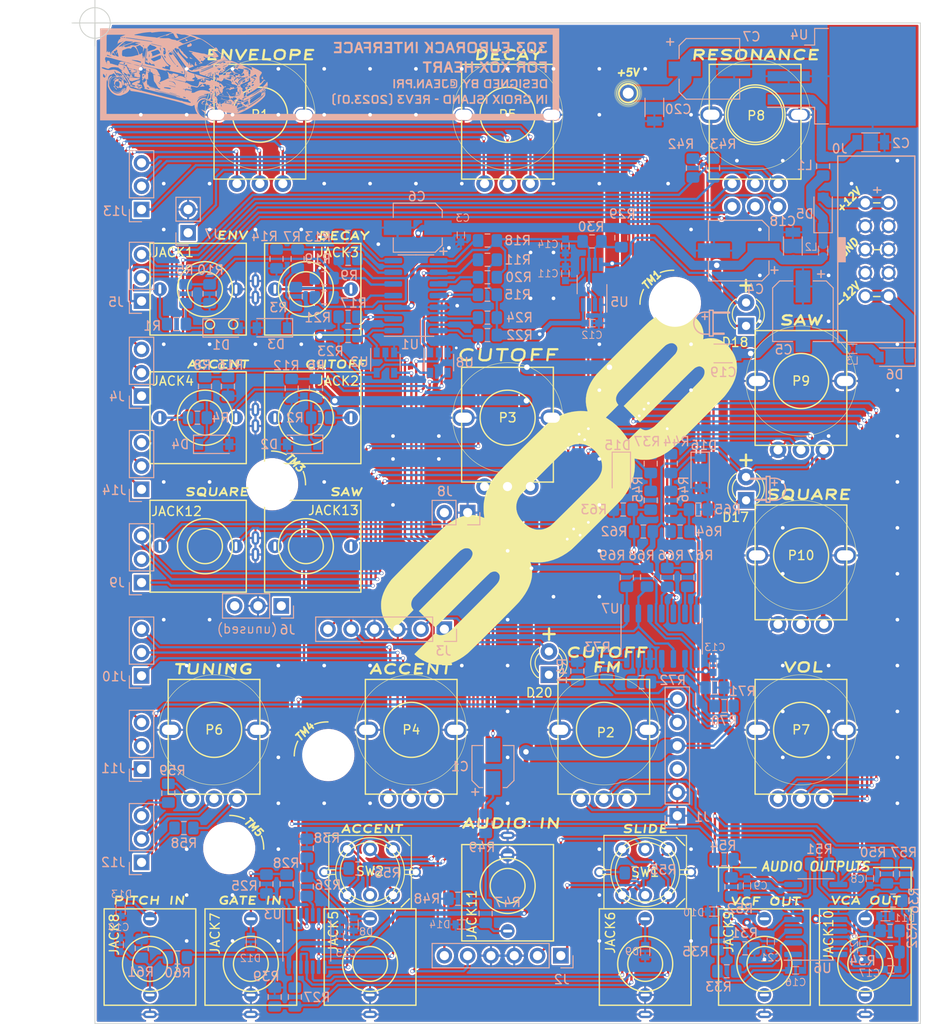
<source format=kicad_pcb>
(kicad_pcb (version 20221018) (generator pcbnew)
  (layers (0 "F.Cu" signal) (31 "B.Cu" signal) (34 "B.Paste" user) (35 "F.Paste" user) (36 "B.SilkS" user "B.Silkscreen") (37 "F.SilkS" user "F.Silkscreen") (38 "B.Mask" user) (39 "F.Mask" user) (44 "Edge.Cuts" user))
  (net 0 "")
  (net 1 "GND")
  (net 2 "Net-(C2-Pad1)")
  (net 3 "+12V")
  (net 4 "-12V")
  (net 5 "+5V")
  (net 6 "Net-(C11-Pad1)")
  (net 7 "TIMER")
  (net 8 "Net-(C16-Pad2)")
  (net 9 "Net-(C16-Pad1)")
  (net 10 "Net-(C17-Pad2)")
  (net 11 "Net-(C17-Pad1)")
  (net 12 "Net-(D1-Pad1)")
  (net 13 "Net-(D2-Pad1)")
  (net 14 "Net-(D3-Pad1)")
  (net 15 "Net-(D4-Pad1)")
  (net 16 "Net-(D5-Pad1)")
  (net 17 "Net-(D6-Pad2)")
  (net 18 "Net-(D6-Pad1)")
  (net 19 "GATE_IN")
  (net 20 "CV_IN")
  (net 21 "Net-(J4-Pad3)")
  (net 22 "Net-(J4-Pad2)")
  (net 23 "Net-(J4-Pad1)")
  (net 24 "Net-(J5-Pad3)")
  (net 25 "Net-(J5-Pad2)")
  (net 26 "Net-(J5-Pad1)")
  (net 27 "WAVE_TRI")
  (net 28 "WAVE_SQUARE")
  (net 29 "AUDIO_OUT_VCA")
  (net 30 "WAVE")
  (net 31 "Net-(J9-Pad3)")
  (net 32 "Net-(J9-Pad2)")
  (net 33 "Net-(J9-Pad1)")
  (net 34 "Net-(J10-Pad3)")
  (net 35 "Net-(J10-Pad2)")
  (net 36 "Net-(J10-Pad1)")
  (net 37 "Net-(J11-Pad3)")
  (net 38 "Net-(J11-Pad2)")
  (net 39 "Net-(J11-Pad1)")
  (net 40 "Net-(J12-Pad3)")
  (net 41 "Net-(J12-Pad2)")
  (net 42 "Net-(J12-Pad1)")
  (net 43 "Net-(J13-Pad3)")
  (net 44 "Net-(J13-Pad2)")
  (net 45 "Net-(J13-Pad1)")
  (net 46 "Net-(J14-Pad3)")
  (net 47 "Net-(J14-Pad2)")
  (net 48 "Net-(J14-Pad1)")
  (net 49 "Net-(JACK1-Pad3)")
  (net 50 "Net-(JACK2-Pad3)")
  (net 51 "Net-(JACK3-Pad3)")
  (net 52 "Net-(JACK4-Pad3)")
  (net 53 "Net-(R10-Pad2)")
  (net 54 "Net-(R11-Pad1)")
  (net 55 "Net-(R13-Pad1)")
  (net 56 "Net-(R15-Pad1)")
  (net 57 "Net-(R17-Pad2)")
  (net 58 "Net-(R18-Pad2)")
  (net 59 "Net-(R19-Pad2)")
  (net 60 "Net-(R20-Pad2)")
  (net 61 "Net-(R23-Pad1)")
  (net 62 "Net-(R24-Pad1)")
  (net 63 "Net-(R26-Pad1)")
  (net 64 "Net-(R27-Pad1)")
  (net 65 "Net-(R28-Pad1)")
  (net 66 "Net-(R29-Pad1)")
  (net 67 "AUDIO_OUT_VCF")
  (net 68 "ACCENT_IN")
  (net 69 "\\ACCENT_IN")
  (net 70 "Net-(U3-Pad2)")
  (net 71 "Net-(C1-Pad1)")
  (net 72 "Net-(D14-Pad2)")
  (net 73 "Net-(D5-Pad2)")
  (net 74 "Net-(R47-Pad1)")
  (net 75 "Net-(C8-Pad2)")
  (net 76 "Net-(C8-Pad1)")
  (net 77 "Net-(C9-Pad2)")
  (net 78 "Net-(C9-Pad1)")
  (net 79 "Net-(R55-Pad1)")
  (net 80 "Net-(R56-Pad1)")
  (net 81 "Net-(P6-Pad3)")
  (net 82 "Net-(P6-Pad1)")
  (net 83 "Net-(D8-Pad2)")
  (net 84 "Net-(D9-Pad2)")
  (net 85 "Net-(D10-Pad2)")
  (net 86 "Net-(D11-Pad2)")
  (net 87 "Net-(D12-Pad2)")
  (net 88 "/+2V")
  (net 89 "\\SLIDE_XOX")
  (net 90 "SLIDE_XOX")
  (net 91 "SLIDE")
  (net 92 "\\SLIDE")
  (net 93 "ACCENT")
  (net 94 "\\ACCENT")
  (net 95 "Net-(D15-Pad1)")
  (net 96 "Net-(D16-Pad1)")
  (net 97 "Net-(D17-Pad1)")
  (net 98 "Net-(D18-Pad1)")
  (net 99 "PWM_DECAY__XOX")
  (net 100 "PWM_ACCENT__XOX")
  (net 101 "PWM_ENVELOPE__XOX")
  (net 102 "PWM_CUTOFF__XOX")
  (net 103 "PWM_SAW__XOX")
  (net 104 "PWM_SQUARE__XOX")
  (net 105 "Net-(JACK12-Pad3)")
  (net 106 "SQUARE_LEVEL")
  (net 107 "Net-(JACK13-Pad3)")
  (net 108 "SAW_LEVEL")
  (net 109 "Net-(R45-Pad1)")
  (net 110 "Net-(R46-Pad1)")
  (net 111 "Net-(R66-Pad2)")
  (net 112 "Net-(R67-Pad2)")
  (net 113 "/2.5V")
  (net 114 "Net-(R72-Pad1)")
  (net 115 "Net-(R73-Pad1)")
  (net 116 "CUTOFF_FM")
  (net 122 "Net-(D20-Pad1)")
  (footprint "_303_FOOTPRINTS:Thonkiconn_small_head_to_head" (layer "F.Cu") (at 23 29 -90)
    (fp_text reference "JACK3")
    (fp_text value "PJ398SM-BLACK")
  )
  (footprint "_303_FOOTPRINTS:Thonkiconn_small" (layer "F.Cu") (at 30 102.5)
    (fp_text reference "JACK5")
    (fp_text value "PJ398SM-BLACK")
  )
  (footprint "_303_FOOTPRINTS:Thonkiconn_small" (layer "F.Cu") (at 60 102.5)
    (fp_text reference "JACK6")
    (fp_text value "PJ398SM-BLACK")
  )
  (footprint "_303_FOOTPRINTS:Thonkiconn_small" (layer "F.Cu") (at 17 102.5)
    (fp_text reference "JACK7")
    (fp_text value "PJ398SM-BLACK")
  )
  (footprint "_303_FOOTPRINTS:Thonkiconn_small" (layer "F.Cu") (at 6 102.5)
    (fp_text reference "JACK8")
    (fp_text value "PJ398SM-BLACK")
  )
  (footprint "_303_FOOTPRINTS:Thonkiconn_small" (layer "F.Cu") (at 73 102.5)
    (fp_text reference "JACK9")
    (fp_text value "PJ398SM-BLACK")
  )
  (footprint "_303_FOOTPRINTS:Thonkiconn_small" (layer "F.Cu") (at 84 102.5)
    (fp_text reference "JACK10")
    (fp_text value "PJ398SM-BLACK")
  )
  (footprint "_303_FOOTPRINTS:HOLE_5_2mm" (layer "F.Cu") (at 70.358 31.2674)
    (fp_text reference "TRIM1" hide)
    (fp_text value "TRIM" hide)
  )
  (footprint "_303_FOOTPRINTS:HOLE_5_2mm" (layer "F.Cu") (at 30.2006 80.8101)
    (fp_text reference "TRIM2" hide)
    (fp_text value "TRIM" hide)
  )
  (footprint "_303_FOOTPRINTS:HOLE_5_2mm" (layer "F.Cu") (at 24.6126 51.1048)
    (fp_text reference "TRIM3" hide)
    (fp_text value "TRIM" hide)
  )
  (footprint "_303_FOOTPRINTS:HOLE_5_2mm" (layer "F.Cu") (at 14.64 89.89)
    (fp_text reference "TRIM4" hide)
    (fp_text value "TRIM" hide)
  )
  (footprint "_303_FOOTPRINTS:Alpha9mm" (layer "F.Cu") (at 18 10)
    (fp_text reference "P1")
    (fp_text value "A50K")
  )
  (footprint "_303_FOOTPRINTS:Alpha9mm" (layer "F.Cu") (at 45 43)
    (fp_text reference "P3")
    (fp_text value "A50K")
  )
  (footprint "_303_FOOTPRINTS:Alpha9mm" (layer "F.Cu") (at 34.5 77)
    (fp_text reference "P4")
    (fp_text value "B50K")
  )
  (footprint "_303_FOOTPRINTS:Alpha9mm_dual" (layer "F.Cu") (at 72 10)
    (fp_text reference "P8")
    (fp_text value "B50K")
  )
  (footprint "_303_FOOTPRINTS:Alpha9mm" (layer "F.Cu") (at 77 39)
    (fp_text reference "P9")
    (fp_text value "B50K")
  )
  (footprint "_303_FOOTPRINTS:Alpha9mm" (layer "F.Cu") (at 77 58)
    (fp_text reference "P10")
    (fp_text value "B50K")
  )
  (footprint "_303_FOOTPRINTS:Alpha9mm" (layer "F.Cu") (at 77 77)
    (fp_text reference "P7")
    (fp_text value "A50K")
  )
  (footprint "_303_FOOTPRINTS:Alpha9mm" (layer "F.Cu") (at 45 10)
    (fp_text reference "P5")
    (fp_text value "A1M")
  )
  (footprint "_303_FOOTPRINTS:Alpha9mm" (layer "F.Cu") (at 55.5 77)
    (fp_text reference "P2")
    (fp_text value "B50K")
  )
  (footprint "_303_FOOTPRINTS:Thonkiconn_small_head_to_head" (layer "F.Cu") (at 12 43 90)
    (fp_text reference "JACK4")
    (fp_text value "PJ398SM-BLACK")
  )
  (footprint "_303_FOOTPRINTS:Thonkiconn_small_head_to_head" (layer "F.Cu") (at 12 29 90)
    (fp_text reference "JACK1")
    (fp_text value "PJ398SM-BLACK")
  )
  (footprint "_303_FOOTPRINTS:Thonkiconn_small_head_to_head" (layer "F.Cu") (at 23 43 -90)
    (fp_text reference "JACK2")
    (fp_text value "PJ398SM-BLACK")
  )
  (footprint "_303_FOOTPRINTS:TEST_POINT" (layer "F.Cu") (at 58.15 7.65)
    (fp_text reference "REF**" hide)
    (fp_text value "TEST_POINT")
  )
  (footprint "_303_FOOTPRINTS:logo-303" (layer "F.Cu") (at 50.6 50.6)
    (fp_text reference "G***" hide)
    (fp_text value "LOGO" hide)
  )
  (footprint "_303_FOOTPRINTS:LP4EE1PBCT" (layer "F.Cu") (at 60 92.5 180)
    (fp_text reference "SW1")
    (fp_text value "LP4EE1PBCTY")
  )
  (footprint "_303_FOOTPRINTS:LP4EE1PBCT" (layer "F.Cu") (at 30 92.5 180)
    (fp_text reference "SW2")
    (fp_text value "LP4EE1PBCTY")
  )
  (footprint "_303_FOOTPRINTS:Thonkiconn_small_head_to_head" (layer "F.Cu") (at 12 57 90)
    (fp_text reference "JACK12")
    (fp_text value "PJ398SM-BLACK")
  )
  (footprint "_303_FOOTPRINTS:Alpha9mm" (layer "F.Cu") (at 13 77)
    (fp_text reference "P6")
    (fp_text value "B50K")
  )
  (footprint "_303_FOOTPRINTS:Thonkiconn_small_head_to_head" (layer "F.Cu") (at 23 57 -90)
    (fp_text reference "JACK13")
    (fp_text value "PJ398SM-BLACK")
  )
  (footprint "_303_FOOTPRINTS:LED_D3.0mm" (layer "F.Cu") (at 71 33 90)
    (fp_text reference "D18")
    (fp_text value "LED")
  )
  (footprint "_303_FOOTPRINTS:Thonkiconn_small" (layer "F.Cu") (at 45 94 180)
    (fp_text reference "JACK11")
    (fp_text value "PJ398SM-BLACK")
  )
  (footprint "_303_FOOTPRINTS:LED_D3.0mm" (layer "F.Cu") (at 71 52 90)
    (fp_text reference "D17")
    (fp_text value "LED")
  )
  (footprint "_303_FOOTPRINTS:LED_D3.0mm" (layer "F.Cu") (at 49.5 71 90)
    (fp_text reference "D20")
    (fp_text value "LED")
  )
  (footprint "_303_FOOTPRINTS:C_1206" (layer "B.Cu") (at 84.6 13)
    (fp_text reference "C2")
    (fp_text value "22u")
  )
  (footprint "_303_FOOTPRINTS:C_0603" (layer "B.Cu") (at 39.9 23.1 -90)
    (fp_text reference "C3")
    (fp_text value "100n" hide)
  )
  (footprint "_303_FOOTPRINTS:CP_6.3x5.8" (layer "B.Cu") (at 70.2 24.8 180)
    (fp_text reference "C4")
    (fp_text value "47uf")
  )
  (footprint "_303_FOOTPRINTS:CP_6.3x5.8" (layer "B.Cu") (at 77.2 31.4 -90)
    (fp_text reference "C5")
    (fp_text value "47uf")
  )
  (footprint "_303_FOOTPRINTS:CP_5x5.8" (layer "B.Cu") (at 35.2 22.3 180)
    (fp_text reference "C6")
    (fp_text value "4.7uf")
  )
  (footprint "_303_FOOTPRINTS:CP_6.3x5.8" (layer "B.Cu") (at 67 5)
    (fp_text reference "C7")
    (fp_text value "47uf")
  )
  (footprint "_303_FOOTPRINTS:C_0603" (layer "B.Cu") (at 51.3 27.3 90)
    (fp_text reference "C11")
    (fp_text value "100n" hide)
  )
  (footprint "_303_FOOTPRINTS:C_0603" (layer "B.Cu") (at 54.2 32.7)
    (fp_text reference "C12")
    (fp_text value "100n" hide)
  )
  (footprint "_303_FOOTPRINTS:C_0603" (layer "B.Cu") (at 51.3 24.3 -90)
    (fp_text reference "C14")
    (fp_text value "4.7n" hide)
  )
  (footprint "_303_FOOTPRINTS:C_0603" (layer "B.Cu") (at 26.7 99.5 90)
    (fp_text reference "C15")
    (fp_text value "100n" hide)
  )
  (footprint "_303_FOOTPRINTS:C_0603" (layer "B.Cu") (at 76.4 103.2 180)
    (fp_text reference "C16")
    (fp_text value "100p" hide)
  )
  (footprint "_303_FOOTPRINTS:C_0603" (layer "B.Cu") (at 86.8 103.1 180)
    (fp_text reference "C17")
    (fp_text value "100p" hide)
  )
  (footprint "_303_FOOTPRINTS:C_1206" (layer "B.Cu") (at 76.1 24.3 90)
    (fp_text reference "C18")
    (fp_text value "22u")
  )
  (footprint "_303_FOOTPRINTS:C_1206" (layer "B.Cu") (at 68.5 36)
    (fp_text reference "C19")
    (fp_text value "22u")
  )
  (footprint "_303_FOOTPRINTS:C_1206" (layer "B.Cu") (at 61 9.2 -90)
    (fp_text reference "C20")
    (fp_text value "22u")
  )
  (footprint "_303_FOOTPRINTS:D_SOD-123" (layer "B.Cu") (at 22.6 45.9 180)
    (fp_text reference "D2")
    (fp_text value "1N4148")
  )
  (footprint "_303_FOOTPRINTS:D_SOD-123" (layer "B.Cu") (at 19.3 33.2 180)
    (fp_text reference "D3")
    (fp_text value "1N4148")
  )
  (footprint "_303_FOOTPRINTS:D_SOD-123" (layer "B.Cu") (at 13 45.9)
    (fp_text reference "D4")
    (fp_text value "1N4148")
  )
  (footprint "_303_FOOTPRINTS:30310-6002HB" (layer "B.Cu") (at 84 19.6 -90)
    (fp_text reference "J0")
    (fp_text value "30310-6002HB")
  )
  (footprint "_303_FOOTPRINTS:PinHeader_1x06_P2.54mm_Vertical" (layer "B.Cu") (at 63.5 86.36)
    (fp_text reference "J1")
    (fp_text value "Conn_01x06" hide)
  )
  (footprint "_303_FOOTPRINTS:PinHeader_1x06_P2.54mm_Vertical" (layer "B.Cu") (at 50.8 101.6 90)
    (fp_text reference "J2")
    (fp_text value "Conn_01x06" hide)
  )
  (footprint "_303_FOOTPRINTS:PinHeader_1x03_P2.54mm_Vertical" (layer "B.Cu") (at 5.08 40.64)
    (fp_text reference "J4")
    (fp_text value "Conn_01x03" hide)
  )
  (footprint "_303_FOOTPRINTS:PinHeader_1x03_P2.54mm_Vertical" (layer "B.Cu") (at 5.08 30.3)
    (fp_text reference "J5")
    (fp_text value "Conn_01x03" hide)
  )
  (footprint "_303_FOOTPRINTS:PinHeader_1x03_P2.54mm_Vertical" (layer "B.Cu") (at 20.32 63.5 90)
    (fp_text reference "J6")
    (fp_text value "Conn_01x03" hide)
  )
  (footprint "_303_FOOTPRINTS:PinHeader_1x02_P2.54mm_Vertical" (layer "B.Cu") (at 10.16 22.86)
    (fp_text reference "J7")
    (fp_text value "Conn_01x02" hide)
  )
  (footprint "_303_FOOTPRINTS:PinHeader_1x02_P2.54mm_Vertical" (layer "B.Cu") (at 40.64 53.34 90)
    (fp_text reference "J8")
    (fp_text value "Conn_01x02" hide)
  )
  (footprint "_303_FOOTPRINTS:PinHeader_1x03_P2.54mm_Vertical" (layer "B.Cu") (at 5.08 60.96)
    (fp_text reference "J9")
    (fp_text value "Conn_01x03" hide)
  )
  (footprint "_303_FOOTPRINTS:PinHeader_1x03_P2.54mm_Vertical" (layer "B.Cu") (at 5.08 71.12)
    (fp_text reference "J10")
    (fp_text value "Conn_01x03" hide)
  )
  (footprint "_303_FOOTPRINTS:PinHeader_1x03_P2.54mm_Vertical" (layer "B.Cu") (at 5.08 81.28)
    (fp_text reference "J11")
    (fp_text value "Conn_01x03" hide)
  )
  (footprint "_303_FOOTPRINTS:PinHeader_1x03_P2.54mm_Vertical" (layer "B.Cu") (at 5.08 91.44)
    (fp_text reference "J12")
    (fp_text value "Conn_01x03" hide)
  )
  (footprint "_303_FOOTPRINTS:PinHeader_1x03_P2.54mm_Vertical" (layer "B.Cu") (at 5.08 20.32)
    (fp_text reference "J13")
    (fp_text value "Conn_01x03" hide)
  )
  (footprint "_303_FOOTPRINTS:PinHeader_1x03_P2.54mm_Vertical" (layer "B.Cu") (at 5.08 50.8)
    (fp_text reference "J14")
    (fp_text value "Conn_01x03" hide)
  )
  (footprint "_303_FOOTPRINTS:R_0805" (layer "B.Cu") (at 79.4 15.6 90)
    (fp_text reference "L1")
    (fp_text value "MLZ2012M330WT000")
  )
  (footprint "_303_FOOTPRINTS:R_0603" (layer "B.Cu") (at 79.4 24.8 -90)
    (fp_text reference "L2")
    (fp_text value "742792664")
  )
  (footprint "_303_FOOTPRINTS:R_0603" (layer "B.Cu") (at 82.6 35.5 180)
    (fp_text reference "L3")
    (fp_text value "742792664")
  )
  (footprint "_303_FOOTPRINTS:R_0805" (layer "B.Cu") (at 8.9 32.8 180)
    (fp_text reference "R1")
    (fp_text value "10K")
  )
  (footprint "_303_FOOTPRINTS:R_0805" (layer "B.Cu") (at 24.6 43)
    (fp_text reference "R2")
    (fp_text value "10K")
  )
  (footprint "_303_FOOTPRINTS:R_0805" (layer "B.Cu") (at 21.9 29.8 90)
    (fp_text reference "R3")
    (fp_text value "10K")
  )
  (footprint "_303_FOOTPRINTS:R_0805" (layer "B.Cu") (at 9.9 29.5 -90)
    (fp_text reference "R5")
    (fp_text value "10K")
  )
  (footprint "_303_FOOTPRINTS:R_0805" (layer "B.Cu") (at 24.1 39.8 -90)
    (fp_text reference "R6")
    (fp_text value "10K")
  )
  (footprint "_303_FOOTPRINTS:R_0805" (layer "B.Cu") (at 22.1 25.7 -90)
    (fp_text reference "R7")
    (fp_text value "10K")
  )
  (footprint "_303_FOOTPRINTS:R_0805" (layer "B.Cu") (at 12 39.6 -90)
    (fp_text reference "R8")
    (fp_text value "10K")
  )
  (footprint "_303_FOOTPRINTS:R_0805" (layer "B.Cu") (at 12.5 29.5 90)
    (fp_text reference "R10")
    (fp_text value "36K")
  )
  (footprint "_303_FOOTPRINTS:R_0805" (layer "B.Cu") (at 42.8 25.8)
    (fp_text reference "R11")
    (fp_text value "51K")
  )
  (footprint "_303_FOOTPRINTS:R_0805" (layer "B.Cu") (at 21.45 39.8 90)
    (fp_text reference "R12")
    (fp_text value "36K")
  )
  (footprint "_303_FOOTPRINTS:R_0805" (layer "B.Cu") (at 27.6 23.3 180)
    (fp_text reference "R13")
    (fp_text value "51K")
  )
  (footprint "_303_FOOTPRINTS:R_0805" (layer "B.Cu") (at 42.8 29.6)
    (fp_text reference "R15")
    (fp_text value "51K")
  )
  (footprint "_303_FOOTPRINTS:R_0805" (layer "B.Cu") (at 14.5 39.6 90)
    (fp_text reference "R16")
    (fp_text value "36K")
  )
  (footprint "_303_FOOTPRINTS:R_0805" (layer "B.Cu") (at 25 29.9)
    (fp_text reference "R17")
    (fp_text value "10K")
  )
  (footprint "_303_FOOTPRINTS:R_0805" (layer "B.Cu") (at 42.8 23.7 180)
    (fp_text reference "R18")
    (fp_text value "10K")
  )
  (footprint "_303_FOOTPRINTS:R_0805" (layer "B.Cu") (at 27.6 25.7)
    (fp_text reference "R19")
    (fp_text value "10K")
  )
  (footprint "_303_FOOTPRINTS:R_0805" (layer "B.Cu") (at 42.8 27.7 180)
    (fp_text reference "R20")
    (fp_text value "10K")
  )
  (footprint "_303_FOOTPRINTS:R_0805" (layer "B.Cu") (at 27.6 32 180)
    (fp_text reference "R21")
    (fp_text value "2K2")
  )
  (footprint "_303_FOOTPRINTS:R_0805" (layer "B.Cu") (at 42.8 34)
    (fp_text reference "R22")
    (fp_text value "2K2")
  )
  (footprint "_303_FOOTPRINTS:R_0805" (layer "B.Cu") (at 27.6 34.1 180)
    (fp_text reference "R23")
    (fp_text value "2K2")
  )
  (footprint "_303_FOOTPRINTS:R_0805" (layer "B.Cu") (at 42.8 32.1)
    (fp_text reference "R24")
    (fp_text value "2K2")
  )
  (footprint "_303_FOOTPRINTS:R_0805" (layer "B.Cu") (at 18.7 93.8 -90)
    (fp_text reference "R25")
    (fp_text value "100K")
  )
  (footprint "_303_FOOTPRINTS:R_0805" (layer "B.Cu") (at 23.1 94.075 90)
    (fp_text reference "R26")
    (fp_text value "10K")
  )
  (footprint "_303_FOOTPRINTS:R_0805" (layer "B.Cu") (at 21.8 106.1 -90)
    (fp_text reference "R27")
    (fp_text value "10K")
  )
  (footprint "_303_FOOTPRINTS:R_0805" (layer "B.Cu") (at 20.9 93.8 90)
    (fp_text reference "R28")
    (fp_text value "10K")
  )
  (footprint "_303_FOOTPRINTS:R_0805" (layer "B.Cu") (at 57.4 23.4 90)
    (fp_text reference "R29")
    (fp_text value "3.7K")
  )
  (footprint "_303_FOOTPRINTS:R_0805" (layer "B.Cu") (at 54.2 23.8)
    (fp_text reference "R30")
    (fp_text value "68R")
  )
  (footprint "_303_FOOTPRINTS:R_0805" (layer "B.Cu") (at 70.9 100.8)
    (fp_text reference "R31")
    (fp_text value "12K")
  )
  (footprint "_303_FOOTPRINTS:R_0805" (layer "B.Cu") (at 86.7 98.9 180)
    (fp_text reference "R32")
    (fp_text value "2K2")
  )
  (footprint "_303_FOOTPRINTS:R_0805" (layer "B.Cu") (at 86.7 101.2)
    (fp_text reference "R34")
    (fp_text value "51K")
  )
  (footprint "_303_FOOTPRINTS:R_0805" (layer "B.Cu") (at 67.9 100 -90)
    (fp_text reference "R35")
    (fp_text value "1K")
  )
  (footprint "_303_FOOTPRINTS:R_0805" (layer "B.Cu") (at 87.025 95.6)
    (fp_text reference "R36")
    (fp_text value "1K")
  )
  (footprint "_303_FOOTPRINTS:R_0805" (layer "B.Cu") (at 65.2 15.8 -90)
    (fp_text reference "R42")
    (fp_text value "470K")
  )
  (footprint "_303_FOOTPRINTS:R_0805" (layer "B.Cu") (at 67.4 15.8 -90)
    (fp_text reference "R43")
    (fp_text value "220K")
  )
  (footprint "_303_FOOTPRINTS:SOIC-14_3.9x8.7mm_P1.27mm" (layer "B.Cu") (at 35 29.7)
    (fp_text reference "U1")
    (fp_text value "LM339AMX/NOPB")
  )
  (footprint "_303_FOOTPRINTS:VSSOP-8_3.0x3.0mm_P0.65mm" (layer "B.Cu") (at 54.2 28.5 90)
    (fp_text reference "U5")
    (fp_text value "LM555CMMX/NOPB")
  )
  (footprint "_303_FOOTPRINTS:R_0805" (layer "B.Cu") (at 19.6 106.1 90)
    (fp_text reference "R39")
    (fp_text value "100K")
  )
  (footprint "_303_FOOTPRINTS:D_SOD-123" (layer "B.Cu") (at 79.4 20.6 90)
    (fp_text reference "D5")
    (fp_text value "1N5819HW-F")
  )
  (footprint "_303_FOOTPRINTS:D_SOD-123" (layer "B.Cu") (at 87.2 36.4 180)
    (fp_text reference "D6")
    (fp_text value "1N5819HW-F")
  )
  (footprint "_303_FOOTPRINTS:R_0805" (layer "B.Cu") (at 39.575 95.4)
    (fp_text reference "R48")
    (fp_text value "100k")
  )
  (footprint "_303_FOOTPRINTS:SOIC-14_3.9x8.7mm_P1.27mm" (layer "B.Cu") (at 78.6 97.66)
    (fp_text reference "U6")
    (fp_text value "TL074IDE4")
  )
  (footprint "_303_FOOTPRINTS:C_0603" (layer "B.Cu") (at 84.5 93.2 90)
    (fp_text reference "C8")
    (fp_text value "100p" hide)
  )
  (footprint "_303_FOOTPRINTS:R_0805" (layer "B.Cu") (at 86.35 92.7 90)
    (fp_text reference "R50")
    (fp_text value "330R")
  )
  (footprint "_303_FOOTPRINTS:C_0603" (layer "B.Cu") (at 71.1 94 90)
    (fp_text reference "C9")
    (fp_text value "100p" hide)
  )
  (footprint "_303_FOOTPRINTS:R_0805" (layer "B.Cu") (at 79 91.6)
    (fp_text reference "R51")
    (fp_text value "1K")
  )
  (footprint "_303_FOOTPRINTS:R_0805" (layer "B.Cu") (at 69.4 94.1 -90)
    (fp_text reference "R52")
    (fp_text value "1K")
  )
  (footprint "_303_FOOTPRINTS:R_0805" (layer "B.Cu") (at 68.6 91.1)
    (fp_text reference "R54")
    (fp_text value "1K")
  )
  (footprint "_303_FOOTPRINTS:TO-263-3_TabPin2" (layer "B.Cu") (at 81.425 5.8)
    (fp_text reference "U4")
    (fp_text value "MC7805ACD2TR4G")
  )
  (footprint "_303_FOOTPRINTS:R_0805" (layer "B.Cu") (at 58.8 92.6)
    (fp_text reference "R55")
    (fp_text value "220R")
  )
  (footprint "_303_FOOTPRINTS:R_0805" (layer "B.Cu") (at 19.8 25.7 90)
    (fp_text reference "R14")
    (fp_text value "36K")
  )
  (footprint "_303_FOOTPRINTS:R_0805" (layer "B.Cu") (at 88.45 92.7 90)
    (fp_text reference "R57")
    (fp_text value "NC")
  )
  (footprint "_303_FOOTPRINTS:R_0805" (layer "B.Cu") (at 9.7 87.7)
    (fp_text reference "R58")
    (fp_text value "0R")
  )
  (footprint "_303_FOOTPRINTS:R_0805" (layer "B.Cu") (at 8 83.9 90)
    (fp_text reference "R59")
    (fp_text value "0R")
  )
  (footprint "_303_FOOTPRINTS:C_0603" (layer "B.Cu") (at 2.7 100.4 -90)
    (fp_text reference "C10")
    (fp_text value "100n" hide)
  )
  (footprint "_303_FOOTPRINTS:CERA_0603" (layer "B.Cu") (at 60 101.1 90)
    (fp_text reference "D9")
    (fp_text value "CERADIODE")
  )
  (footprint "_303_FOOTPRINTS:CERA_0603" (layer "B.Cu") (at 67.5 96.8)
    (fp_text reference "D10")
    (fp_text value "CERADIODE")
  )
  (footprint "_303_FOOTPRINTS:CERA_0603" (layer "B.Cu") (at 86.2 97.3)
    (fp_text reference "D11")
    (fp_text value "CERADIODE")
  )
  (footprint "_303_FOOTPRINTS:CERA_0603" (layer "B.Cu") (at 17 100.1 90)
    (fp_text reference "D12")
    (fp_text value "CERADIODE")
  )
  (footprint "_303_FOOTPRINTS:CERA_0603" (layer "B.Cu") (at 2.8 96.6 90)
    (fp_text reference "D13")
    (fp_text value "CERADIODE")
  )
  (footprint "_303_FOOTPRINTS:CERA_0603" (layer "B.Cu") (at 40 98.2)
    (fp_text reference "D14")
    (fp_text value "CERADIODE")
  )
  (footprint "_303_FOOTPRINTS:R_0805" (layer "B.Cu") (at 9 101.8 180)
    (fp_text reference "R60")
    (fp_text value "10K")
  )
  (footprint "_303_FOOTPRINTS:R_0805" (layer "B.Cu") (at 5.1 100.8 90)
    (fp_text reference "R61")
    (fp_text value "15K")
  )
  (footprint "_303_FOOTPRINTS:C_0603" (layer "B.Cu") (at 73.7 100.05 -90)
    (fp_text reference "C21")
    (fp_text value "100n" hide)
  )
  (footprint "_303_FOOTPRINTS:R_0805" (layer "B.Cu") (at 23.1 89.9 90)
    (fp_text reference "R38")
    (fp_text value "100K")
  )
  (footprint "_303_FOOTPRINTS:CERA_0603" (layer "B.Cu") (at 28.2 98.2 90)
    (fp_text reference "D8")
    (fp_text value "CERADIODE")
  )
  (footprint "_303_FOOTPRINTS:CP_4x5.3" (layer "B.Cu") (at 43.4 81 90)
    (fp_text reference "C1")
    (fp_text value "1u")
  )
  (footprint "_303_FOOTPRINTS:R_0805" (layer "B.Cu") (at 42.6 97 -90)
    (fp_text reference "R47")
    (fp_text value "100k")
  )
  (footprint "_303_FOOTPRINTS:R_0805" (layer "B.Cu") (at 42.6 87.2 -90)
    (fp_text reference "R49")
    (fp_text value "150K")
  )
  (footprint "_303_FOOTPRINTS:R_0805" (layer "B.Cu") (at 28.7 92.1)
    (fp_text reference "R56")
    (fp_text value "220R")
  )
  (footprint "_303_FOOTPRINTS:TSSOP-14_4.4x5mm_P0.65mm" (layer "B.Cu") (at 23.1 100 -90)
    (fp_text reference "U3")
    (fp_text value "M74HC14YTTR")
  )
  (footprint "_303_FOOTPRINTS:R_0805" (layer "B.Cu") (at 68.9 103.3)
    (fp_text reference "R33")
    (fp_text value "100K")
  )
  (footprint "_303_FOOTPRINTS:R_0805" (layer "B.Cu") (at 11.175 43 180)
    (fp_text reference "R4")
    (fp_text value "10K")
  )
  (footprint "_303_FOOTPRINTS:R_0805" (layer "B.Cu") (at 25 27.8 180)
    (fp_text reference "R9")
    (fp_text value "51K")
  )
  (footprint "_303_FOOTPRINTS:SOT-23-5" (layer "B.Cu") (at 37.5 37 -90)
    (fp_text reference "U8")
    (fp_text value "74AHC1G08")
  )
  (footprint "_303_FOOTPRINTS:R_0805" (layer "B.Cu") (at 55.8 70.4 -90)
    (fp_text reference "R73")
    (fp_text value "1K")
  )
  (footprint "_303_FOOTPRINTS:C_0603" (layer "B.Cu") (at 67.4 70 90)
    (fp_text reference "C13")
    (fp_text value "100n" hide)
  )
  (footprint "_303_FOOTPRINTS:D_SOD-123" (layer "B.Cu") (at 57.4 49 -90)
    (fp_text reference "D15")
    (fp_text value "1N4148")
  )
  (footprint "_303_FOOTPRINTS:D_SOD-123" (layer "B.Cu") (at 66 49 -90)
    (fp_text reference "D16")
    (fp_text value "1N4148")
  )
  (footprint "_303_FOOTPRINTS:R_0805" (layer "B.Cu") (at 60.6 48 90)
    (fp_text reference "R37")
    (fp_text value "10K")
  )
  (footprint "_303_FOOTPRINTS:R_0805" (layer "B.Cu") (at 62.8 48 90)
    (fp_text reference "R44")
    (fp_text value "10K")
  )
  (footprint "_303_FOOTPRINTS:R_0805" (layer "B.Cu") (at 60.6 52 90)
    (fp_text reference "R45")
    (fp_text value "10K")
  )
  (footprint "_303_FOOTPRINTS:R_0805" (layer "B.Cu") (at 62.8 52 90)
    (fp_text reference "R46")
    (fp_text value "10K")
  )
  (footprint "_303_FOOTPRINTS:R_0805" (layer "B.Cu") (at 59.8 55.4)
    (fp_text reference "R62")
    (fp_text value "51K")
  )
  (footprint "_303_FOOTPRINTS:R_0805" (layer "B.Cu") (at 57.6 53)
    (fp_text reference "R63")
    (fp_text value "36K")
  )
  (footprint "_303_FOOTPRINTS:R_0805" (layer "B.Cu") (at 63.8 55.4 180)
    (fp_text reference "R64")
    (fp_text value "51K")
  )
  (footprint "_303_FOOTPRINTS:R_0805" (layer "B.Cu") (at 65.8 53 180)
    (fp_text reference "R65")
    (fp_text value "36K")
  )
  (footprint "_303_FOOTPRINTS:R_0805" (layer "B.Cu") (at 64.6 60.4 -90)
    (fp_text reference "R67")
    (fp_text value "10K")
  )
  (footprint "_303_FOOTPRINTS:R_0805" (layer "B.Cu") (at 60.2 60.375 90)
    (fp_text reference "R68")
    (fp_text value "2K2")
  )
  (footprint "_303_FOOTPRINTS:R_0805" (layer "B.Cu") (at 58 60.4 90)
    (fp_text reference "R69")
    (fp_text value "2K2")
  )
  (footprint "_303_FOOTPRINTS:R_0805" (layer "B.Cu") (at 68.6 74.4)
    (fp_text reference "R70")
    (fp_text value "47K")
  )
  (footprint "_303_FOOTPRINTS:R_0805" (layer "B.Cu") (at 67.6 72.4 180)
    (fp_text reference "R71")
    (fp_text value "47K")
  )
  (footprint "_303_FOOTPRINTS:SOIC-14_3.9x8.7mm_P1.27mm" (layer "B.Cu") (at 61.8 66.8 -90)
    (fp_text reference "U7")
    (fp_text value "LM339AMX/NOPB")
  )
  (footprint "_303_FOOTPRINTS:PinHeader_1x06_P2.54mm_Vertical" (layer "B.Cu") (at 38.1 66.04 90)
    (fp_text reference "J3")
    (fp_text value "Conn_01x06")
  )
  (footprint "_303_FOOTPRINTS:R_0805" (layer "B.Cu") (at 59.6 71.8)
    (fp_text reference "R72")
    (fp_text value "1K")
  )
  (footprint "_303_FOOTPRINTS:SOT-23-5" (layer "B.Cu") (at 31.675 37 -90)
    (fp_text reference "U2")
    (fp_text value "74AHC1G00")
  )
  (footprint "_303_FOOTPRINTS:D_SOD-123" (layer "B.Cu") (at 14.02 33.22)
    (fp_text reference "D1")
    (fp_text value "1N4148")
  )
  (footprint "_303_FOOTPRINTS:R_0805" (layer "B.Cu") (at 62.4 60.4 -90)
    (fp_text reference "R66")
    (fp_text value "10K")
  )
  (footprint "_303_FOOTPRINTS:C_0603" (layer "B.Cu") (at 83.8 100.3 90)
    (fp_text reference "C22")
    (fp_text value "100n" hide)
  )
  (footprint "_303_FOOTPRINTS:R_0805" (layer "B.Cu") (at 52.6 70.6 -90)
    (fp_text reference "R41")
    (fp_text value "330R")
  )
  (footprint "_303_FOOTPRINTS:LOGO-303-REV3" (layer "B.Cu") (at 25.6 5.6 180)
    (fp_text reference "G***" hide)
    (fp_text value "LOGO" hide)
  )
  (gr_line (start 67 34.1) (end 67.4 34.1) (stroke (width 0.15)) (layer "B.SilkS"))
  (gr_line (start 69.2 31.6) (end 67.5 31.6) (stroke (width 0.15)) (layer "B.SilkS"))
  (gr_arc (start 74.1 49.6) (mid 75.3 50.8) (end 74.1 52) (stroke (width 0.15)) (layer "B.SilkS"))
  (gr_line (start 71.4 49.7) (end 73.2 49.7) (stroke (width 0.15)) (layer "B.SilkS"))
  (gr_line (start 72 52) (end 73.2 52) (stroke (width 0.15)) (layer "B.SilkS"))
  (gr_line (start 73.2 49.4) (end 73.2 52.2) (stroke (width 0.15)) (layer "B.SilkS"))
  (gr_line (start 74.1 52) (end 73.6 52) (stroke (width 0.15)) (layer "B.SilkS"))
  (gr_line (start 72 51.9) (end 73.2 51.9) (stroke (width 0.15)) (layer "B.SilkS"))
  (gr_line (start 71.4 49.6) (end 73.1 49.6) (stroke (width 0.15)) (layer "B.SilkS"))
  (gr_line (start 74.1 49.8) (end 74.1 50.4) (stroke (width 0.15)) (layer "B.SilkS"))
  (gr_line (start 73.6 49.4) (end 73.2 49.4) (stroke (width 0.15)) (layer "B.SilkS"))
  (gr_line (start 74.1 49.6) (end 73.6 49.6) (stroke (width 0.15)) (layer "B.SilkS"))
  (gr_line (start 73.8 50.1) (end 74.4 50.1) (stroke (width 0.15)) (layer "B.SilkS"))
  (gr_line (start 73.6 52.2) (end 73.6 49.4) (stroke (width 0.15)) (layer "B.SilkS"))
  (gr_line (start 73.2 52.2) (end 73.6 52.2) (stroke (width 0.15)) (layer "B.SilkS"))
  (gr_line (start 68.6 33.8) (end 67.4 33.8) (stroke (width 0.15)) (layer "B.SilkS"))
  (gr_line (start 66.8 32) (end 66.2 32) (stroke (width 0.15)) (layer "B.SilkS"))
  (gr_line (start 67 31.3) (end 67 34.1) (stroke (width 0.15)) (layer "B.SilkS"))
  (gr_line (start 68.6 33.9) (end 67.4 33.9) (stroke (width 0.15)) (layer "B.SilkS"))
  (gr_line (start 67.4 34.1) (end 67.4 31.3) (stroke (width 0.15)) (layer "B.SilkS"))
  (gr_line (start 66.5 33.9) (end 67 33.9) (stroke (width 0.15)) (layer "B.SilkS"))
  (gr_line (start 69.2 31.5) (end 67.4 31.5) (stroke (width 0.15)) (layer "B.SilkS"))
  (gr_arc (start 66.5 33.9) (mid 65.3 32.7) (end 66.5 31.5) (stroke (width 0.15)) (layer "B.SilkS"))
  (gr_line (start 66.5 31.5) (end 67 31.5) (stroke (width 0.15)) (layer "B.SilkS"))
  (gr_line (start 66.5 32.3) (end 66.5 31.7) (stroke (width 0.15)) (layer "B.SilkS"))
  (gr_line (start 67.4 31.3) (end 67 31.3) (stroke (width 0.15)) (layer "B.SilkS"))
  (gr_line (start 68 92) (end 72.1 92) (stroke (width 0.15)) (layer "F.SilkS"))
  (gr_arc (start 59.432293 30.64) (mid 59.528 29.818012) (end 59.810001 29.040001) (stroke (width 0.15)) (layer "F.SilkS"))
  (gr_arc (start 61.660433 27.193456) (mid 62.372494 26.993963) (end 63.11 26.94) (stroke (width 0.15)) (layer "F.SilkS"))
  (gr_line (start 64.3 95.4) (end 63.4 96.3) (stroke (width 0.15)) (layer "F.SilkS"))
  (gr_line (start 84.9 19.6) (end 85.6 19.6) (stroke (width 0.15)) (layer "F.SilkS"))
  (gr_line (start 68 94.6) (end 68 92) (stroke (width 0.15)) (layer "F.SilkS"))
  (gr_circle (center 15.072547 32.84) (end 15.572547 32.84) (stroke (width 0.15)) (fill none) (layer "F.SilkS"))
  (gr_arc (start 22.706544 48.860433) (mid 22.906037 49.572494) (end 22.96 50.31) (stroke (width 0.15)) (layer "F.SilkS"))
  (gr_arc (start 21.732293 79.84) (mid 21.828 79.018012) (end 22.110001 78.240001) (stroke (width 0.15)) (layer "F.SilkS"))
  (gr_arc (start 18.146544 88.550433) (mid 18.346037 89.262494) (end 18.4 90) (stroke (width 0.15)) (layer "F.SilkS"))
  (gr_line (start 89 92) (end 89 94.6) (stroke (width 0.15)) (layer "F.SilkS"))
  (gr_line (start 64.3 89.6) (end 63.4 88.7) (stroke (width 0.15)) (layer "F.SilkS"))
  (gr_line (start 84.9 29.8) (end 85.6 29.8) (stroke (width 0.15)) (layer "F.SilkS"))
  (gr_arc (start 23.960433 76.393456) (mid 24.672494 76.193963) (end 25.41 76.14) (stroke (width 0.15)) (layer "F.SilkS"))
  (gr_circle (center 72 10) (end 75 8.75) (stroke (width 0.15)) (fill none) (layer "F.SilkS"))
  (gr_line (start 34.3 95.4) (end 33.4 96.3) (stroke (width 0.15)) (layer "F.SilkS"))
  (gr_arc (start 19.26 46.632293) (mid 20.081988 46.728) (end 20.859999 47.010001) (stroke (width 0.15)) (layer "F.SilkS"))
  (gr_line (start 84.9 24.7) (end 85.6 24.7) (stroke (width 0.15)) (layer "F.SilkS"))
  (gr_line (start 84.9 92) (end 89 92) (stroke (width 0.15)) (layer "F.SilkS"))
  (gr_circle (center 12.54 32.84) (end 13.04 32.84) (stroke (width 0.15)) (fill none) (layer "F.SilkS"))
  (gr_line (start 34.3 89.6) (end 33.4 88.7) (stroke (width 0.15)) (layer "F.SilkS"))
  (gr_arc (start 14.7 86.322293) (mid 15.521988 86.418) (end 16.299999 86.700001) (stroke (width 0.15)) (layer "F.SilkS"))
  (gr_line (start 0 0) (end 90 0) (stroke (width 0.1)) (layer "Edge.Cuts"))
  (gr_line (start 0 0) (end 0 109) (stroke (width 0.1)) (layer "Edge.Cuts"))
  (gr_line (start 0 109) (end 90 109) (stroke (width 0.1)) (layer "Edge.Cuts"))
  (gr_line (start 90 109) (end 90 0) (stroke (width 0.1)) (layer "Edge.Cuts"))
  (gr_text "(unused)" (at 16.6 66) (layer "B.SilkS") (effects (font (size 1 1) (thickness 0.125)) (justify mirror)))
  (gr_text "SAW" (at 77 32.4) (layer "F.SilkS") (effects (font (size 1 1.6) (thickness 0.25) italic)))
  (gr_text "SQUARE" (at 77.8 51.4) (layer "F.SilkS") (effects (font (size 1 1.6) (thickness 0.25) italic)))
  (gr_text "ENVELOPE" (at 18 3.5) (layer "F.SilkS") (effects (font (size 1 1.6) (thickness 0.25) italic)))
  (gr_text "DECAY" (at 45 3.5) (layer "F.SilkS") (effects (font (size 1 1.6) (thickness 0.25) italic)))
  (gr_text "RESONANCE" (at 72 3.5) (layer "F.SilkS") (effects (font (size 1 1.6) (thickness 0.25) italic)))
  (gr_text "TUNING" (at 12.9 70.4) (layer "F.SilkS") (effects (font (size 1 1.6) (thickness 0.25) italic)))
  (gr_text "CUTOFF" (at 26.2 37.2) (layer "F.SilkS") (effects (font (size 0.8 1.2) (thickness 0.2) italic)))
  (gr_text "DECAY" (at 27.1 23.2) (layer "F.SilkS") (effects (font (size 0.8 1.2) (thickness 0.2) italic)))
  (gr_text "ENV" (at 14.95 23.15) (layer "F.SilkS") (effects (font (size 0.8 1.2) (thickness 0.2) italic)))
  (gr_text "PITCH IN" (at 5.9 95.6) (layer "F.SilkS") (effects (font (size 0.8 1.2) (thickness 0.2) italic)))
  (gr_text "SLIDE" (at 60 87.8) (layer "F.SilkS") (effects (font (size 0.8 1.2) (thickness 0.2) italic)))
  (gr_text "VCA OUT" (at 84 95.6) (layer "F.SilkS") (effects (font (size 0.8 1.2) (thickness 0.2) italic)))
  (gr_text "TM5" (at 17.3 87.6 315) (layer "F.SilkS") (effects (font (size 0.8 0.8) (thickness 0.2) italic)))
  (gr_text "TM4" (at 22.9 77.2 45) (layer "F.SilkS") (effects (font (size 0.8 0.8) (thickness 0.2) italic)))
  (gr_text "TM1" (at 60.7 28 45) (layer "F.SilkS") (effects (font (size 0.8 0.8) (thickness 0.2) italic)))
  (gr_text "+12V" (at 82.2 19.3 45) (layer "F.SilkS") (effects (font (size 0.8 0.8) (thickness 0.2) italic)))
  (gr_text "+5V" (at 58.1 5.4) (layer "F.SilkS") (effects (font (size 0.8 0.8) (thickness 0.2) italic)))
  (gr_text "CUTOFF\nFM" (at 55.8 69.4) (layer "F.SilkS") (effects (font (size 1 1.6) (thickness 0.25) italic)))
  (gr_text "AUDIO OUTPUTS" (at 78.6 91.9) (layer "F.SilkS") (effects (font (size 1 1) (thickness 0.2) italic)))
  (gr_text "VCF OUT" (at 73.1 95.7) (layer "F.SilkS") (effects (font (size 0.8 1.2) (thickness 0.2) italic)))
  (gr_text "AUDIO IN" (at 45.4 87.2) (layer "F.SilkS") (effects (font (size 1 1.6) (thickness 0.25) italic)))
  (gr_text "SQUARE" (at 13.3 51.1) (layer "F.SilkS") (effects (font (size 0.8 1.2) (thickness 0.2) italic)))
  (gr_text "SAW" (at 27.4 51.1) (layer "F.SilkS") (effects (font (size 0.8 1.2) (thickness 0.2) italic)))
  (gr_text "+" (at 70.99 47.51) (layer "F.SilkS") (effects (font (size 1.6 1.6) (thickness 0.25))))
  (gr_text "-12V" (at 82.1 29.6 45) (layer "F.SilkS") (effects (font (size 0.8 0.8) (thickness 0.2) italic)))
  (gr_text "CUTOFF" (at 45 36.2) (layer "F.SilkS") (effects (font (size 1.2 2) (thickness 0.25) italic)))
  (gr_text "GATE IN" (at 16.9 95.6) (layer "F.SilkS") (effects (font (size 0.8 1.2) (thickness 0.2) italic)))
  (gr_text "VOL" (at 77.2 70.2) (layer "F.SilkS") (effects (font (size 1 1.6) (thickness 0.25) italic)))
  (gr_text "+" (at 70.99 28.48) (layer "F.SilkS") (effects (font (size 1.6 1.6) (thickness 0.25))))
  (gr_text "GND" (at 82.2 24.5 45) (layer "F.SilkS") (effects (font (size 0.8 0.8) (thickness 0.2) italic)))
  (gr_text "+" (at 49.52 66.45) (layer "F.SilkS") (effects (font (size 1.6 1.6) (thickness 0.25))))
  (gr_text "TM3" (at 21.8 47.9 315) (layer "F.SilkS") (effects (font (size 0.8 0.8) (thickness 0.2) italic)))
  (gr_text "ACCENT" (at 30.2 87.8) (layer "F.SilkS") (effects (font (size 0.8 1.2) (thickness 0.2) italic)))
  (gr_text "ACCENT" (at 34.4 70.4) (layer "F.SilkS") (effects (font (size 1 1.6) (thickness 0.25) italic)))
  (gr_text "ACCENT" (at 13.4 37.2) (layer "F.SilkS") (effects (font (size 0.8 1.2) (thickness 0.2) italic)))
  (target plus (at 0 0) (size 5) (width 0.1) (layer "Edge.Cuts"))
  (segment (start 39.5 30.8) (end 39.5 35.3) (width 0.25) (layer "F.Cu") (net 1))
  (segment (start 39.5 25.4) (end 38.6 24.5) (width 0.25) (layer "F.Cu") (net 1))
  (segment (start 39.5 30.8) (end 39.5 25.4) (width 0.25) (layer "F.Cu") (net 1))
  (segment (start 39.5 35.3) (end 39.4 35.4) (width 0.25) (layer "F.Cu") (net 1))
  (via (at 80 45) (size 0.6) (drill 0.4) (layers "F.Cu" "B.Cu") (net 1))
  (via (at 55 35) (size 0.6) (drill 0.4) (layers "F.Cu" "B.Cu") (net 1))
  (via (at 30.9 24.1) (size 0.6) (drill 0.4) (layers "F.Cu" "B.Cu") (net 1))
  (via (at 38.6 24.5) (size 0.6) (drill 0.4) (layers "F.Cu" "B.Cu") (net 1))
  (via (at 35 10) (size 0.6) (drill 0.4) (layers "F.Cu" "B.Cu") (net 1))
  (via (at 10 5) (size 0.6) (drill 0.4) (layers "F.Cu" "B.Cu") (net 1))
  (via (at 15 5) (size 0.6) (drill 0.4) (layers "F.Cu" "B.Cu") (net 1))
  (via (at 20 5) (size 0.6) (drill 0.4) (layers "F.Cu" "B.Cu") (net 1))
  (via (at 25 5) (size 0.6) (drill 0.4) (layers "F.Cu" "B.Cu") (net 1))
  (via (at 30 5) (size 0.6) (drill 0.4) (layers "F.Cu" "B.Cu") (net 1))
  (via (at 35 5) (size 0.6) (drill 0.4) (layers "F.Cu" "B.Cu") (net 1))
  (via (at 40 5) (size 0.6) (drill 0.4) (layers "F.Cu" "B.Cu") (net 1))
  (via (at 45 5) (size 0.6) (drill 0.4) (layers "F.Cu" "B.Cu") (net 1))
  (via (at 50 5) (size 0.6) (drill 0.4) (layers "F.Cu" "B.Cu") (net 1))
  (via (at 55 5) (size 0.6) (drill 0.4) (layers "F.Cu" "B.Cu") (net 1))
  (via (at 60 5) (size 0.6) (drill 0.4) (layers "F.Cu" "B.Cu") (net 1))
  (via (at 5 10) (size 0.6) (drill 0.4) (layers "F.Cu" "B.Cu") (net 1))
  (via (at 10 10) (size 0.6) (drill 0.4) (layers "F.Cu" "B.Cu") (net 1))
  (via (at 20 10) (size 0.6) (drill 0.4) (layers "F.Cu" "B.Cu") (net 1))
  (via (at 15 10) (size 0.6) (drill 0.4) (layers "F.Cu" "B.Cu") (net 1))
  (via (at 25 10) (size 0.6) (drill 0.4) (layers "F.Cu" "B.Cu") (net 1))
  (via (at 30 10) (size 0.6) (drill 0.4) (layers "F.Cu" "B.Cu") (net 1))
  (via (at 40 70) (size 0.6) (drill 0.4) (layers "F.Cu" "B.Cu") (net 1))
  (via (at 75 70) (size 0.6) (drill 0.4) (layers "F.Cu" "B.Cu") (net 1))
  (via (at 80 70) (size 0.6) (drill 0.4) (layers "F.Cu" "B.Cu") (net 1))
  (via (at 75 50) (size 0.6) (drill 0.4) (layers "F.Cu" "B.Cu") (net 1))
  (via (at 30 70) (size 0.6) (drill 0.4) (layers "F.Cu" "B.Cu") (net 1))
  (via (at 25 70) (size 0.6) (drill 0.4) (layers "F.Cu" "B.Cu") (net 1))
  (via (at 20 70) (size 0.6) (drill 0.4) (layers "F.Cu" "B.Cu") (net 1))
  (via (at 15 70) (size 0.6) (drill 0.4) (layers "F.Cu" "B.Cu") (net 1))
  (via (at 10 70) (size 0.6) (drill 0.4) (layers "F.Cu" "B.Cu") (net 1))
  (via (at 12.5 50) (size 0.6) (drill 0.4) (layers "F.Cu" "B.Cu") (net 1))
  (via (at 20 80) (size 0.6) (drill 0.4) (layers "F.Cu" "B.Cu") (net 1))
  (via (at 20 85) (size 0.6) (drill 0.4) (layers "F.Cu" "B.Cu") (net 1))
  (via (at 20 90) (size 0.6) (drill 0.4) (layers "F.Cu" "B.Cu") (net 1))
  (via (at 25 85) (size 0.6) (drill 0.4) (layers "F.Cu" "B.Cu") (net 1))
  (via (at 10 90) (size 0.6) (drill 0.4) (layers "F.Cu" "B.Cu") (net 1))
  (via (at 45 80) (size 0.6) (drill 0.4) (layers "F.Cu" "B.Cu") (net 1))
  (via (at 45 85) (size 0.6) (drill 0.4) (layers "F.Cu" "B.Cu") (net 1))
  (via (at 55 90) (size 0.6) (drill 0.4) (layers "F.Cu" "B.Cu") (net 1))
  (via (at 65 90) (size 0.6) (drill 0.4) (layers "F.Cu" "B.Cu") (net 1))
  (via (at 65 100) (size 0.6) (drill 0.4) (layers "F.Cu" "B.Cu") (net 1))
  (via (at 55 100) (size 0.6) (drill 0.4) (layers "F.Cu" "B.Cu") (net 1))
  (via (at 20 100) (size 0.6) (drill 0.4) (layers "F.Cu" "B.Cu") (net 1))
  (via (at 15 100) (size 0.6) (drill 0.4) (layers "F.Cu" "B.Cu") (net 1))
  (via (at 10 100) (size 0.6) (drill 0.4) (layers "F.Cu" "B.Cu") (net 1))
  (via (at 55 95) (size 0.6) (drill 0.4) (layers "F.Cu" "B.Cu") (net 1))
  (via (at 10 95) (size 0.6) (drill 0.4) (layers "F.Cu" "B.Cu") (net 1))
  (via (at 15 95) (size 0.6) (drill 0.4) (layers "F.Cu" "B.Cu") (net 1))
  (via (at 30 85) (size 0.6) (drill 0.4) (layers "F.Cu" "B.Cu") (net 1))
  (via (at 25 50) (size 0.6) (drill 0.4) (layers "F.Cu" "B.Cu") (net 1))
  (via (at 87.5 50) (size 0.6) (drill 0.4) (layers "F.Cu" "B.Cu") (net 1))
  (via (at 87.5 45) (size 0.6) (drill 0.4) (layers "F.Cu" "B.Cu") (net 1))
  (via (at 87.5 40) (size 0.6) (drill 0.4) (layers "F.Cu" "B.Cu") (net 1))
  (via (at 87.5 55) (size 0.6) (drill 0.4) (layers "F.Cu" "B.Cu") (net 1))
  (via (at 87.5 60) (size 0.6) (drill 0.4) (layers "F.Cu" "B.Cu") (net 1))
  (via (at 87.5 65) (size 0.6) (drill 0.4) (layers "F.Cu" "B.Cu") (net 1))
  (via (at 87.5 70) (size 0.6) (drill 0.4) (layers "F.Cu" "B.Cu") (net 1))
  (via (at 87.5 75) (size 0.6) (drill 0.4) (layers "F.Cu" "B.Cu") (net 1))
  (via (at 87.5 80) (size 0.6) (drill 0.4) (layers "F.Cu" "B.Cu") (net 1))
  (via (at 87.5 85) (size 0.6) (drill 0.4) (layers "F.Cu" "B.Cu") (net 1))
  (via (at 45 10) (size 0.6) (drill 0.4) (layers "F.Cu" "B.Cu") (net 1))
  (via (at 65 10) (size 0.6) (drill 0.4) (layers "F.Cu" "B.Cu") (net 1))
  (via (at 55 10) (size 0.6) (drill 0.4) (layers "F.Cu" "B.Cu") (net 1))
  (via (at 70 15) (size 0.6) (drill 0.4) (layers "F.Cu" "B.Cu") (net 1))
  (via (at 75 15) (size 0.6) (drill 0.4) (layers "F.Cu" "B.Cu") (net 1))
  (via (at 65 35) (size 0.6) (drill 0.4) (layers "F.Cu" "B.Cu") (net 1))
  (via (at 55 40) (size 0.6) (drill 0.4) (layers "F.Cu" "B.Cu") (net 1))
  (via (at 65 40) (size 0.6) (drill 0.4) (layers "F.Cu" "B.Cu") (net 1))
  (via (at 50 25) (size 0.6) (drill 0.4) (layers "F.Cu" "B.Cu") (net 1))
  (via (at 50 30) (size 0.6) (drill 0.4) (layers "F.Cu" "B.Cu") (net 1))
  (via (at 39.5 30.8) (size 0.6) (drill 0.4) (layers "F.Cu" "B.Cu") (net 1))
  (via (at 5 5) (size 0.6) (drill 0.4) (layers "F.Cu" "B.Cu") (net 1))
  (via (at 30 17.5) (size 0.6) (drill 0.4) (layers "F.Cu" "B.Cu") (net 1))
  (via (at 80 27.5) (size 0.6) (drill 0.4) (layers "F.Cu" "B.Cu") (net 1))
  (via (at 45 75) (size 0.6) (drill 0.4) (layers "F.Cu" "B.Cu") (net 1))
  (via (at 7.5 17.5) (size 0.6) (drill 0.4) (layers "F.Cu" "B.Cu") (net 1))
  (via (at 17.5 35) (size 0.6) (drill 0.4) (layers "F.Cu" "B.Cu") (net 1))
  (via (at 32.5 45) (size 0.6) (drill 0.4) (layers "F.Cu" "B.Cu") (net 1))
  (via (at 65 57.5) (size 0.6) (drill 0.4) (layers "F.Cu" "B.Cu") (net 1))
  (via (at 83.6 102) (size 0.6) (drill 0.4) (layers "F.Cu" "B.Cu") (net 1))
  (via (at 80 32.5) (size 0.6) (drill 0.4) (layers "F.Cu" "B.Cu") (net 1))
  (via (at 22.5 22.5) (size 0.6) (drill 0.4) (layers "F.Cu" "B.Cu") (net 1))
  (via (at 17.5 22.5) (size 0.6) (drill 0.4) (layers "F.Cu" "B.Cu") (net 1))
  (via (at 7.5 35) (size 0.6) (drill 0.4) (layers "F.Cu" "B.Cu") (net 1))
  (via (at 22.5 35) (size 0.6) (drill 0.4) (layers "F.Cu" "B.Cu") (net 1))
  (via (at 25 17.5) (size 0.6) (drill 0.4) (layers "F.Cu" "B.Cu") (net 1))
  (via (at 50 17.5) (size 0.6) (drill 0.4) (layers "F.Cu" "B.Cu") (net 1))
  (via (at 35 17.5) (size 0.6) (drill 0.4) (layers "F.Cu" "B.Cu") (net 1))
  (via (at 45 65) (size 0.6) (drill 0.4) (layers "F.Cu" "B.Cu") (net 1))
  (via (at 87.5 35) (size 0.6) (drill 0.4) (layers "F.Cu" "B.Cu") (net 1))
  (via (at 55 62.5) (size 0.6) (drill 0.4) (layers "F.Cu" "B.Cu") (net 1))
  (via (at 39.4 35.4) (size 0.4) (drill 0.3) (layers "F.Cu" "B.Cu") (net 1))
  (via (at 73 102) (size 0.6) (drill 0.4) (layers "F.Cu" "B.Cu") (net 1))
  (via (at 40 17.5) (size 0.6) (drill 0.4) (layers "F.Cu" "B.Cu") (net 1))
  (via (at 87.5 15) (size 0.6) (drill 0.4) (layers "F.Cu" "B.Cu") (net 1))
  (via (at 55 52.5) (size 0.6) (drill 0.4) (layers "F.Cu" "B.Cu") (net 1))
  (via (at 75 80) (size 0.6) (drill 0.4) (layers "F.Cu" "B.Cu") (net 1))
  (via (at 82.5 17.5) (size 0.6) (drill 0.4) (layers "F.Cu" "B.Cu") (net 1))
  (via (at 7.5 50) (size 0.6) (drill 0.4) (layers "F.Cu" "B.Cu") (net 1))
  (via (at 80 80) (size 0.6) (drill 0.4) (layers "F.Cu" "B.Cu") (net 1))
  (via (at 72.5 22.5) (size 0.6) (drill 0.4) (layers "F.Cu" "B.Cu") (net 1))
  (via (at 32.5 52.5) (size 0.6) (drill 0.4) (layers "F.Cu" "B.Cu") (net 1))
  (via (at 72.5 27.5) (size 0.6) (drill 0.4) (layers "F.Cu" "B.Cu") (net 1))
  (via (at 45 57.5) (size 0.6) (drill 0.4) (layers "F.Cu" "B.Cu") (net 1))
  (via (at 75 55) (size 0.6) (drill 0.4) (layers "F.Cu" "B.Cu") (net 1))
  (via (at 12.5 35) (size 0.6) (drill 0.4) (layers "F.Cu" "B.Cu") (net 1))
  (via (at 55 17.5) (size 0.6) (drill 0.4) (layers "F.Cu" "B.Cu") (net 1))
  (via (at 12.5 65) (size 0.6) (drill 0.4) (layers "F.Cu" "B.Cu") (net 1))
  (via (at 47.5 30) (size 0.6) (drill 0.4) (layers "F.Cu" "B.Cu") (net 1))
  (via (at 72.5 32.5) (size 0.6) (drill 0.4) (layers "F.Cu" "B.Cu") (net 1))
  (via (at 45 70) (size 0.6) (drill 0.4) (layers "F.Cu" "B.Cu") (net 1))
  (via (at 55 47.5) (size 0.6) (drill 0.4) (layers "F.Cu" "B.Cu") (net 1))
  (via (at 75 75) (size 0.6) (drill 0.4) (layers "F.Cu" "B.Cu") (net 1))
  (via (at 75 60) (size 0.6) (drill 0.4) (layers "F.Cu" "B.Cu") (net 1))
  (via (at 55 57.5) (size 0.6) (drill 0.4) (layers "F.Cu" "B.Cu") (net 1))
  (via (at 12.5 22.5) (size 0.6) (drill 0.4) (layers "F.Cu" "B.Cu") (net 1))
  (via (at 37.5 47.5) (size 0.6) (drill 0.4) (layers "F.Cu" "B.Cu") (net 1))
  (via (at 32.5 47.5) (size 0.6) (drill 0.4) (layers "F.Cu" "B.Cu") (net 1))
  (via (at 7.5 22.5) (size 0.6) (drill 0.4) (layers "F.Cu" "B.Cu") (net 1))
  (via (at 62.5 17.5) (size 0.6) (drill 0.4) (layers "F.Cu" "B.Cu") (net 1))
  (via (at 12.5 17.5) (size 0.6) (drill 0.4) (layers "F.Cu" "B.Cu") (net 1))
  (via (at 7.5 65) (size 0.6) (drill 0.4) (layers "F.Cu" "B.Cu") (net 1))
  (via (at 50 62.5) (size 0.6) (drill 0.4) (layers "F.Cu" "B.Cu") (net 1))
  (via (at 80 75) (size 0.6) (drill 0.4) (layers "F.Cu" "B.Cu") (net 1))
  (via (at 47.5 25) (size 0.6) (drill 0.4) (layers "F.Cu" "B.Cu") (net 1))
  (via (at 37.5 45) (size 0.6) (drill 0.4) (layers "F.Cu" "B.Cu") (net 1))
  (via (at 65 22.5) (size 0.6) (drill 0.4) (layers "F.Cu" "B.Cu") (net 1))
  (segment (start 43.18 101.6) (end 45.72 101.6) (width 0.25) (layer "B.Cu") (net 1))
  (segment (start 85.675 98.9) (end 85.675 98.375) (width 0.25) (layer "B.Cu") (net 1))
  (segment (start 85.675 98.9) (end 85.43501 99.13999) (width 0.25) (layer "B.Cu") (net 1))
  (segment (start 55.175 32.475) (end 54.95 32.7) (width 0.25) (layer "B.Cu") (net 1))
  (segment (start 55.175 30.7) (end 55.175 32.475) (width 0.25) (layer "B.Cu") (net 1))
  (segment (start 51.3 25.05) (end 51.3 26.55) (width 0.25) (layer "B.Cu") (net 1))
  (segment (start 38.6 24.5) (end 39.25 24.5) (width 0.25) (layer "B.Cu") (net 1))
  (segment (start 39.25 24.5) (end 39.9 23.85) (width 0.25) (layer "B.Cu") (net 1))
  (segment (start 33.8 24.5) (end 38.6 24.5) (width 0.25) (layer "B.Cu") (net 1))
  (segment (start 33 23.7) (end 33.8 24.5) (width 0.25) (layer "B.Cu") (net 1))
  (segment (start 33 22.4) (end 33 23.7) (width 0.25) (layer "B.Cu") (net 1))
  (segment (start 32.6 24.1) (end 33 23.7) (width 0.25) (layer "B.Cu") (net 1))
  (segment (start 30.9 24.1) (end 32.6 24.1) (width 0.25) (layer "B.Cu") (net 1))
  (segment (start 56.575 51.675) (end 57.6 50.65) (width 0.25) (layer "B.Cu") (net 1))
  (segment (start 56.575 53) (end 56.575 51.675) (width 0.25) (layer "B.Cu") (net 1))
  (segment (start 66.825 51.475) (end 66 50.65) (width 0.25) (layer "B.Cu") (net 1))
  (segment (start 66.825 53) (end 66.825 51.475) (width 0.25) (layer "B.Cu") (net 1))
  (segment (start 80.053242 99.57499) (end 78.9 100.728232) (width 0.25) (layer "B.Cu") (net 1))
  (segment (start 66.825 96.8) (end 66.825 99.625) (width 0.25) (layer "B.Cu") (net 1))
  (segment (start 17.65 33.2) (end 15.69 33.2) (width 0.25) (layer "B.Cu") (net 1))
  (segment (start 81.075 96.39) (end 82.05 96.39) (width 0.25) (layer "B.Cu") (net 1))
  (segment (start 85.675 98.9) (end 85.675 98.925) (width 0.25) (layer "B.Cu") (net 1))
  (segment (start 37.705 31) (end 39.3 31) (width 0.25) (layer "B.Cu") (net 1))
  (segment (start 85.525 97.3) (end 85.525 98.75) (width 0.25) (layer "B.Cu") (net 1))
  (segment (start 25.05 97.1375) (end 25.0875 97.1375) (width 0.25) (layer "B.Cu") (net 1))
  (segment (start 39.3 31) (end 39.5 30.8) (width 0.25) (layer "B.Cu") (net 1))
  (segment (start 69.31182 99.77499) (end 70.89999 99.77499) (width 0.25) (layer "B.Cu") (net 1))
  (segment (start 82.05 96.39) (end 82.924999 97.264999) (width 0.25) (layer "B.Cu") (net 1))
  (segment (start 83.372996 100.85) (end 82.097986 99.57499) (width 0.25) (layer "B.Cu") (net 1))
  (segment (start 83.75 100.85) (end 83.372996 100.85) (width 0.25) (layer "B.Cu") (net 1))
  (segment (start 85.675 98.925) (end 83.75 100.85) (width 0.25) (layer "B.Cu") (net 1))
  (segment (start 85.599999 98.824999) (end 85.675 98.9) (width 0.25) (layer "B.Cu") (net 1))
  (segment (start 78.9 105.1) (end 76 108) (width 0.25) (layer "B.Cu") (net 1))
  (segment (start 38.9 35.9) (end 38.45 35.9) (width 0.25) (layer "B.Cu") (net 1))
  (segment (start 66.825 99.625) (end 67.07501 99.87501) (width 0.25) (layer "B.Cu") (net 1))
  (segment (start 71.925 100.8) (end 73.7 100.8) (width 0.25) (layer "B.Cu") (net 1))
  (segment (start 25.0875 97.1375) (end 26.7 98.75) (width 0.25) (layer "B.Cu") (net 1))
  (segment (start 82.924999 97.264999) (end 82.924999 98.096001) (width 0.25) (layer "B.Cu") (net 1))
  (segment (start 67.07501 99.87501) (end 69.2118 99.87501) (width 0.25) (layer "B.Cu") (net 1))
  (segment (start 15.69 33.2) (end 15.67 33.22) (width 0.25) (layer "B.Cu") (net 1))
  (segment (start 82.097986 99.57499) (end 80.053242 99.57499) (width 0.25) (layer "B.Cu") (net 1))
  (segment (start 2.7 99.65) (end 4.975 99.65) (width 0.25) (layer "B.Cu") (net 1))
  (segment (start 19.405 104.88) (end 19.6 105.075) (width 0.25) (layer "B.Cu") (net 1))
  (segment (start 4.975 99.65) (end 5.1 99.775) (width 0.25) (layer "B.Cu") (net 1))
  (segment (start 39.4 35.4) (end 38.9 35.9) (width 0.25) (layer "B.Cu") (net 1))
  (segment (start 83.653997 98.824999) (end 85.599999 98.824999) (width 0.25) (layer "B.Cu") (net 1))
  (segment (start 82.924999 98.096001) (end 83.653997 98.824999) (width 0.25) (layer "B.Cu") (net 1))
  (segment (start 76 108) (end 73 108) (width 0.25) (layer "B.Cu") (net 1))
  (segment (start 70.89999 99.77499) (end 71.925 100.8) (width 0.25) (layer "B.Cu") (net 1))
  (segment (start 69.2118 99.87501) (end 69.31182 99.77499) (width 0.25) (layer "B.Cu") (net 1))
  (segment (start 78.9 100.728232) (end 78.9 105.1) (width 0.25) (layer "B.Cu") (net 1))
  (segment (start 85.525 98.75) (end 85.675 98.9) (width 0.25) (layer "B.Cu") (net 1))
  (segment (start 81.525 14.575) (end 83.1 13) (width 1) (layer "B.Cu") (net 2))
  (segment (start 79.4 14.575) (end 81.525 14.575) (width 1) (layer "B.Cu") (net 2))
  (segment (start 79.2 9.34) (end 79.2 14.375) (width 1) (layer "B.Cu") (net 2))
  (segment (start 78.2 8.34) (end 79.2 9.34) (width 1) (layer "B.Cu") (net 2))
  (segment (start 79.2 14.375) (end 79.4 14.575) (width 1) (layer "B.Cu") (net 2))
  (segment (start 75.65 8.34) (end 78.2 8.34) (width 1) (layer "B.Cu") (net 2))
  (segment (start 35.25 24.1) (end 35.25 24.75) (width 0.25) (layer "F.Cu") (net 3))
  (segment (start 35.25 24.75) (end 35.25 22.9) (width 0.5) (layer "F.Cu") (net 3))
  (segment (start 34.6 30.699996) (end 34.499996 30.8) (width 0.5) (layer "F.Cu") (net 3))
  (segment (start 34.6 26.5) (end 34.6 30.699996) (width 0.5) (layer "F.Cu") (net 3))
  (segment (start 35.25 25.85) (end 34.6 26.5) (width 0.5) (layer "F.Cu") (net 3))
  (segment (start 35.25 24.75) (end 35.25 25.85) (width 0.5) (layer "F.Cu") (net 3))
  (segment (start 67.8 32) (end 67.8 26.4) (width 1) (layer "F.Cu") (net 3))
  (segment (start 68.52 85.52) (end 66.625 83.625) (width 1) (layer "F.Cu") (net 3))
  (segment (start 70.999998 97.899998) (end 70.999998 97.871729) (width 1) (layer "F.Cu") (net 3))
  (segment (start 68.52 95.391731) (end 68.52 85.52) (width 1) (layer "F.Cu") (net 3))
  (segment (start 70.999998 97.871729) (end 68.52 95.391731) (width 1) (layer "F.Cu") (net 3))
  (segment (start 66.625 33.175) (end 67.8 32) (width 1) (layer "F.Cu") (net 3))
  (segment (start 66.625 83.625) (end 66.625 33.175) (width 1) (layer "F.Cu") (net 3))
  (via (at 35.25 22.9) (size 0.6) (drill 0.4) (layers "F.Cu" "B.Cu") (net 3))
  (via (at 34.499996 30.8) (size 0.6) (drill 0.4) (layers "F.Cu" "B.Cu") (net 3))
  (via (at 67.8 26.4) (size 0.8) (drill 0.6) (layers "F.Cu" "B.Cu") (net 3))
  (via (at 66.6 70.6) (size 0.6) (drill 0.4) (layers "F.Cu" "B.Cu") (net 3))
  (via (at 71.100002 97.999998) (size 0.6) (drill 0.4) (layers "F.Cu" "B.Cu") (net 3))
  (segment (start 57.525 22.5) (end 57.4 22.375) (width 0.25) (layer "B.Cu") (net 3))
  (segment (start 35.15 23) (end 35.25 22.9) (width 0.25) (layer "B.Cu") (net 3))
  (segment (start 32.755 31) (end 34.299996 31) (width 0.5) (layer "B.Cu") (net 3))
  (segment (start 34.299996 31) (end 34.499996 30.8) (width 0.5) (layer "B.Cu") (net 3))
  (segment (start 71.099998 97.999998) (end 71.100002 97.999998) (width 0.6) (layer "B.Cu") (net 3))
  (segment (start 73.7 99.3) (end 75.34 97.66) (width 0.25) (layer "B.Cu") (net 3))
  (segment (start 37.2 22.3) (end 37.1 22.2) (width 1) (layer "B.Cu") (net 3))
  (segment (start 57.3 22.3) (end 37.2 22.3) (width 1) (layer "B.Cu") (net 3))
  (segment (start 79.4 25.475) (end 79.075 25.8) (width 1) (layer "B.Cu") (net 3))
  (segment (start 57.525 22.5) (end 61.3 22.5) (width 1) (layer "B.Cu") (net 3))
  (segment (start 73.8 99.4) (end 73.8 99.2) (width 0.6) (layer "B.Cu") (net 3))
  (segment (start 60.53 65.338178) (end 62.241833 67.050011) (width 0.25) (layer "B.Cu") (net 3))
  (segment (start 65.388232 70.7) (end 67.35 70.7) (width 0.25) (layer "B.Cu") (net 3))
  (segment (start 35.25 22.75) (end 35.25 22.9) (width 0.6) (layer "B.Cu") (net 3))
  (segment (start 63.781759 67.050011) (end 64.98499 68.253242) (width 0.25) (layer "B.Cu") (net 3))
  (segment (start 64.98499 70.296758) (end 65.388232 70.7) (width 0.25) (layer "B.Cu") (net 3))
  (segment (start 35.7 22.3) (end 35.25 22.75) (width 0.6) (layer "B.Cu") (net 3))
  (segment (start 72.249979 99.149979) (end 71.099998 97.999998) (width 0.6) (layer "B.Cu") (net 3))
  (segment (start 72 24.8) (end 72.9 24.8) (width 1) (layer "B.Cu") (net 3))
  (segment (start 62.241833 67.050011) (end 63.781759 67.050011) (width 0.25) (layer "B.Cu") (net 3))
  (segment (start 76.2 25.8) (end 76.15 25.75) (width 1) (layer "B.Cu") (net 3))
  (segment (start 61.3 22.5) (end 65.2 26.4) (width 1) (layer "B.Cu") (net 3))
  (segment (start 70.4 26.4) (end 72 24.8) (width 1) (layer "B.Cu") (net 3))
  (segment (start 75 25.8) (end 76.1 25.8) (width 1) (layer "B.Cu") (net 3))
  (segment (start 37.6 22.3) (end 35.7 22.3) (width 0.6) (layer "B.Cu") (net 3))
  (segment (start 75.34 97.66) (end 76.125 97.66) (width 0.25) (layer "B.Cu") (net 3))
  (segment (start 67.35 70.7) (end 67.4 70.75) (width 0.25) (layer "B.Cu") (net 3))
  (segment (start 74 24.8) (end 75 25.8) (width 1) (layer "B.Cu") (net 3))
  (segment (start 60.53 64.325) (end 60.53 65.338178) (width 0.25) (layer "B.Cu") (net 3))
  (segment (start 73.8 99.2) (end 73.749979 99.149979) (width 0.6) (layer "B.Cu") (net 3))
  (segment (start 64.98499 68.253242) (end 64.98499 70.296758) (width 0.25) (layer "B.Cu") (net 3))
  (segment (start 72.9 24.8) (end 74 24.8) (width 1) (layer "B.Cu") (net 3))
  (segment (start 65.2 26.4) (end 70.4 26.4) (width 1) (layer "B.Cu") (net 3))
  (segment (start 73.749979 99.149979) (end 72.249979 99.149979) (width 0.6) (layer "B.Cu") (net 3))
  (segment (start 76.085 97.7) (end 76.125 97.66) (width 0.25) (layer "B.Cu") (net 3))
  (segment (start 79.075 25.8) (end 76.2 25.8) (width 1) (layer "B.Cu") (net 3))
  (segment (start 69.8 90.05) (end 69.8 77.681577) (width 1) (layer "F.Cu") (net 4))
  (segment (start 68.4995 76.381077) (end 68.4995 39.0005) (width 1) (layer "F.Cu") (net 4))
  (segment (start 68.4995 39.0005) (end 71.5 36) (width 1) (layer "F.Cu") (net 4))
  (segment (start 77.35 97.6) (end 69.8 90.05) (width 1) (layer "F.Cu") (net 4))
  (segment (start 78.6 97.6) (end 77.35 97.6) (width 1) (layer "F.Cu") (net 4))
  (segment (start 69.8 77.681577) (end 68.4995 76.381077) (width 1) (layer "F.Cu") (net 4))
  (via (at 71.5 36) (size 0.8) (drill 0.6) (layers "F.Cu" "B.Cu") (net 4))
  (via (at 78.6 97.6) (size 0.6) (drill 0.4) (layers "F.Cu" "B.Cu") (net 4))
  (segment (start 83.527004 99.35) (end 83.8 99.35) (width 0.25) (layer "B.Cu") (net 4))
  (segment (start 81.837004 97.66) (end 83.527004 99.35) (width 0.25) (layer "B.Cu") (net 4))
  (segment (start 74.15 34.1) (end 72.25 36) (width 1) (layer "B.Cu") (net 4))
  (segment (start 72.25 36) (end 70 36) (width 1) (layer "B.Cu") (net 4))
  (segment (start 78.66 97.66) (end 78.6 97.6) (width 0.25) (layer "B.Cu") (net 4))
  (segment (start 77 34) (end 80.425 34) (width 1) (layer "B.Cu") (net 4))
  (segment (start 81.075 97.66) (end 81.837004 97.66) (width 0.25) (layer "B.Cu") (net 4))
  (segment (start 81.075 97.66) (end 78.66 97.66) (width 0.6) (layer "B.Cu") (net 4))
  (segment (start 70 36) (end 71.5 36) (width 1) (layer "B.Cu") (net 4))
  (segment (start 80.425 34) (end 81.925 35.5) (width 1) (layer "B.Cu") (net 4))
  (segment (start 77.2 34.1) (end 74.15 34.1) (width 1) (layer "B.Cu") (net 4))
  (segment (start 47.1 37.5) (end 47.1 35.3) (width 1) (layer "F.Cu") (net 5))
  (segment (start 47.1 35.3) (end 48.5 33.9) (width 1) (layer "F.Cu") (net 5))
  (segment (start 47.1 44.3) (end 47.1 37.5) (width 1.5) (layer "F.Cu") (net 5))
  (segment (start 24.5 32) (end 24.5 34.1) (width 1) (layer "F.Cu") (net 5))
  (segment (start 56.4 9.4) (end 56.4 37.2) (width 1.5) (layer "F.Cu") (net 5))
  (segment (start 24.5 39.499988) (end 26.150006 41.149994) (width 1) (layer "F.Cu") (net 5))
  (segment (start 79.4854 46.5) (end 79.4 46.5854) (width 0.5) (layer "F.Cu") (net 5))
  (segment (start 47.6 59.4) (end 47 60) (width 1.5) (layer "F.Cu") (net 5))
  (segment (start 47 60) (end 47 79.400008) (width 1.5) (layer "F.Cu") (net 5))
  (segment (start 47 96.8) (end 46.8 97) (width 0.5) (layer "F.Cu") (net 5))
  (segment (start 24.5 27.8) (end 24.5 28.9) (width 1) (layer "F.Cu") (net 5))
  (segment (start 58.2 7.6) (end 56.4 9.4) (width 1.5) (layer "F.Cu") (net 5))
  (segment (start 47.6 53.9) (end 47.6 59.4) (width 1.5) (layer "F.Cu") (net 5))
  (segment (start 47.1 44.3) (end 47.1 47) (width 1.5) (layer "F.Cu") (net 5))
  (segment (start 79.4 46.5854) (end 79.4 65.4146) (width 0.5) (layer "F.Cu") (net 5))
  (segment (start 79.4 65.4146) (end 79.4854 65.5) (width 0.5) (layer "F.Cu") (net 5))
  (segment (start 47.1 47) (end 49.335401 49.235401) (width 1.5) (layer "F.Cu") (net 5))
  (segment (start 49.335401 52.164599) (end 47.6 53.9) (width 1.5) (layer "F.Cu") (net 5))
  (segment (start 56.4 37.2) (end 56.1 37.5) (width 1.5) (layer "F.Cu") (net 5))
  (segment (start 49.335401 49.235401) (end 49.335401 52.164599) (width 1.5) (layer "F.Cu") (net 5))
  (segment (start 47 79.400008) (end 47 96.8) (width 0.5) (layer "F.Cu") (net 5))
  (segment (start 24.5 26.7) (end 24.5 27.8) (width 1) (layer "F.Cu") (net 5))
  (segment (start 24.5 23.3) (end 24.5 26.7) (width 1) (layer "F.Cu") (net 5))
  (segment (start 24.5 28.9) (end 24.5 32) (width 1) (layer "F.Cu") (net 5))
  (segment (start 20.12 29) (end 24.4 29) (width 0.25) (layer "F.Cu") (net 5))
  (segment (start 24.5 34.1) (end 24.5 39.499988) (width 1) (layer "F.Cu") (net 5))
  (segment (start 24.4 29) (end 24.5 28.9) (width 0.25) (layer "F.Cu") (net 5))
  (via (at 48.5 33.9) (size 0.6) (drill 0.4) (layers "F.Cu" "B.Cu") (net 5))
  (via (at 56.4 26.2) (size 0.6) (drill 0.4) (layers "F.Cu" "B.Cu") (net 5))
  (via (at 47.1 37.5) (size 0.8) (drill 0.6) (layers "F.Cu" "B.Cu") (net 5))
  (via (at 56.1 37.5) (size 0.8) (drill 0.6) (layers "F.Cu" "B.Cu") (net 5))
  (via (at 24.5 34.1) (size 0.8) (drill 0.6) (layers "F.Cu" "B.Cu") (net 5))
  (via (at 24.5 23.3) (size 0.4) (drill 0.3) (layers "F.Cu" "B.Cu") (net 5))
  (via (at 47.05 41.15) (size 0.8) (drill 0.6) (layers "F.Cu" "B.Cu") (net 5))
  (via (at 24.5 26.7) (size 0.4) (drill 0.3) (layers "F.Cu" "B.Cu") (net 5))
  (via (at 46.8 97) (size 0.4) (drill 0.3) (layers "F.Cu" "B.Cu") (net 5))
  (via (at 26.150006 41.149994) (size 0.8) (drill 0.6) (layers "F.Cu" "B.Cu") (net 5))
  (via (at 47.6 59.4) (size 0.6) (drill 0.4) (layers "F.Cu" "B.Cu") (net 5))
  (via (at 47 79.400008) (size 0.8) (drill 0.6) (layers "F.Cu" "B.Cu") (net 5))
  (segment (start 49.7 32.7) (end 48.5 33.9) (width 0.5) (layer "B.Cu") (net 5))
  (segment (start 43.825 34) (end 48.4 34) (width 1) (layer "B.Cu") (net 5))
  (segment (start 48.4 34) (end 48.5 33.9) (width 1) (layer "B.Cu") (net 5))
  (segment (start 53.45 32.7) (end 49.7 32.7) (width 0.5) (layer "B.Cu") (net 5))
  (segment (start 56.3 26.3) (end 56.4 26.2) (width 0.25) (layer "B.Cu") (net 5))
  (segment (start 55.175 26.3) (end 56.3 26.3) (width 0.4) (layer "B.Cu") (net 5))
  (segment (start 62 7.7) (end 62 7.3) (width 0.25) (layer "B.Cu") (net 5))
  (segment (start 56.1 37.5) (end 47.1 37.5) (width 1.5) (layer "B.Cu") (net 5))
  (segment (start 24.5 34.1) (end 26.575 34.1) (width 1) (layer "B.Cu") (net 5))
  (segment (start 26.575 23.3) (end 24.5 23.3) (width 0.25) (layer "B.Cu") (net 5))
  (segment (start 53.45 32.7) (end 53.225 32.475) (width 0.25) (layer "B.Cu") (net 5))
  (segment (start 53.225 32.475) (end 53.225 30.7) (width 0.25) (layer "B.Cu") (net 5))
  (segment (start 26.575 34.1) (end 26.575 32) (width 0.25) (layer "B.Cu") (net 5))
  (segment (start 43.825 32.1) (end 43.825 34) (width 0.25) (layer "B.Cu") (net 5))
  (segment (start 43.825 32.1) (end 43.825 29.6) (width 0.25) (layer "B.Cu") (net 5))
  (segment (start 43.825 25.8) (end 42.92499 26.70001) (width 0.25) (layer "B.Cu") (net 5))
  (segment (start 42.92499 26.70001) (end 42.92499 28.69999) (width 0.25) (layer "B.Cu") (net 5))
  (segment (start 42.92499 28.69999) (end 43.825 29.6) (width 0.25) (layer "B.Cu") (net 5))
  (segment (start 58.2 7.6) (end 58.2 7.6) (width 1) (layer "B.Cu") (net 5))
  (segment (start 60.2 59.35) (end 58.025 59.35) (width 0.6) (layer "B.Cu") (net 5))
  (segment (start 58.025 59.35) (end 58 59.375) (width 0.25) (layer "B.Cu") (net 5))
  (segment (start 60.2 59.35) (end 60.2 57.6) (width 0.6) (layer "B.Cu") (net 5))
  (segment (start 60.2 57.6) (end 60.825 56.975) (width 0.6) (layer "B.Cu") (net 5))
  (segment (start 60.825 56.975) (end 60.825 55.4) (width 0.6) (layer "B.Cu") (net 5))
  (segment (start 75.65 3.26) (end 65.14 3.26) (width 1) (layer "B.Cu") (net 5))
  (segment (start 33 97) (end 29.75 100.25) (width 0.5) (layer "B.Cu") (net 5))
  (segment (start 28.9 38.1) (end 26.575 35.775) (width 0.25) (layer "B.Cu") (net 5))
  (segment (start 63.4 48) (end 62.2 48) (width 0.25) (layer "B.Cu") (net 5))
  (segment (start 61 23.4) (end 59 23.4) (width 0.25) (layer "B.Cu") (net 5))
  (segment (start 61.77499 48.42501) (end 61.77499 54.45001) (width 0.25) (layer "B.Cu") (net 5))
  (segment (start 21.15 102.8625) (end 21.15 101.55) (width 0.5) (layer "B.Cu") (net 5))
  (segment (start 59 23.4) (end 58.425 23.975) (width 0.25) (layer "B.Cu") (net 5))
  (segment (start 15.38 43) (end 15.38 41.93934) (width 0.25) (layer "B.Cu") (net 5))
  (segment (start 61.82501 54.45001) (end 62.775 55.4) (width 0.25) (layer "B.Cu") (net 5))
  (segment (start 58.425 23.975) (end 58.425 25.175) (width 0.25) (layer "B.Cu") (net 5))
  (segment (start 69.625 74.4) (end 69.625 75.225) (width 0.25) (layer "B.Cu") (net 5))
  (segment (start 79.4854 46.5) (end 77.5854 48.4) (width 0.25) (layer "B.Cu") (net 5))
  (segment (start 34.611895 37.225) (end 35.486895 38.1) (width 0.25) (layer "B.Cu") (net 5))
  (segment (start 10.325 101.5) (end 21.2 101.5) (width 0.25) (layer "B.Cu") (net 5))
  (segment (start 35.486895 38.1) (end 36.55 38.1) (width 0.25) (layer "B.Cu") (net 5))
  (segment (start 24.275 27.8) (end 24.275 26.925) (width 0.25) (layer "B.Cu") (net 5))
  (segment (start 62.2 48) (end 61.77499 48.42501) (width 0.25) (layer "B.Cu") (net 5))
  (segment (start 26.15 41.15) (end 26.150006 41.149994) (width 1) (layer "B.Cu") (net 5))
  (segment (start 47 41.15) (end 26.15 41.15) (width 1) (layer "B.Cu") (net 5))
  (segment (start 10.025 101.8) (end 10.325 101.5) (width 0.25) (layer "B.Cu") (net 5))
  (segment (start 58.15 7.65) (end 62.85 7.65) (width 1.5) (layer "B.Cu") (net 5))
  (segment (start 62.85 7.65) (end 64.3 6.2) (width 1.5) (layer "B.Cu") (net 5))
  (segment (start 70 75.6) (end 70 76.2) (width 0.25) (layer "B.Cu") (net 5))
  (segment (start 26.575 35.775) (end 26.575 34.1) (width 0.25) (layer "B.Cu") (net 5))
  (segment (start 71 30.46) (end 70 30.46) (width 0.25) (layer "B.Cu") (net 5))
  (segment (start 62.2 78.8) (end 61.410001 79.589999) (width 1.5) (layer "B.Cu") (net 5))
  (segment (start 65.14 3.26) (end 64.3 4.1) (width 1) (layer "B.Cu") (net 5))
  (segment (start 64.3 6.2) (end 64.3 5) (width 1.5) (layer "B.Cu") (net 5))
  (segment (start 70 76.2) (end 67.46 78.74) (width 0.25) (layer "B.Cu") (net 5))
  (segment (start 15.38 41.93934) (end 17.39435 39.92499) (width 0.25) (layer "B.Cu") (net 5))
  (segment (start 72.06 48.4) (end 71 49.46) (width 0.25) (layer "B.Cu") (net 5))
  (segment (start 63.5 78.74) (end 63.44 78.8) (width 1.5) (layer "B.Cu") (net 5))
  (segment (start 58.3 7.7) (end 58.2 7.6) (width 1) (layer "B.Cu") (net 5))
  (segment (start 47.189991 79.589999) (end 47 79.400008) (width 1.5) (layer "B.Cu") (net 5))
  (segment (start 67.94 46.4) (end 65 46.4) (width 0.25) (layer "B.Cu") (net 5))
  (segment (start 77.5854 48.4) (end 72.06 48.4) (width 0.25) (layer "B.Cu") (net 5))
  (segment (start 47.625 59.375) (end 47.6 59.4) (width 0.6) (layer "B.Cu") (net 5))
  (segment (start 58.425 25.175) (end 57.4 26.2) (width 0.25) (layer "B.Cu") (net 5))
  (segment (start 22.45 100.25) (end 21.2 101.5) (width 0.5) (layer "B.Cu") (net 5))
  (segment (start 57.4 26.2) (end 56.4 26.2) (width 0.25) (layer "B.Cu") (net 5))
  (segment (start 24.925002 39.92499) (end 26.150006 41.149994) (width 0.25) (layer "B.Cu") (net 5))
  (segment (start 67.46 78.74) (end 63.5 78.74) (width 0.25) (layer "B.Cu") (net 5))
  (segment (start 30.725 38.1) (end 31.6 37.225) (width 0.25) (layer "B.Cu") (net 5))
  (segment (start 63.44 78.8) (end 62.2 78.8) (width 1.5) (layer "B.Cu") (net 5))
  (segment (start 61.410001 79.589999) (end 47.189991 79.589999) (width 1.5) (layer "B.Cu") (net 5))
  (segment (start 31.6 37.225) (end 34.611895 37.225) (width 0.25) (layer "B.Cu") (net 5))
  (segment (start 30.725 38.1) (end 28.9 38.1) (width 0.25) (layer "B.Cu") (net 5))
  (segment (start 64.825 27.225) (end 61 23.4) (width 0.25) (layer "B.Cu") (net 5))
  (segment (start 46.8 97) (end 33 97) (width 0.5) (layer "B.Cu") (net 5))
  (segment (start 71 49.46) (end 67.94 46.4) (width 0.25) (layer "B.Cu") (net 5))
  (segment (start 69.625 75.225) (end 70 75.6) (width 0.25) (layer "B.Cu") (net 5))
  (segment (start 58 59.375) (end 47.625 59.375) (width 0.6) (layer "B.Cu") (net 5))
  (segment (start 66.765 27.225) (end 64.825 27.225) (width 0.25) (layer "B.Cu") (net 5))
  (segment (start 65 46.4) (end 63.4 48) (width 0.25) (layer "B.Cu") (net 5))
  (segment (start 61.77499 54.45001) (end 61.82501 54.45001) (width 0.25) (layer "B.Cu") (net 5))
  (segment (start 29.75 100.25) (end 22.45 100.25) (width 0.5) (layer "B.Cu") (net 5))
  (segment (start 64.3 4.1) (end 64.3 5) (width 1) (layer "B.Cu") (net 5))
  (segment (start 24.275 26.925) (end 24.5 26.7) (width 0.25) (layer "B.Cu") (net 5))
  (segment (start 70 30.46) (end 66.765 27.225) (width 0.25) (layer "B.Cu") (net 5))
  (segment (start 61.77499 54.45001) (end 60.825 55.4) (width 0.25) (layer "B.Cu") (net 5))
  (segment (start 17.39435 39.92499) (end 24.925002 39.92499) (width 0.25) (layer "B.Cu") (net 5))
  (segment (start 53.225 27.375) (end 52.55 28.05) (width 0.25) (layer "B.Cu") (net 6))
  (segment (start 52.55 28.05) (end 51.3 28.05) (width 0.25) (layer "B.Cu") (net 6))
  (segment (start 53.225 26.3) (end 53.225 27.375) (width 0.25) (layer "B.Cu") (net 6))
  (segment (start 62.4 58) (end 62.4 44.2) (width 0.25) (layer "F.Cu") (net 7))
  (segment (start 53.8 28.6) (end 53.8 44.2) (width 0.25) (layer "F.Cu") (net 7))
  (via (at 62.4 44.2) (size 0.4) (drill 0.3) (layers "F.Cu" "B.Cu") (net 7))
  (via (at 53.8 44.2) (size 0.4) (drill 0.3) (layers "F.Cu" "B.Cu") (net 7))
  (via (at 53.8 28.6) (size 0.4) (drill 0.3) (layers "F.Cu" "B.Cu") (net 7))
  (via (at 62.4 58) (size 0.4) (drill 0.3) (layers "F.Cu" "B.Cu") (net 7))
  (segment (start 26.575 25.7) (end 26.575 26.4) (width 0.25) (layer "B.Cu") (net 7))
  (segment (start 26.575 26.4) (end 26.94999 26.77499) (width 0.25) (layer "B.Cu") (net 7))
  (segment (start 26.94999 26.77499) (end 29.27499 26.77499) (width 0.25) (layer "B.Cu") (net 7))
  (segment (start 30.3 27.8) (end 33.9 27.8) (width 0.25) (layer "B.Cu") (net 7))
  (segment (start 29.27499 26.77499) (end 30.3 27.8) (width 0.25) (layer "B.Cu") (net 7))
  (segment (start 43.825 23.7) (end 42.79999 24.72501) (width 0.25) (layer "B.Cu") (net 7))
  (segment (start 42.79999 24.72501) (end 41.17499 24.72501) (width 0.25) (layer "B.Cu") (net 7))
  (segment (start 41.17499 24.72501) (end 39.38499 26.51501) (width 0.25) (layer "B.Cu") (net 7))
  (segment (start 39.38499 26.51501) (end 36.453242 26.51501) (width 0.25) (layer "B.Cu") (net 7))
  (segment (start 36.453242 26.51501) (end 36.438232 26.5) (width 0.25) (layer "B.Cu") (net 7))
  (segment (start 36.438232 26.5) (end 35.3 26.5) (width 0.25) (layer "B.Cu") (net 7))
  (segment (start 35.3 26.5) (end 34 27.8) (width 0.25) (layer "B.Cu") (net 7))
  (segment (start 34 27.8) (end 33.9 27.8) (width 0.25) (layer "B.Cu") (net 7))
  (segment (start 43.825 27.7) (end 44.72501 26.79999) (width 0.25) (layer "B.Cu") (net 7))
  (segment (start 44.72501 26.79999) (end 44.72501 24.80001) (width 0.25) (layer "B.Cu") (net 7))
  (segment (start 44.72501 24.80001) (end 43.825 23.9) (width 0.25) (layer "B.Cu") (net 7))
  (segment (start 51.3 23.55) (end 44.175 23.55) (width 0.25) (layer "B.Cu") (net 7))
  (segment (start 44.175 23.55) (end 43.825 23.9) (width 0.25) (layer "B.Cu") (net 7))
  (segment (start 53.175 23.8) (end 51.55 23.8) (width 0.25) (layer "B.Cu") (net 7))
  (segment (start 51.55 23.8) (end 51.3 23.55) (width 0.25) (layer "B.Cu") (net 7))
  (segment (start 53.875 26.3) (end 53.875 24.5) (width 0.25) (layer "B.Cu") (net 7))
  (segment (start 53.875 24.5) (end 53.175 23.8) (width 0.25) (layer "B.Cu") (net 7))
  (segment (start 64.6 59.375) (end 62.4 59.375) (width 0.25) (layer "B.Cu") (net 7))
  (segment (start 33.9 30.2) (end 33.9 27.8) (width 0.25) (layer "B.Cu") (net 7))
  (segment (start 30.85501 30.34499) (end 33.75501 30.34499) (width 0.25) (layer "B.Cu") (net 7))
  (segment (start 53.875 28.525) (end 53.8 28.6) (width 0.25) (layer "B.Cu") (net 7))
  (segment (start 53.875 28.475) (end 53.875 28.525) (width 0.25) (layer "B.Cu") (net 7))
  (segment (start 24.275 30.275) (end 24.92501 30.92501) (width 0.25) (layer "B.Cu") (net 7))
  (segment (start 24.275 29.9) (end 24.275 30.275) (width 0.25) (layer "B.Cu") (net 7))
  (segment (start 62.4 59.375) (end 62.4 58.6) (width 0.25) (layer "B.Cu") (net 7))
  (segment (start 62.4 58.6) (end 62.4 58) (width 0.25) (layer "B.Cu") (net 7))
  (segment (start 54.525 29.825) (end 54.525 30.7) (width 0.25) (layer "B.Cu") (net 7))
  (segment (start 53.79 29.09) (end 54.525 29.825) (width 0.25) (layer "B.Cu") (net 7))
  (segment (start 62.4 44.2) (end 62.223224 44.2) (width 0.25) (layer "B.Cu") (net 7))
  (segment (start 24.92501 30.92501) (end 30.27499 30.92501) (width 0.25) (layer "B.Cu") (net 7))
  (segment (start 30.27499 30.92501) (end 30.85501 30.34499) (width 0.25) (layer "B.Cu") (net 7))
  (segment (start 62.223224 44.2) (end 53.8 44.2) (width 0.25) (layer "B.Cu") (net 7))
  (segment (start 53.875 28.475) (end 53.79 28.56) (width 0.25) (layer "B.Cu") (net 7))
  (segment (start 53.79 28.56) (end 53.79 29.09) (width 0.25) (layer "B.Cu") (net 7))
  (segment (start 33.75501 30.34499) (end 33.9 30.2) (width 0.25) (layer "B.Cu") (net 7))
  (segment (start 53.875 26.3) (end 53.875 28.475) (width 0.25) (layer "B.Cu") (net 7))
  (segment (start 71.8 103.2) (end 75.65 103.2) (width 0.25) (layer "B.Cu") (net 8))
  (segment (start 75.65 101.945) (end 76.125 101.47) (width 0.25) (layer "B.Cu") (net 8))
  (segment (start 68.90001 104.32501) (end 70.67499 104.32501) (width 0.25) (layer "B.Cu") (net 8))
  (segment (start 70.67499 104.32501) (end 71.8 103.2) (width 0.25) (layer "B.Cu") (net 8))
  (segment (start 75.65 103.2) (end 75.65 101.945) (width 0.25) (layer "B.Cu") (net 8))
  (segment (start 67.9 101.025) (end 67.9 103.275) (width 0.25) (layer "B.Cu") (net 8))
  (segment (start 67.875 103.3) (end 68.90001 104.32501) (width 0.25) (layer "B.Cu") (net 8))
  (segment (start 67.9 103.275) (end 67.875 103.3) (width 0.25) (layer "B.Cu") (net 8))
  (segment (start 75.15 100.2) (end 74.8 100.55) (width 0.25) (layer "B.Cu") (net 9))
  (segment (start 75.748232 100.2) (end 76.125 100.2) (width 0.25) (layer "B.Cu") (net 9))
  (segment (start 70.8 103.4) (end 70.025 103.4) (width 0.25) (layer "B.Cu") (net 9))
  (segment (start 76.125 100.2) (end 77.1 100.2) (width 0.25) (layer "B.Cu") (net 9))
  (segment (start 70.025 103.4) (end 69.925 103.3) (width 0.25) (layer "B.Cu") (net 9))
  (segment (start 77.42501 100.52501) (end 77.42501 102.92499) (width 0.25) (layer "B.Cu") (net 9))
  (segment (start 74.8 101.8) (end 73.850011 102.749989) (width 0.25) (layer "B.Cu") (net 9))
  (segment (start 69.875 103.25) (end 69.925 103.3) (width 0.25) (layer "B.Cu") (net 9))
  (segment (start 71.450011 102.749989) (end 70.8 103.4) (width 0.25) (layer "B.Cu") (net 9))
  (segment (start 74.8 100.55) (end 74.8 101.8) (width 0.25) (layer "B.Cu") (net 9))
  (segment (start 77.42501 102.92499) (end 77.15 103.2) (width 0.25) (layer "B.Cu") (net 9))
  (segment (start 69.875 100.8) (end 69.875 103.25) (width 0.25) (layer "B.Cu") (net 9))
  (segment (start 76.125 100.2) (end 75.15 100.2) (width 0.25) (layer "B.Cu") (net 9))
  (segment (start 77.1 100.2) (end 77.42501 100.52501) (width 0.25) (layer "B.Cu") (net 9))
  (segment (start 73.850011 102.749989) (end 71.450011 102.749989) (width 0.25) (layer "B.Cu") (net 9))
  (segment (start 85.31 101.035) (end 85.675 101.4) (width 0.25) (layer "B.Cu") (net 10))
  (segment (start 88.62501 97.62501) (end 88.62501 103.384992) (width 0.25) (layer "B.Cu") (net 10))
  (segment (start 82.2 103.2) (end 85.95 103.2) (width 0.25) (layer "B.Cu") (net 10))
  (segment (start 88.210001 103.800001) (end 86.750001 103.800001) (width 0.25) (layer "B.Cu") (net 10))
  (segment (start 85.675 101.375) (end 85.7 101.4) (width 0.25) (layer "B.Cu") (net 10))
  (segment (start 85.7 101.4) (end 85.63 101.47) (width 0.25) (layer "B.Cu") (net 10))
  (segment (start 81.075 101.47) (end 81.075 102.075) (width 0.25) (layer "B.Cu") (net 10))
  (segment (start 85.9 101.425) (end 85.9 102.95) (width 0.25) (layer "B.Cu") (net 10))
  (segment (start 88.62501 103.384992) (end 88.210001 103.800001) (width 0.25) (layer "B.Cu") (net 10))
  (segment (start 81.075 102.075) (end 82.2 103.2) (width 0.25) (layer "B.Cu") (net 10))
  (segment (start 86.750001 103.800001) (end 86.05 103.1) (width 0.25) (layer "B.Cu") (net 10))
  (segment (start 85.675 101.2) (end 85.9 101.425) (width 0.25) (layer "B.Cu") (net 10))
  (segment (start 85.675 101.2) (end 85.675 101.375) (width 0.25) (layer "B.Cu") (net 10))
  (segment (start 85.9 102.95) (end 86.05 103.1) (width 0.25) (layer "B.Cu") (net 10))
  (segment (start 85.95 103.2) (end 86.05 103.1) (width 0.25) (layer "B.Cu") (net 10))
  (segment (start 88 97) (end 88.62501 97.62501) (width 0.25) (layer "B.Cu") (net 10))
  (segment (start 88 95.5) (end 88 97) (width 0.25) (layer "B.Cu") (net 10))
  (segment (start 87.725 101.4) (end 87.725 100.375) (width 0.25) (layer "B.Cu") (net 11))
  (segment (start 87.725 100.375) (end 87.725 100.065) (width 0.25) (layer "B.Cu") (net 11))
  (segment (start 85.21181 100.075) (end 87.725 100.075) (width 0.25) (layer "B.Cu") (net 11))
  (segment (start 81.075 100.2) (end 82.05 100.2) (width 0.25) (layer "B.Cu") (net 11))
  (segment (start 82.4 102.4) (end 82.74999 102.74999) (width 0.25) (layer "B.Cu") (net 11))
  (segment (start 81.075 100.2) (end 81.150001 100.124999) (width 0.25) (layer "B.Cu") (net 11))
  (segment (start 82.05 100.2) (end 82.4 100.55) (width 0.25) (layer "B.Cu") (net 11))
  (segment (start 82.74999 102.74999) (end 84.45001 102.74999) (width 0.25) (layer "B.Cu") (net 11))
  (segment (start 87.725 100.375) (end 87.725 100.075) (width 0.25) (layer "B.Cu") (net 11))
  (segment (start 81.150001 100.124999) (end 81.524999 100.124999) (width 0.25) (layer "B.Cu") (net 11))
  (segment (start 84.77499 102.22501) (end 84.77499 100.51182) (width 0.25) (layer "B.Cu") (net 11))
  (segment (start 84.77499 102.42501) (end 84.77499 102.22501) (width 0.25) (layer "B.Cu") (net 11))
  (segment (start 84.77499 100.51182) (end 85.21181 100.075) (width 0.25) (layer "B.Cu") (net 11))
  (segment (start 87.725 101.2) (end 87.725 102.925) (width 0.25) (layer "B.Cu") (net 11))
  (segment (start 87.725 100.075) (end 87.725 98.9) (width 0.25) (layer "B.Cu") (net 11))
  (segment (start 82.4 100.55) (end 82.4 102.4) (width 0.25) (layer "B.Cu") (net 11))
  (segment (start 81.075 100.2) (end 81.2 100.075) (width 0.25) (layer "B.Cu") (net 11))
  (segment (start 87.725 102.925) (end 87.55 103.1) (width 0.25) (layer "B.Cu") (net 11))
  (segment (start 84.45001 102.74999) (end 84.77499 102.42501) (width 0.25) (layer "B.Cu") (net 11))
  (segment (start 12.37 33.22) (end 10.345 33.22) (width 0.25) (layer "B.Cu") (net 12))
  (segment (start 10.345 33.22) (end 9.925 32.8) (width 0.25) (layer "B.Cu") (net 12))
  (segment (start 9.9 30.525) (end 9.9 32.775) (width 0.25) (layer "B.Cu") (net 12))
  (segment (start 9.9 32.775) (end 9.925 32.8) (width 0.25) (layer "B.Cu") (net 12))
  (segment (start 23.575 41.35) (end 24.1 40.825) (width 0.25) (layer "B.Cu") (net 13))
  (segment (start 24.1 45.75) (end 24.25 45.9) (width 0.25) (layer "B.Cu") (net 13))
  (segment (start 23.575 43) (end 23.575 45.225) (width 0.25) (layer "B.Cu") (net 13))
  (segment (start 23.575 45.225) (end 24.25 45.9) (width 0.25) (layer "B.Cu") (net 13))
  (segment (start 23.575 43) (end 23.575 41.35) (width 0.25) (layer "B.Cu") (net 13))
  (segment (start 20.87499 29.79999) (end 21.9 30.825) (width 0.25) (layer "B.Cu") (net 14))
  (segment (start 20.87499 27.95001) (end 20.87499 29.79999) (width 0.25) (layer "B.Cu") (net 14))
  (segment (start 20.95 33.2) (end 20.95 31.775) (width 0.25) (layer "B.Cu") (net 14))
  (segment (start 22.1 26.725) (end 20.87499 27.95001) (width 0.25) (layer "B.Cu") (net 14))
  (segment (start 20.95 31.775) (end 21.9 30.825) (width 0.25) (layer "B.Cu") (net 14))
  (segment (start 12.2 45.05) (end 11.35 45.9) (width 0.25) (layer "B.Cu") (net 15))
  (segment (start 12.2 43) (end 12.2 45.05) (width 0.25) (layer "B.Cu") (net 15))
  (segment (start 12.2 43) (end 12.2 40.625) (width 0.25) (layer "B.Cu") (net 15))
  (segment (start 79.4 22.25) (end 79.4 24.125) (width 1) (layer "B.Cu") (net 16))
  (segment (start 78.05 17.95) (end 79.375 16.625) (width 1) (layer "B.Cu") (net 16))
  (segment (start 79.4 22.25) (end 79.4 21.25) (width 1) (layer "B.Cu") (net 16))
  (segment (start 78.05 19.9) (end 78.05 17.95) (width 1) (layer "B.Cu") (net 16))
  (segment (start 79.4 21.25) (end 78.05 19.9) (width 1) (layer "B.Cu") (net 16))
  (segment (start 79.375 16.625) (end 79.4 16.625) (width 1) (layer "B.Cu") (net 16))
  (segment (start 85.15 36) (end 85.55 36.4) (width 0.25) (layer "B.Cu") (net 17))
  (segment (start 83.4 35.5) (end 84.6 35.5) (width 1) (layer "B.Cu") (net 17))
  (segment (start 84.6 35.5) (end 85.15 36.05) (width 1) (layer "B.Cu") (net 17))
  (segment (start 85.15 36.05) (end 85.15 36) (width 1) (layer "B.Cu") (net 17))
  (segment (start 86.54 29.76) (end 84 29.76) (width 1) (layer "B.Cu") (net 18))
  (segment (start 88.85 36.4) (end 88.85 32.07) (width 1) (layer "B.Cu") (net 18))
  (segment (start 88.85 32.07) (end 86.54 29.76) (width 1) (layer "B.Cu") (net 18))
  (segment (start 22.2 97.5) (end 22.2 73.7) (width 0.25) (layer "F.Cu") (net 19))
  (segment (start 23.1 98.4) (end 22.2 97.5) (width 0.25) (layer "F.Cu") (net 19))
  (via (at 23.1 98.4) (size 0.4) (drill 0.3) (layers "F.Cu" "B.Cu") (net 19))
  (via (at 22.2 73.7) (size 0.4) (drill 0.3) (layers "F.Cu" "B.Cu") (net 19))
  (segment (start 23.1 98.4) (end 23.1 97.1375) (width 0.25) (layer "B.Cu") (net 19))
  (segment (start 22.24 73.66) (end 63.5 73.66) (width 0.25) (layer "B.Cu") (net 19))
  (segment (start 22.2 73.7) (end 22.24 73.66) (width 0.25) (layer "B.Cu") (net 19))
  (segment (start 6.674994 96.905006) (end 6.674994 75.2) (width 0.25) (layer "F.Cu") (net 20))
  (segment (start 6 97.58) (end 6.674994 96.905006) (width 0.25) (layer "F.Cu") (net 20))
  (via (at 6.674994 75.2) (size 0.4) (drill 0.3) (layers "F.Cu" "B.Cu") (net 20))
  (segment (start 4.345 95.925) (end 6 97.58) (width 0.25) (layer "B.Cu") (net 20))
  (segment (start 61.845 74.245) (end 7.629994 74.245) (width 0.25) (layer "B.Cu") (net 20))
  (segment (start 63.5 76.2) (end 63.5 75.9) (width 0.25) (layer "B.Cu") (net 20))
  (segment (start 63.5 75.9) (end 61.845 74.245) (width 0.25) (layer "B.Cu") (net 20))
  (segment (start 2.8 95.925) (end 4.345 95.925) (width 0.25) (layer "B.Cu") (net 20))
  (segment (start 7.629994 74.245) (end 6.674994 75.2) (width 0.25) (layer "B.Cu") (net 20))
  (segment (start 3.8 14.559464) (end 4.3 14.059464) (width 0.25) (layer "F.Cu") (net 21))
  (segment (start 15.4854 17.5) (end 15.4854 14.085398) (width 0.25) (layer "F.Cu") (net 21))
  (segment (start 3.8 34.28) (end 3.8 14.559464) (width 0.25) (layer "F.Cu") (net 21))
  (segment (start 5.08 35.56) (end 3.8 34.28) (width 0.25) (layer "F.Cu") (net 21))
  (segment (start 15.4854 14.085398) (end 15.400002 14) (width 0.25) (layer "F.Cu") (net 21))
  (via (at 15.400002 14) (size 0.4) (drill 0.3) (layers "F.Cu" "B.Cu") (net 21))
  (via (at 4.3 14.059464) (size 0.4) (drill 0.3) (layers "F.Cu" "B.Cu") (net 21))
  (segment (start 15.340538 14.059464) (end 15.400002 14) (width 0.25) (layer "B.Cu") (net 21))
  (segment (start 4.3 14.059464) (end 15.340538 14.059464) (width 0.25) (layer "B.Cu") (net 21))
  (segment (start 3.300022 36.320022) (end 3.300022 13.999978) (width 0.25) (layer "F.Cu") (net 22))
  (segment (start 17.9854 17.5) (end 17.9854 13.9854) (width 0.25) (layer "F.Cu") (net 22))
  (segment (start 5.08 38.1) (end 3.300022 36.320022) (width 0.25) (layer "F.Cu") (net 22))
  (segment (start 3.300022 13.999978) (end 3.6 13.7) (width 0.25) (layer "F.Cu") (net 22))
  (segment (start 17.9854 13.9854) (end 17.9 13.9) (width 0.25) (layer "F.Cu") (net 22))
  (via (at 17.9 13.9) (size 0.4) (drill 0.3) (layers "F.Cu" "B.Cu") (net 22))
  (via (at 3.6 13.7) (size 0.4) (drill 0.3) (layers "F.Cu" "B.Cu") (net 22))
  (segment (start 3.925001 13.374999) (end 17.374999 13.374999) (width 0.25) (layer "B.Cu") (net 22))
  (segment (start 3.6 13.7) (end 3.925001 13.374999) (width 0.25) (layer "B.Cu") (net 22))
  (segment (start 17.374999 13.374999) (end 17.9 13.9) (width 0.25) (layer "B.Cu") (net 22))
  (segment (start 2.850011 38.410011) (end 2.850011 13.42678) (width 0.25) (layer "F.Cu") (net 23))
  (segment (start 20.4854 13.7854) (end 20.4 13.7) (width 0.25) (layer "F.Cu") (net 23))
  (segment (start 2.850011 13.42678) (end 3.191297 13.085494) (width 0.25) (layer "F.Cu") (net 23))
  (segment (start 5.08 40.64) (end 2.850011 38.410011) (width 0.25) (layer "F.Cu") (net 23))
  (segment (start 20.4854 17.5) (end 20.4854 13.7854) (width 0.25) (layer "F.Cu") (net 23))
  (via (at 3.191297 13.085494) (size 0.4) (drill 0.3) (layers "F.Cu" "B.Cu") (net 23))
  (via (at 20.4 13.7) (size 0.4) (drill 0.3) (layers "F.Cu" "B.Cu") (net 23))
  (segment (start 3.191297 13.085494) (end 3.376813 12.899978) (width 0.25) (layer "B.Cu") (net 23))
  (segment (start 19.599978 12.899978) (end 20.4 13.7) (width 0.25) (layer "B.Cu") (net 23))
  (segment (start 3.376813 12.899978) (end 19.599978 12.899978) (width 0.25) (layer "B.Cu") (net 23))
  (segment (start 73.260399 18.774999) (end 74.4854 20) (width 0.25) (layer "B.Cu") (net 24))
  (segment (start 11.334235 26.5) (end 17.734235 20.1) (width 0.25) (layer "B.Cu") (net 24))
  (segment (start 5.42 25.22) (end 6.7 26.5) (width 0.25) (layer "B.Cu") (net 24))
  (segment (start 52.123224 20.1) (end 67.5 20.1) (width 0.25) (layer "B.Cu") (net 24))
  (segment (start 68.825001 18.774999) (end 73.260399 18.774999) (width 0.25) (layer "B.Cu") (net 24))
  (segment (start 6.7 26.5) (end 11.334235 26.5) (width 0.25) (layer "B.Cu") (net 24))
  (segment (start 17.734235 20.1) (end 52.075034 20.1) (width 0.25) (layer "B.Cu") (net 24))
  (segment (start 5.08 25.22) (end 5.42 25.22) (width 0.25) (layer "B.Cu") (net 24))
  (segment (start 67.5 20.1) (end 68.825001 18.774999) (width 0.25) (layer "B.Cu") (net 24))
  (segment (start 70.710395 21.275005) (end 68.324995 21.275005) (width 0.25) (layer "F.Cu") (net 25))
  (segment (start 71.9854 20) (end 70.710395 21.275005) (width 0.25) (layer "F.Cu") (net 25))
  (via (at 68.324995 21.275005) (size 0.4) (drill 0.3) (layers "F.Cu" "B.Cu") (net 25))
  (segment (start 17.957052 21.150006) (end 68.199996 21.150006) (width 0.25) (layer "B.Cu") (net 25))
  (segment (start 68.199996 21.150006) (end 68.324995 21.275005) (width 0.25) (layer "B.Cu") (net 25))
  (segment (start 5.08 27.76) (end 5.439978 27.400022) (width 0.25) (layer "B.Cu") (net 25))
  (segment (start 11.707035 27.400022) (end 17.957052 21.150006) (width 0.25) (layer "B.Cu") (net 25))
  (segment (start 5.439978 27.400022) (end 11.707035 27.400022) (width 0.25) (layer "B.Cu") (net 25))
  (segment (start 3.904999 26.995001) (end 4.315001 26.584999) (width 0.25) (layer "B.Cu") (net 26))
  (segment (start 3.904999 30.224999) (end 3.904999 26.995001) (width 0.25) (layer "B.Cu") (net 26))
  (segment (start 5.808588 26.584999) (end 6.1736 26.950011) (width 0.25) (layer "B.Cu") (net 26))
  (segment (start 5.08 30.3) (end 3.98 30.3) (width 0.25) (layer "B.Cu") (net 26))
  (segment (start 4.315001 26.584999) (end 5.808588 26.584999) (width 0.25) (layer "B.Cu") (net 26))
  (segment (start 68.835391 20.650009) (end 69.4854 20) (width 0.25) (layer "B.Cu") (net 26))
  (segment (start 17.820637 20.650009) (end 68.835391 20.650009) (width 0.25) (layer "B.Cu") (net 26))
  (segment (start 11.520635 26.950011) (end 17.820637 20.650009) (width 0.25) (layer "B.Cu") (net 26))
  (segment (start 3.98 30.3) (end 3.904999 30.224999) (width 0.25) (layer "B.Cu") (net 26))
  (segment (start 6.1736 26.950011) (end 11.520635 26.950011) (width 0.25) (layer "B.Cu") (net 26))
  (segment (start 20.32 63.5) (end 20.82 63) (width 0.25) (layer "B.Cu") (net 28))
  (segment (start 83.649978 91.700022) (end 83.649978 44.049978) (width 0.25) (layer "F.Cu") (net 29))
  (segment (start 82.8 92.55) (end 82.8 99.5) (width 0.25) (layer "F.Cu") (net 29))
  (segment (start 58.700009 16.548553) (end 58.475728 16.324272) (width 0.25) (layer "F.Cu") (net 29))
  (segment (start 58.700009 43.410009) (end 58.700009 16.548553) (width 0.25) (layer "F.Cu") (net 29))
  (segment (start 83.649978 91.700022) (end 82.8 92.55) (width 0.25) (layer "F.Cu") (net 29))
  (segment (start 83.649978 44.049978) (end 83.5 43.9) (width 0.25) (layer "F.Cu") (net 29))
  (via (at 82.8 99.5) (size 0.4) (drill 0.3) (layers "F.Cu" "B.Cu") (net 29))
  (via (at 58.700009 43.410009) (size 0.4) (drill 0.3) (layers "F.Cu" "B.Cu") (net 29))
  (via (at 83.649978 91.700022) (size 0.4) (drill 0.3) (layers "F.Cu" "B.Cu") (net 29))
  (via (at 83.5 43.9) (size 0.4) (drill 0.3) (layers "F.Cu" "B.Cu") (net 29))
  (via (at 58.475728 16.324272) (size 0.4) (drill 0.3) (layers "F.Cu" "B.Cu") (net 29))
  (segment (start 58.700009 43.410009) (end 83.010009 43.410009) (width 0.25) (layer "B.Cu") (net 29))
  (segment (start 14 16) (end 58.151456 16) (width 0.25) (layer "B.Cu") (net 29))
  (segment (start 13.2 19.82) (end 13.2 16.8) (width 0.25) (layer "B.Cu") (net 29))
  (segment (start 58.151456 16) (end 58.475728 16.324272) (width 0.25) (layer "B.Cu") (net 29))
  (segment (start 83.010009 43.410009) (end 83.5 43.9) (width 0.25) (layer "B.Cu") (net 29))
  (segment (start 10.16 22.86) (end 13.2 19.82) (width 0.25) (layer "B.Cu") (net 29))
  (segment (start 13.2 16.8) (end 14 16) (width 0.25) (layer "B.Cu") (net 29))
  (segment (start 86.35 91.675) (end 83.675 91.675) (width 0.25) (layer "B.Cu") (net 29))
  (segment (start 82.23 98.93) (end 82.8 99.5) (width 0.25) (layer "B.Cu") (net 29))
  (segment (start 83.675 91.675) (end 83.649978 91.700022) (width 0.25) (layer "B.Cu") (net 29))
  (segment (start 81.075 98.93) (end 82.23 98.93) (width 0.25) (layer "B.Cu") (net 29))
  (segment (start 43.4 60.6) (end 38.1 55.3) (width 0.25) (layer "F.Cu") (net 30))
  (segment (start 38.1 55.3) (end 38.1 53.34) (width 0.25) (layer "F.Cu") (net 30))
  (segment (start 43.4 77.4) (end 43.4 60.6) (width 0.25) (layer "F.Cu") (net 30))
  (via (at 43.4 77.4) (size 0.4) (drill 0.3) (layers "F.Cu" "B.Cu") (net 30))
  (segment (start 43.4 77.4) (end 43.4 79.2) (width 0.25) (layer "B.Cu") (net 30))
  (segment (start 31.599996 49.9) (end 31.1 50.399996) (width 0.25) (layer "F.Cu") (net 31))
  (segment (start 31.1 50.399996) (end 31.1 59.8) (width 0.25) (layer "F.Cu") (net 31))
  (segment (start 31.1 59.8) (end 31.25 59.95) (width 0.25) (layer "F.Cu") (net 31))
  (via (at 31.599996 49.9) (size 0.4) (drill 0.3) (layers "F.Cu" "B.Cu") (net 31))
  (via (at 31.25 59.95) (size 0.4) (drill 0.3) (layers "F.Cu" "B.Cu") (net 31))
  (segment (start 5.08 56.68) (end 8.35 59.95) (width 0.25) (layer "B.Cu") (net 31))
  (segment (start 5.08 55.88) (end 5.08 56.68) (width 0.25) (layer "B.Cu") (net 31))
  (segment (start 41.8854 49.9) (end 31.599996 49.9) (width 0.25) (layer "B.Cu") (net 31))
  (segment (start 42.4854 50.5) (end 41.8854 49.9) (width 0.25) (layer "B.Cu") (net 31))
  (segment (start 8.35 59.95) (end 31.25 59.95) (width 0.25) (layer "B.Cu") (net 31))
  (segment (start 30.899998 49.4) (end 30.600001 49.699997) (width 0.25) (layer "F.Cu") (net 32))
  (segment (start 30.600001 60.400001) (end 30.8 60.6) (width 0.25) (layer "F.Cu") (net 32))
  (segment (start 30.600001 49.699997) (end 30.600001 60.400001) (width 0.25) (layer "F.Cu") (net 32))
  (via (at 30.899998 49.4) (size 0.4) (drill 0.3) (layers "F.Cu" "B.Cu") (net 32))
  (via (at 30.8 60.6) (size 0.4) (drill 0.3) (layers "F.Cu" "B.Cu") (net 32))
  (segment (start 6.183604 58.42) (end 8.363604 60.6) (width 0.25) (layer "B.Cu") (net 32))
  (segment (start 44.9854 50.5) (end 43.7354 49.25) (width 0.25) (layer "B.Cu") (net 32))
  (segment (start 30.899998 49.399998) (end 30.899998 49.4) (width 0.25) (layer "B.Cu") (net 32))
  (segment (start 43.7354 49.25) (end 31.049996 49.25) (width 0.25) (layer "B.Cu") (net 32))
  (segment (start 5.08 58.42) (end 6.183604 58.42) (width 0.25) (layer "B.Cu") (net 32))
  (segment (start 31.049996 49.25) (end 30.899998 49.399998) (width 0.25) (layer "B.Cu") (net 32))
  (segment (start 8.363604 60.6) (end 30.8 60.6) (width 0.25) (layer "B.Cu") (net 32))
  (segment (start 30.100001 61.100001) (end 30.3 61.3) (width 0.25) (layer "F.Cu") (net 33))
  (segment (start 30.4 48.9) (end 30.100001 49.199999) (width 0.25) (layer "F.Cu") (net 33))
  (segment (start 30.100001 49.199999) (end 30.100001 61.100001) (width 0.25) (layer "F.Cu") (net 33))
  (via (at 30.4 48.9) (size 0.4) (drill 0.3) (layers "F.Cu" "B.Cu") (net 33))
  (via (at 30.3 61.3) (size 0.4) (drill 0.3) (layers "F.Cu" "B.Cu") (net 33))
  (segment (start 30.599999 48.700001) (end 30.4 48.9) (width 0.25) (layer "B.Cu") (net 33))
  (segment (start 8.3 61.3) (end 30.3 61.3) (width 0.25) (layer "B.Cu") (net 33))
  (segment (start 7.96 60.96) (end 8.3 61.3) (width 0.25) (layer "B.Cu") (net 33))
  (segment (start 45.685401 48.700001) (end 30.599999 48.700001) (width 0.25) (layer "B.Cu") (net 33))
  (segment (start 47.4854 50.5) (end 45.685401 48.700001) (width 0.25) (layer "B.Cu") (net 33))
  (segment (start 5.08 60.96) (end 7.96 60.96) (width 0.25) (layer "B.Cu") (net 33))
  (segment (start 32.2 85.2854) (end 32.2 68.1) (width 0.25) (layer "F.Cu") (net 34))
  (segment (start 32.2 68.1) (end 32.1 68) (width 0.25) (layer "F.Cu") (net 34))
  (via (at 32.1 68) (size 0.4) (drill 0.3) (layers "F.Cu" "B.Cu") (net 34))
  (segment (start 5.08 66.04) (end 7.04 68) (width 0.25) (layer "B.Cu") (net 34))
  (segment (start 7.04 68) (end 32.1 68) (width 0.25) (layer "B.Cu") (net 34))
  (segment (start 34.4 82.7) (end 34.4 84.2073) (width 0.25) (layer "F.Cu") (net 35))
  (segment (start 33 68.6) (end 33 81.3) (width 0.25) (layer "F.Cu") (net 35))
  (segment (start 33 81.3) (end 34.4 82.7) (width 0.25) (layer "F.Cu") (net 35))
  (via (at 33 68.6) (size 0.4) (drill 0.3) (layers "F.Cu" "B.Cu") (net 35))
  (segment (start 32.98 68.58) (end 33 68.6) (width 0.25) (layer "B.Cu") (net 35))
  (segment (start 5.08 68.58) (end 32.98 68.58) (width 0.25) (layer "B.Cu") (net 35))
  (segment (start 5 71.2) (end 5.08 71.12) (width 0.25) (layer "F.Cu") (net 36))
  (segment (start 4.4 71.2) (end 5 71.2) (width 0.25) (layer "F.Cu") (net 36))
  (segment (start 33.6 81.1146) (end 33.6 81.1) (width 0.25) (layer "F.Cu") (net 36))
  (segment (start 36.9854 84.5) (end 33.6 81.1146) (width 0.25) (layer "F.Cu") (net 36))
  (segment (start 33.6 81.1) (end 33.6 69.2) (width 0.25) (layer "F.Cu") (net 36))
  (via (at 33.6 69.2) (size 0.4) (drill 0.3) (layers "F.Cu" "B.Cu") (net 36))
  (segment (start 5.16 71.2) (end 5.08 71.12) (width 0.25) (layer "B.Cu") (net 36))
  (segment (start 7 69.2) (end 5.08 71.12) (width 0.25) (layer "B.Cu") (net 36))
  (segment (start 33.6 69.2) (end 7 69.2) (width 0.25) (layer "B.Cu") (net 36))
  (segment (start 42.4 17.4146) (end 42.4854 17.5) (width 0.25) (layer "F.Cu") (net 37))
  (segment (start 42.4 12.6) (end 42.4 17.4146) (width 0.25) (layer "F.Cu") (net 37))
  (segment (start 2.4 73.52) (end 2.400001 12.799999) (width 0.25) (layer "F.Cu") (net 37))
  (segment (start 5.08 76.2) (end 2.4 73.52) (width 0.25) (layer "F.Cu") (net 37))
  (segment (start 2.400001 12.799999) (end 2.6 12.6) (width 0.25) (layer "F.Cu") (net 37))
  (via (at 42.4 12.6) (size 0.4) (drill 0.3) (layers "F.Cu" "B.Cu") (net 37))
  (via (at 2.6 12.6) (size 0.4) (drill 0.3) (layers "F.Cu" "B.Cu") (net 37))
  (segment (start 2.750033 12.449967) (end 2.6 12.6) (width 0.25) (layer "B.Cu") (net 37))
  (segment (start 42.4 12.6) (end 42.249967 12.449967) (width 0.25) (layer "B.Cu") (net 37))
  (segment (start 42.249967 12.449967) (end 2.750033 12.449967) (width 0.25) (layer "B.Cu") (net 37))
  (segment (start 1.849967 12.350033) (end 2.1 12.1) (width 0.25) (layer "F.Cu") (net 38))
  (segment (start 44.9854 17.5) (end 44.9854 12.5146) (width 0.25) (layer "F.Cu") (net 38))
  (segment (start 1.849967 75.509967) (end 1.849967 12.350033) (width 0.25) (layer "F.Cu") (net 38))
  (segment (start 5.08 78.74) (end 1.849967 75.509967) (width 0.25) (layer "F.Cu") (net 38))
  (via (at 44.9854 12.5146) (size 0.4) (drill 0.3) (layers "F.Cu" "B.Cu") (net 38))
  (via (at 2.1 12.1) (size 0.4) (drill 0.3) (layers "F.Cu" "B.Cu") (net 38))
  (segment (start 2.299999 11.900001) (end 44.370801 11.900001) (width 0.25) (layer "B.Cu") (net 38))
  (segment (start 2.1 12.1) (end 2.299999 11.900001) (width 0.25) (layer "B.Cu") (net 38))
  (segment (start 44.370801 11.900001) (end 44.9854 12.5146) (width 0.25) (layer "B.Cu") (net 38))
  (segment (start 47.5 17.4854) (end 47.4854 17.5) (width 0.25) (layer "F.Cu") (net 39))
  (segment (start 5.08 81.28) (end 3.98 81.28) (width 0.25) (layer "F.Cu") (net 39))
  (segment (start 1.399956 11.900044) (end 1.7 11.6) (width 0.25) (layer "F.Cu") (net 39))
  (segment (start 3.98 81.28) (end 1.399956 78.699956) (width 0.25) (layer "F.Cu") (net 39))
  (segment (start 1.399956 78.699956) (end 1.399956 11.900044) (width 0.25) (layer "F.Cu") (net 39))
  (segment (start 47.4854 17.5) (end 47.4854 12.414598) (width 0.25) (layer "F.Cu") (net 39))
  (segment (start 47.4854 12.414598) (end 47.499998 12.4) (width 0.25) (layer "F.Cu") (net 39))
  (via (at 1.7 11.6) (size 0.4) (drill 0.3) (layers "F.Cu" "B.Cu") (net 39))
  (via (at 47.499998 12.4) (size 0.4) (drill 0.3) (layers "F.Cu" "B.Cu") (net 39))
  (segment (start 1.7 11.6) (end 2.000018 11.299982) (width 0.25) (layer "B.Cu") (net 39))
  (segment (start 46.39998 11.299982) (end 47.499998 12.4) (width 0.25) (layer "B.Cu") (net 39))
  (segment (start 2.000018 11.299982) (end 46.39998 11.299982) (width 0.25) (layer "B.Cu") (net 39))
  (segment (start 5.08 86.36) (end 5.08 85.72) (width 0.25) (layer "B.Cu") (net 40))
  (segment (start 5.08 85.72) (end 5.875 84.925) (width 0.25) (layer "B.Cu") (net 40))
  (segment (start 5.875 84.925) (end 7.8 84.925) (width 0.25) (layer "B.Cu") (net 40))
  (segment (start 5.08 88.9) (end 7.78 86.2) (width 0.25) (layer "B.Cu") (net 41))
  (segment (start 7.78 86.2) (end 11.2854 86.2) (width 0.25) (layer "B.Cu") (net 41))
  (segment (start 11.2854 86.2) (end 12.9854 84.5) (width 0.25) (layer "B.Cu") (net 41))
  (segment (start 5.08 91.44) (end 5.08 91.12) (width 0.25) (layer "B.Cu") (net 42))
  (segment (start 5.08 91.295) (end 8.675 87.7) (width 0.25) (layer "B.Cu") (net 42))
  (segment (start 5.08 91.44) (end 5.08 91.295) (width 0.25) (layer "B.Cu") (net 42))
  (segment (start 85.2 82.4) (end 85.2 42.2) (width 0.25) (layer "F.Cu") (net 43))
  (segment (start 60.199999 14.999999) (end 60.199999 41.274999) (width 0.25) (layer "F.Cu") (net 43))
  (segment (start 60.199999 41.274999) (end 60.35 41.425) (width 0.25) (layer "F.Cu") (net 43))
  (segment (start 60 14.8) (end 60.199999 14.999999) (width 0.25) (layer "F.Cu") (net 43))
  (via (at 60 14.8) (size 0.4) (drill 0.3) (layers "F.Cu" "B.Cu") (net 43))
  (via (at 85.2 82.4) (size 0.4) (drill 0.3) (layers "F.Cu" "B.Cu") (net 43))
  (via (at 60.35 41.425) (size 0.4) (drill 0.3) (layers "F.Cu" "B.Cu") (net 43))
  (via (at 85.2 42.2) (size 0.4) (drill 0.3) (layers "F.Cu" "B.Cu") (net 43))
  (segment (start 76.5854 82.4) (end 74.4854 84.5) (width 0.25) (layer "B.Cu") (net 43))
  (segment (start 59.8 14.6) (end 60 14.8) (width 0.25) (layer "B.Cu") (net 43))
  (segment (start 5.08 15.24) (end 6.282081 15.24) (width 0.25) (layer "B.Cu") (net 43))
  (segment (start 85.2 82.4) (end 76.5854 82.4) (width 0.25) (layer "B.Cu") (net 43))
  (segment (start 60.35 41.425) (end 84.425 41.425) (width 0.25) (layer "B.Cu") (net 43))
  (segment (start 6.282081 15.24) (end 6.922081 14.6) (width 0.25) (layer "B.Cu") (net 43))
  (segment (start 84.425 41.425) (end 85.2 42.2) (width 0.25) (layer "B.Cu") (net 43))
  (segment (start 6.922081 14.6) (end 59.8 14.6) (width 0.25) (layer "B.Cu") (net 43))
  (segment (start 84.650011 82.974991) (end 84.650011 42.850011) (width 0.25) (layer "F.Cu") (net 44))
  (segment (start 84.72501 83.04999) (end 84.650011 82.974991) (width 0.25) (layer "F.Cu") (net 44))
  (segment (start 59.674995 41.874995) (end 59.674995 15.474995) (width 0.25) (layer "F.Cu") (net 44))
  (segment (start 59.674995 15.474995) (end 59.5 15.3) (width 0.25) (layer "F.Cu") (net 44))
  (segment (start 84.650011 42.850011) (end 84.5 42.7) (width 0.25) (layer "F.Cu") (net 44))
  (segment (start 59.875 42.075) (end 59.674995 41.874995) (width 0.25) (layer "F.Cu") (net 44))
  (via (at 84.5 42.7) (size 0.4) (drill 0.3) (layers "F.Cu" "B.Cu") (net 44))
  (via (at 59.875 42.075) (size 0.4) (drill 0.3) (layers "F.Cu" "B.Cu") (net 44))
  (via (at 59.5 15.3) (size 0.4) (drill 0.3) (layers "F.Cu" "B.Cu") (net 44))
  (via (at 84.72501 83.04999) (size 0.4) (drill 0.3) (layers "F.Cu" "B.Cu") (net 44))
  (segment (start 59.875 42.075) (end 83.875 42.075) (width 0.25) (layer "B.Cu") (net 44))
  (segment (start 76.9854 84.5) (end 78.43541 83.04999) (width 0.25) (layer "B.Cu") (net 44))
  (segment (start 83.875 42.075) (end 84.5 42.7) (width 0.25) (layer "B.Cu") (net 44))
  (segment (start 78.43541 83.04999) (end 84.72501 83.04999) (width 0.25) (layer "B.Cu") (net 44))
  (segment (start 59.250011 15.050011) (end 59.5 15.3) (width 0.25) (layer "B.Cu") (net 44))
  (segment (start 5.08 17.78) (end 7.809989 15.050011) (width 0.25) (layer "B.Cu") (net 44))
  (segment (start 7.809989 15.050011) (end 59.250011 15.050011) (width 0.25) (layer "B.Cu") (net 44))
  (segment (start 59.35 42.8) (end 59.200003 42.650003) (width 0.25) (layer "F.Cu") (net 45))
  (segment (start 59.200003 15.999999) (end 59.000004 15.8) (width 0.25) (layer "F.Cu") (net 45))
  (segment (start 84.2 43.6) (end 83.9 43.3) (width 0.25) (layer "F.Cu") (net 45))
  (segment (start 84.2 84.5) (end 84.2 43.6) (width 0.25) (layer "F.Cu") (net 45))
  (segment (start 59.200003 42.650003) (end 59.200003 15.999999) (width 0.25) (layer "F.Cu") (net 45))
  (via (at 59.000004 15.8) (size 0.4) (drill 0.3) (layers "F.Cu" "B.Cu") (net 45))
  (via (at 84.2 84.5) (size 0.4) (drill 0.3) (layers "F.Cu" "B.Cu") (net 45))
  (via (at 83.9 43.3) (size 0.4) (drill 0.3) (layers "F.Cu" "B.Cu") (net 45))
  (via (at 59.35 42.8) (size 0.4) (drill 0.3) (layers "F.Cu" "B.Cu") (net 45))
  (segment (start 83.4 42.8) (end 83.9 43.3) (width 0.25) (layer "B.Cu") (net 45))
  (segment (start 58.700026 15.500022) (end 59.000004 15.8) (width 0.25) (layer "B.Cu") (net 45))
  (segment (start 59.35 42.8) (end 83.4 42.8) (width 0.25) (layer "B.Cu") (net 45))
  (segment (start 84.2 84.5) (end 79.4854 84.5) (width 0.25) (layer "B.Cu") (net 45))
  (segment (start 5.08 20.32) (end 6.18 20.32) (width 0.25) (layer "B.Cu") (net 45))
  (segment (start 6.18 20.32) (end 10.999978 15.500022) (width 0.25) (layer "B.Cu") (net 45))
  (segment (start 10.999978 15.500022) (end 58.700026 15.500022) (width 0.25) (layer "B.Cu") (net 45))
  (segment (start 9.6 42) (end 9.6 25.82501) (width 0.25) (layer "F.Cu") (net 46))
  (segment (start 5.88 45.72) (end 9.6 42) (width 0.25) (layer "F.Cu") (net 46))
  (segment (start 5.08 45.72) (end 5.88 45.72) (width 0.25) (layer "F.Cu") (net 46))
  (via (at 9.6 25.82501) (size 0.4) (drill 0.3) (layers "F.Cu" "B.Cu") (net 46))
  (segment (start 69.4854 17.5) (end 69.3 17.5) (width 0.25) (layer "B.Cu") (net 46))
  (segment (start 17.572801 19.625023) (end 11.372814 25.82501) (width 0.25) (layer "B.Cu") (net 46))
  (segment (start 67.174977 19.625023) (end 17.572801 19.625023) (width 0.25) (layer "B.Cu") (net 46))
  (segment (start 69.3 17.5) (end 67.174977 19.625023) (width 0.25) (layer "B.Cu") (net 46))
  (segment (start 11.372814 25.82501) (end 9.6 25.82501) (width 0.25) (layer "B.Cu") (net 46))
  (segment (start 8.9 39.63641) (end 8.900001 25.499999) (width 0.25) (layer "F.Cu") (net 47))
  (segment (start 3.904999 47.084999) (end 3.904999 44.631411) (width 0.25) (layer "F.Cu") (net 47))
  (segment (start 8.900001 25.499999) (end 9.1 25.3) (width 0.25) (layer "F.Cu") (net 47))
  (segment (start 3.904999 44.631411) (end 8.9 39.63641) (width 0.25) (layer "F.Cu") (net 47))
  (segment (start 5.08 48.26) (end 3.904999 47.084999) (width 0.25) (layer "F.Cu") (net 47))
  (via (at 9.1 25.3) (size 0.4) (drill 0.3) (layers "F.Cu" "B.Cu") (net 47))
  (segment (start 71.9854 17.5) (end 70.760399 16.274999) (width 0.25) (layer "B.Cu") (net 47))
  (segment (start 9.11999 25.28001) (end 9.1 25.3) (width 0.25) (layer "B.Cu") (net 47))
  (segment (start 11.281404 25.28001) (end 9.11999 25.28001) (width 0.25) (layer "B.Cu") (net 47))
  (segment (start 17.3864 19.175014) (end 11.281404 25.28001) (width 0.25) (layer "B.Cu") (net 47))
  (segment (start 68.525001 16.274999) (end 65.624986 19.175014) (width 0.25) (layer "B.Cu") (net 47))
  (segment (start 65.624986 19.175014) (end 17.3864 19.175014) (width 0.25) (layer "B.Cu") (net 47))
  (segment (start 70.760399 16.274999) (end 68.525001 16.274999) (width 0.25) (layer "B.Cu") (net 47))
  (segment (start 5.08 50.8) (end 3.45499 49.17499) (width 0.25) (layer "F.Cu") (net 48))
  (segment (start 8.400001 39.499999) (end 8.400001 24.899999) (width 0.25) (layer "F.Cu") (net 48))
  (segment (start 3.45499 49.17499) (end 3.45499 44.44501) (width 0.25) (layer "F.Cu") (net 48))
  (segment (start 8.400001 24.899999) (end 8.6 24.7) (width 0.25) (layer "F.Cu") (net 48))
  (segment (start 3.45499 44.44501) (end 8.400001 39.499999) (width 0.25) (layer "F.Cu") (net 48))
  (via (at 8.6 24.7) (size 0.4) (drill 0.3) (layers "F.Cu" "B.Cu") (net 48))
  (segment (start 66.57501 15.82499) (end 63.674995 18.725005) (width 0.25) (layer "B.Cu") (net 48))
  (segment (start 17.199999 18.725005) (end 11.225004 24.7) (width 0.25) (layer "B.Cu") (net 48))
  (segment (start 11.225004 24.7) (end 8.6 24.7) (width 0.25) (layer "B.Cu") (net 48))
  (segment (start 72.81039 15.82499) (end 66.57501 15.82499) (width 0.25) (layer "B.Cu") (net 48))
  (segment (start 74.4854 17.5) (end 72.81039 15.82499) (width 0.25) (layer "B.Cu") (net 48))
  (segment (start 63.674995 18.725005) (end 17.199999 18.725005) (width 0.25) (layer "B.Cu") (net 48))
  (segment (start 7.08 29) (end 7.08 32.005) (width 0.25) (layer "B.Cu") (net 49))
  (segment (start 7.08 32.005) (end 7.875 32.8) (width 0.25) (layer "B.Cu") (net 49))
  (segment (start 25.6 43) (end 28.42 43) (width 0.25) (layer "B.Cu") (net 50))
  (segment (start 28.295 28.875) (end 28.42 29) (width 0.25) (layer "B.Cu") (net 51))
  (segment (start 27.79499 28.87499) (end 21.99999 28.87499) (width 0.25) (layer "B.Cu") (net 51))
  (segment (start 27.92 29) (end 27.79499 28.87499) (width 0.25) (layer "B.Cu") (net 51))
  (segment (start 21.99999 28.87499) (end 21.9 28.775) (width 0.25) (layer "B.Cu") (net 51))
  (segment (start 10.2 42.9) (end 10.1 43) (width 0.25) (layer "B.Cu") (net 52))
  (segment (start 10.1 43) (end 7.08 43) (width 0.25) (layer "B.Cu") (net 52))
  (segment (start 29.416001 27.8) (end 30.116001 28.5) (width 0.25) (layer "B.Cu") (net 53))
  (segment (start 30.116001 28.5) (end 32.255 28.5) (width 0.25) (layer "B.Cu") (net 53))
  (segment (start 24.5 25.7) (end 15.275 25.7) (width 0.25) (layer "B.Cu") (net 53))
  (segment (start 26 27.8) (end 29.416001 27.8) (width 0.25) (layer "B.Cu") (net 53))
  (segment (start 24.5 25.7) (end 26.025 27.225) (width 0.25) (layer "B.Cu") (net 53))
  (segment (start 26.025 27.225) (end 26.025 27.8) (width 0.25) (layer "B.Cu") (net 53))
  (segment (start 15.275 25.7) (end 12.5 28.475) (width 0.25) (layer "B.Cu") (net 53))
  (segment (start 9.9 28.475) (end 12.5 28.475) (width 0.25) (layer "B.Cu") (net 53))
  (segment (start 35.849998 39.779315) (end 35.554303 40.07501) (width 0.25) (layer "F.Cu") (net 54))
  (segment (start 35.849998 27.250002) (end 35.849998 39.779315) (width 0.25) (layer "F.Cu") (net 54))
  (via (at 35.554303 40.07501) (size 0.4) (drill 0.3) (layers "F.Cu" "B.Cu") (net 54))
  (via (at 35.849998 27.250002) (size 0.4) (drill 0.3) (layers "F.Cu" "B.Cu") (net 54))
  (segment (start 25.813589 38.775) (end 27.113599 40.07501) (width 0.25) (layer "B.Cu") (net 54))
  (segment (start 27.113599 40.07501) (end 35.554303 40.07501) (width 0.25) (layer "B.Cu") (net 54))
  (segment (start 21.45 38.775) (end 24.1 38.775) (width 0.25) (layer "B.Cu") (net 54))
  (segment (start 41.2 25.8) (end 39.749999 27.250001) (width 0.25) (layer "B.Cu") (net 54))
  (segment (start 36.13284 27.250002) (end 35.849998 27.250002) (width 0.25) (layer "B.Cu") (net 54))
  (segment (start 41.775 25.8) (end 41.2 25.8) (width 0.25) (layer "B.Cu") (net 54))
  (segment (start 24.1 38.775) (end 25.813589 38.775) (width 0.25) (layer "B.Cu") (net 54))
  (segment (start 39.749999 27.250001) (end 36.13284 27.250002) (width 0.25) (layer "B.Cu") (net 54))
  (segment (start 31.05 25.9) (end 32.315 25.9) (width 0.25) (layer "B.Cu") (net 55))
  (segment (start 28.85 23.7) (end 31.05 25.9) (width 0.25) (layer "B.Cu") (net 55))
  (segment (start 28.625 23.7) (end 28.85 23.7) (width 0.25) (layer "B.Cu") (net 55))
  (segment (start 28.625 23.3) (end 27.4125 24.5125) (width 0.25) (layer "B.Cu") (net 55))
  (segment (start 19.8 24.675) (end 27.25 24.675) (width 0.25) (layer "B.Cu") (net 55))
  (segment (start 27.25 24.675) (end 27.4125 24.5125) (width 0.25) (layer "B.Cu") (net 55))
  (segment (start 27.4125 24.5125) (end 27.325 24.6) (width 0.25) (layer "B.Cu") (net 55))
  (segment (start 37.8 30.400008) (end 37.8 39.55) (width 0.25) (layer "F.Cu") (net 56))
  (segment (start 38.7 29.500008) (end 37.8 30.400008) (width 0.25) (layer "F.Cu") (net 56))
  (via (at 38.7 29.500008) (size 0.4) (drill 0.3) (layers "F.Cu" "B.Cu") (net 56))
  (via (at 37.8 39.55) (size 0.4) (drill 0.3) (layers "F.Cu" "B.Cu") (net 56))
  (segment (start 38.699992 29.5) (end 38.7 29.500008) (width 0.25) (layer "B.Cu") (net 56))
  (segment (start 37.475 29.5) (end 38.699992 29.5) (width 0.25) (layer "B.Cu") (net 56))
  (segment (start 41.775 29.6) (end 38.799992 29.6) (width 0.25) (layer "B.Cu") (net 56))
  (segment (start 38.799992 29.6) (end 38.7 29.500008) (width 0.25) (layer "B.Cu") (net 56))
  (segment (start 27.225 39.55) (end 36.072998 39.55) (width 0.25) (layer "B.Cu") (net 56))
  (segment (start 14.5 38) (end 14.62501 37.87499) (width 0.25) (layer "B.Cu") (net 56))
  (segment (start 14.5 38.575) (end 14.5 38) (width 0.25) (layer "B.Cu") (net 56))
  (segment (start 36.072998 39.55) (end 36.272997 39.749999) (width 0.25) (layer "B.Cu") (net 56))
  (segment (start 36.272997 39.749999) (end 37.600001 39.749999) (width 0.25) (layer "B.Cu") (net 56))
  (segment (start 14.62501 37.87499) (end 25.54999 37.87499) (width 0.25) (layer "B.Cu") (net 56))
  (segment (start 37.600001 39.749999) (end 37.8 39.55) (width 0.25) (layer "B.Cu") (net 56))
  (segment (start 25.54999 37.87499) (end 27.225 39.55) (width 0.25) (layer "B.Cu") (net 56))
  (segment (start 14.5 38.575) (end 12 38.575) (width 0.25) (layer "B.Cu") (net 56))
  (segment (start 27 30.2) (end 29.590898 30.2) (width 0.25) (layer "B.Cu") (net 57))
  (segment (start 29.590898 30.2) (end 30.090898 29.7) (width 0.25) (layer "B.Cu") (net 57))
  (segment (start 26.7 29.9) (end 27 30.2) (width 0.25) (layer "B.Cu") (net 57))
  (segment (start 26.325 29.9) (end 26.7 29.9) (width 0.25) (layer "B.Cu") (net 57))
  (segment (start 30.090898 29.7) (end 32.525 29.7) (width 0.25) (layer "B.Cu") (net 57))
  (segment (start 41.2 23.9) (end 41.775 23.9) (width 0.25) (layer "B.Cu") (net 58))
  (segment (start 39.2 25.9) (end 41.2 23.9) (width 0.25) (layer "B.Cu") (net 58))
  (segment (start 37.685 25.9) (end 39.2 25.9) (width 0.25) (layer "B.Cu") (net 58))
  (segment (start 30.9 27.2) (end 32.285 27.2) (width 0.25) (layer "B.Cu") (net 59))
  (segment (start 29.4 25.7) (end 30.9 27.2) (width 0.25) (layer "B.Cu") (net 59))
  (segment (start 28.625 25.7) (end 29.4 25.7) (width 0.25) (layer "B.Cu") (net 59))
  (segment (start 37.475 28.23) (end 39.27 28.23) (width 0.25) (layer "B.Cu") (net 60))
  (segment (start 39.8 27.7) (end 41.775 27.7) (width 0.25) (layer "B.Cu") (net 60))
  (segment (start 39.27 28.23) (end 39.8 27.7) (width 0.25) (layer "B.Cu") (net 60))
  (segment (start 30.3 33.5) (end 33.2 33.5) (width 0.25) (layer "B.Cu") (net 61))
  (segment (start 29.7 34.1) (end 30.3 33.5) (width 0.25) (layer "B.Cu") (net 61))
  (segment (start 28.625 34.1) (end 29.7 34.1) (width 0.25) (layer "B.Cu") (net 61))
  (segment (start 30.725 35.9) (end 30.725 35.125) (width 0.25) (layer "B.Cu") (net 61))
  (segment (start 30.725 35.125) (end 29.7 34.1) (width 0.25) (layer "B.Cu") (net 61))
  (segment (start 36 32.2) (end 41.675 32.2) (width 0.25) (layer "B.Cu") (net 62))
  (segment (start 36.55 35.55) (end 35.75 34.75) (width 0.25) (layer "B.Cu") (net 62))
  (segment (start 41.675 32.2) (end 41.775 32.1) (width 0.25) (layer "B.Cu") (net 62))
  (segment (start 36.55 35.9) (end 36.55 35.55) (width 0.25) (layer "B.Cu") (net 62))
  (segment (start 35.75 32.45) (end 36 32.2) (width 0.25) (layer "B.Cu") (net 62))
  (segment (start 35.75 34.75) (end 35.75 32.45) (width 0.25) (layer "B.Cu") (net 62))
  (segment (start 23.1 95.4) (end 23.75 96.05) (width 0.25) (layer "B.Cu") (net 63))
  (segment (start 23.75 96.05) (end 23.75 97.1375) (width 0.25) (layer "B.Cu") (net 63))
  (segment (start 23.1 95.1) (end 23.1 95.4) (width 0.25) (layer "B.Cu") (net 63))
  (segment (start 21.8 102.8625) (end 21.8 105.075) (width 0.25) (layer "B.Cu") (net 64))
  (segment (start 21.15 96.15) (end 21.15 97.1375) (width 0.25) (layer "B.Cu") (net 65))
  (segment (start 20.9 94.825) (end 20.9 95.9) (width 0.25) (layer "B.Cu") (net 65))
  (segment (start 20.9 95.9) (end 21.15 96.15) (width 0.25) (layer "B.Cu") (net 65))
  (segment (start 20.8 94.525) (end 20.8 94.8875) (width 0.25) (layer "B.Cu") (net 65))
  (segment (start 54.525 24.5) (end 55.225 23.8) (width 0.25) (layer "B.Cu") (net 66))
  (segment (start 54.525 26.3) (end 54.525 24.5) (width 0.25) (layer "B.Cu") (net 66))
  (segment (start 55.85 24.425) (end 55.225 23.8) (width 0.25) (layer "B.Cu") (net 66))
  (segment (start 57.4 24.425) (end 55.85 24.425) (width 0.25) (layer "B.Cu") (net 66))
  (segment (start 66.8 31.8) (end 65.8 32.8) (width 0.25) (layer "F.Cu") (net 67))
  (segment (start 66.375 14.775) (end 65.8 15.35) (width 0.25) (layer "F.Cu") (net 67))
  (segment (start 67.6 95.772808) (end 67.6 86.400001) (width 0.25) (layer "F.Cu") (net 67))
  (segment (start 66.8 16.35) (end 66.8 31.8) (width 0.25) (layer "F.Cu") (net 67))
  (segment (start 65.8 15.35) (end 66.8 16.35) (width 0.25) (layer "F.Cu") (net 67))
  (segment (start 69.663596 97.836404) (end 67.6 95.772808) (width 0.25) (layer "F.Cu") (net 67))
  (segment (start 67.6 85.766726) (end 67.6 86.400001) (width 0.25) (layer "F.Cu") (net 67))
  (segment (start 65.8 83.966726) (end 67.6 85.766726) (width 0.25) (layer "F.Cu") (net 67))
  (segment (start 65.8 32.8) (end 65.8 83.966726) (width 0.25) (layer "F.Cu") (net 67))
  (via (at 66.375 14.775) (size 0.4) (drill 0.3) (layers "F.Cu" "B.Cu") (net 67))
  (via (at 69.663596 97.836404) (size 0.4) (drill 0.3) (layers "F.Cu" "B.Cu") (net 67))
  (via (at 67.6 86.400001) (size 0.4) (drill 0.3) (layers "F.Cu" "B.Cu") (net 67))
  (segment (start 66.375 14.775) (end 67.4 14.775) (width 0.25) (layer "B.Cu") (net 67))
  (segment (start 65.2 14.775) (end 66.375 14.775) (width 0.25) (layer "B.Cu") (net 67))
  (segment (start 76.125 98.93) (end 75.430002 98.93) (width 0.25) (layer "B.Cu") (net 67))
  (segment (start 86.95 89.6) (end 88.45 91.1) (width 0.25) (layer "B.Cu") (net 67))
  (segment (start 80.8 89.6) (end 86.95 89.6) (width 0.25) (layer "B.Cu") (net 67))
  (segment (start 67.6 86.400001) (end 68.699999 87.5) (width 0.25) (layer "B.Cu") (net 67))
  (segment (start 78.7 87.5) (end 80.8 89.6) (width 0.25) (layer "B.Cu") (net 67))
  (segment (start 72.48818 99.77499) (end 71.602182 99.77499) (width 0.25) (layer "B.Cu") (net 67))
  (segment (start 88.45 91.1) (end 88.45 91.675) (width 0.25) (layer "B.Cu") (net 67))
  (segment (start 72.738201 100.025011) (end 72.48818 99.77499) (width 0.25) (layer "B.Cu") (net 67))
  (segment (start 74.334991 100.025011) (end 72.738201 100.025011) (width 0.25) (layer "B.Cu") (net 67))
  (segment (start 75.430002 98.93) (end 74.334991 100.025011) (width 0.25) (layer "B.Cu") (net 67))
  (segment (start 68.699999 87.5) (end 78.7 87.5) (width 0.25) (layer "B.Cu") (net 67))
  (segment (start 71.602182 99.77499) (end 69.663596 97.836404) (width 0.25) (layer "B.Cu") (net 67))
  (segment (start 75.979999 99.075001) (end 76.125 98.93) (width 0.25) (layer "B.Cu") (net 67))
  (segment (start 37.928625 91.34103) (end 41.725029 87.544626) (width 0.25) (layer "F.Cu") (net 68))
  (segment (start 35.029292 55.829292) (end 35.029292 36.865393) (width 0.25) (layer "F.Cu") (net 68))
  (segment (start 41.725029 62.525029) (end 35.029292 55.829292) (width 0.25) (layer "F.Cu") (net 68))
  (segment (start 41.725029 87.544626) (end 41.725029 62.525029) (width 0.25) (layer "F.Cu") (net 68))
  (via (at 35.029292 36.865393) (size 0.4) (drill 0.3) (layers "F.Cu" "B.Cu") (net 68))
  (via (at 37.928625 91.34103) (size 0.4) (drill 0.3) (layers "F.Cu" "B.Cu") (net 68))
  (segment (start 29.725 92.1) (end 30.268207 91.556793) (width 0.25) (layer "B.Cu") (net 68))
  (segment (start 37.5 36.68) (end 37.314607 36.865393) (width 0.25) (layer "B.Cu") (net 68))
  (segment (start 29.725 92.1) (end 29.725 94.225) (width 0.25) (layer "B.Cu") (net 68))
  (segment (start 29.725 94.225) (end 30 94.5) (width 0.25) (layer "B.Cu") (net 68))
  (segment (start 37.712862 91.556793) (end 37.928625 91.34103) (width 0.25) (layer "B.Cu") (net 68))
  (segment (start 30.268207 91.556793) (end 37.712862 91.556793) (width 0.25) (layer "B.Cu") (net 68))
  (segment (start 37.5 35.9) (end 37.5 36.68) (width 0.25) (layer "B.Cu") (net 68))
  (segment (start 37.314607 36.865393) (end 35.029292 36.865393) (width 0.25) (layer "B.Cu") (net 68))
  (segment (start 34 36.69999) (end 33.800001 36.899989) (width 0.25) (layer "F.Cu") (net 69))
  (segment (start 33.800001 36.899989) (end 33.800001 55.960001) (width 0.25) (layer "F.Cu") (net 69))
  (segment (start 33.800001 55.960001) (end 40.825007 62.985007) (width 0.25) (layer "F.Cu") (net 69))
  (segment (start 40.825007 86.906782) (end 36.700006 91.031783) (width 0.25) (layer "F.Cu") (net 69))
  (segment (start 40.825007 62.985007) (end 40.825007 86.906782) (width 0.25) (layer "F.Cu") (net 69))
  (via (at 36.700006 91.031783) (size 0.4) (drill 0.3) (layers "F.Cu" "B.Cu") (net 69))
  (via (at 34 36.69999) (size 0.4) (drill 0.3) (layers "F.Cu" "B.Cu") (net 69))
  (segment (start 31.750001 36.755001) (end 33.944989 36.755001) (width 0.25) (layer "B.Cu") (net 69))
  (segment (start 31.675 36.68) (end 31.750001 36.755001) (width 0.25) (layer "B.Cu") (net 69))
  (segment (start 31.675 35.9) (end 31.675 36.68) (width 0.25) (layer "B.Cu") (net 69))
  (segment (start 33.944989 36.755001) (end 34 36.69999) (width 0.25) (layer "B.Cu") (net 69))
  (segment (start 30 90) (end 31.1 91.1) (width 0.25) (layer "B.Cu") (net 69))
  (segment (start 36.7 91.1) (end 31.1 91.1) (width 0.25) (layer "B.Cu") (net 69))
  (segment (start 22.5 98.6) (end 22.5 97.1875) (width 0.25) (layer "B.Cu") (net 70))
  (segment (start 21.8 98.6) (end 22.5 98.6) (width 0.25) (layer "B.Cu") (net 70))
  (segment (start 21.8 97.1375) (end 21.8 98.6) (width 0.25) (layer "B.Cu") (net 70))
  (segment (start 22.5 97.1875) (end 22.45 97.1375) (width 0.25) (layer "B.Cu") (net 70))
  (segment (start 42.6 85.2) (end 42.6 86.175) (width 0.25) (layer "B.Cu") (net 71))
  (segment (start 43.4 84.4) (end 42.6 85.2) (width 0.25) (layer "B.Cu") (net 71))
  (segment (start 43.4 82.8) (end 43.4 84.4) (width 0.25) (layer "B.Cu") (net 71))
  (segment (start 40.675 98.2) (end 42.425 98.2) (width 0.25) (layer "B.Cu") (net 72))
  (segment (start 43.495 98.92) (end 42.6 98.025) (width 0.25) (layer "B.Cu") (net 72))
  (segment (start 42.425 98.2) (end 42.6 98.025) (width 0.25) (layer "B.Cu") (net 72))
  (segment (start 45 98.92) (end 43.495 98.92) (width 0.25) (layer "B.Cu") (net 72))
  (segment (start 80.05 19.6) (end 79.4 18.95) (width 1) (layer "B.Cu") (net 73))
  (segment (start 86.54 19.6) (end 80.05 19.6) (width 1) (layer "B.Cu") (net 73))
  (segment (start 42.025 95.4) (end 42.6 95.975) (width 0.25) (layer "B.Cu") (net 74))
  (segment (start 40.6 95.4) (end 42.025 95.4) (width 0.25) (layer "B.Cu") (net 74))
  (segment (start 42.6 88.225) (end 42.6 95.975) (width 0.25) (layer "B.Cu") (net 74))
  (segment (start 80.025 91.625) (end 81.075 92.675) (width 0.25) (layer "B.Cu") (net 75))
  (segment (start 82.45 92.45) (end 84.5 92.45) (width 0.25) (layer "B.Cu") (net 75))
  (segment (start 80.025 91.6) (end 80.025 91.625) (width 0.25) (layer "B.Cu") (net 75))
  (segment (start 57.340401 82.644999) (end 64.444999 82.644999) (width 0.25) (layer "B.Cu") (net 75))
  (segment (start 65.5 83.7) (end 65.5 85.5) (width 0.25) (layer "B.Cu") (net 75))
  (segment (start 55.4854 84.5) (end 57.340401 82.644999) (width 0.25) (layer "B.Cu") (net 75))
  (segment (start 81.075 93.85) (end 81.075 93.825) (width 0.25) (layer "B.Cu") (net 75))
  (segment (start 68 88) (end 78.3 88) (width 0.25) (layer "B.Cu") (net 75))
  (segment (start 65.5 85.5) (end 68 88) (width 0.25) (layer "B.Cu") (net 75))
  (segment (start 78.3 88) (end 80.025 89.725) (width 0.25) (layer "B.Cu") (net 75))
  (segment (start 81.075 93.825) (end 82.45 92.45) (width 0.25) (layer "B.Cu") (net 75))
  (segment (start 80.025 89.725) (end 80.025 91.6) (width 0.25) (layer "B.Cu") (net 75))
  (segment (start 64.444999 82.644999) (end 65.5 83.7) (width 0.25) (layer "B.Cu") (net 75))
  (segment (start 81.075 92.675) (end 81.075 93.85) (width 0.25) (layer "B.Cu") (net 75))
  (segment (start 80.1 95.12) (end 81.075 95.12) (width 0.25) (layer "B.Cu") (net 76))
  (segment (start 84.5 93.95) (end 86.125 93.95) (width 0.25) (layer "B.Cu") (net 76))
  (segment (start 81.195 95) (end 81.075 95.12) (width 0.25) (layer "B.Cu") (net 76))
  (segment (start 61.8742 85.725001) (end 62.414202 85.184999) (width 0.25) (layer "B.Cu") (net 76))
  (segment (start 86.35 93.725) (end 88.45 93.725) (width 0.25) (layer "B.Cu") (net 76))
  (segment (start 54.210401 85.725001) (end 61.8742 85.725001) (width 0.25) (layer "B.Cu") (net 76))
  (segment (start 84.2 94.2) (end 83.4 95) (width 0.25) (layer "B.Cu") (net 76))
  (segment (start 52.9854 84.5) (end 54.210401 85.725001) (width 0.25) (layer "B.Cu") (net 76))
  (segment (start 67.806795 88.5) (end 78.1 88.5) (width 0.25) (layer "B.Cu") (net 76))
  (segment (start 79 89.4) (end 79 94.02) (width 0.25) (layer "B.Cu") (net 76))
  (segment (start 64.491794 85.184999) (end 67.806795 88.5) (width 0.25) (layer "B.Cu") (net 76))
  (segment (start 78.1 88.5) (end 79 89.4) (width 0.25) (layer "B.Cu") (net 76))
  (segment (start 83.4 95) (end 81.195 95) (width 0.25) (layer "B.Cu") (net 76))
  (segment (start 62.414202 85.184999) (end 64.491794 85.184999) (width 0.25) (layer "B.Cu") (net 76))
  (segment (start 86.125 93.95) (end 86.35 93.725) (width 0.25) (layer "B.Cu") (net 76))
  (segment (start 79 94.02) (end 80.1 95.12) (width 0.25) (layer "B.Cu") (net 76))
  (segment (start 74.35 93.85) (end 75.488604 93.85) (width 0.25) (layer "B.Cu") (net 77))
  (segment (start 71.1 93.25) (end 73.75 93.25) (width 0.25) (layer "B.Cu") (net 77))
  (segment (start 73.75 93.25) (end 74.35 93.85) (width 0.25) (layer "B.Cu") (net 77))
  (segment (start 69.4 93.075) (end 69.4 91.325) (width 0.25) (layer "B.Cu") (net 77))
  (segment (start 69.575 93.25) (end 69.4 93.075) (width 0.25) (layer "B.Cu") (net 77))
  (segment (start 71.1 93.25) (end 69.575 93.25) (width 0.25) (layer "B.Cu") (net 77))
  (segment (start 69.4 91.325) (end 69.625 91.1) (width 0.25) (layer "B.Cu") (net 77))
  (segment (start 70.7 94.75) (end 73.95 94.75) (width 0.25) (layer "B.Cu") (net 78))
  (segment (start 73.95 94.75) (end 74.4 95.2) (width 0.25) (layer "B.Cu") (net 78))
  (segment (start 77.975 94.825) (end 77.68 95.12) (width 0.25) (layer "B.Cu") (net 78))
  (segment (start 76.045 95.2) (end 76.125 95.12) (width 0.25) (layer "B.Cu") (net 78))
  (segment (start 70.7 94.75) (end 68.875 94.75) (width 0.25) (layer "B.Cu") (net 78))
  (segment (start 77.975 91.6) (end 77.975 94.825) (width 0.25) (layer "B.Cu") (net 78))
  (segment (start 77.68 95.12) (end 76.125 95.12) (width 0.25) (layer "B.Cu") (net 78))
  (segment (start 74.4 95.2) (end 76.045 95.2) (width 0.25) (layer "B.Cu") (net 78))
  (segment (start 55 92.5) (end 57.675 92.5) (width 0.25) (layer "B.Cu") (net 79))
  (segment (start 57.675 92.5) (end 57.775 92.6) (width 0.25) (layer "B.Cu") (net 79))
  (segment (start 25.4 92.1) (end 25 92.5) (width 0.25) (layer "B.Cu") (net 80))
  (segment (start 27.675 92.1) (end 25.4 92.1) (width 0.25) (layer "B.Cu") (net 80))
  (segment (start 12.2854 87.7) (end 15.4854 84.5) (width 0.25) (layer "B.Cu") (net 81))
  (segment (start 10.725 87.7) (end 12.2854 87.7) (width 0.25) (layer "B.Cu") (net 81))
  (segment (start 7.8 82.875) (end 8.8604 82.875) (width 0.25) (layer "B.Cu") (net 82))
  (segment (start 8.8604 82.875) (end 10.4854 84.5) (width 0.25) (layer "B.Cu") (net 82))
  (segment (start 23.475 93.05) (end 28.005 97.58) (width 0.25) (layer "B.Cu") (net 83))
  (segment (start 23.125 93.075) (end 23.1 93.05) (width 0.25) (layer "B.Cu") (net 83))
  (segment (start 28.005 97.58) (end 30 97.58) (width 0.25) (layer "B.Cu") (net 83))
  (segment (start 23.1 93.05) (end 23.475 93.05) (width 0.25) (layer "B.Cu") (net 83))
  (segment (start 29.471238 97.58) (end 30 97.58) (width 0.25) (layer "B.Cu") (net 83))
  (segment (start 23.1 90.925) (end 23.1 93.05) (width 0.25) (layer "B.Cu") (net 83))
  (segment (start 58.5 99.08) (end 58.5 104.5) (width 0.25) (layer "F.Cu") (net 84))
  (segment (start 60 97.58) (end 58.5 99.08) (width 0.25) (layer "F.Cu") (net 84))
  (via (at 58.5 104.5) (size 0.4) (drill 0.3) (layers "F.Cu" "B.Cu") (net 84))
  (segment (start 22.5 107.125) (end 22.62498 107.00002) (width 0.25) (layer "B.Cu") (net 84))
  (segment (start 24.29998 107.00002) (end 26.49998 104.80002) (width 0.25) (layer "B.Cu") (net 84))
  (segment (start 22.62498 107.00002) (end 24.29998 107.00002) (width 0.25) (layer "B.Cu") (net 84))
  (segment (start 21.8 107.125) (end 22.5 107.125) (width 0.25) (layer "B.Cu") (net 84))
  (segment (start 19.6 107.125) (end 21.8 107.125) (width 0.25) (layer "B.Cu") (net 84))
  (segment (start 26.49998 104.80002) (end 58.19998 104.80002) (width 0.25) (layer "B.Cu") (net 84))
  (segment (start 60 100.425) (end 60 97.58) (width 0.25) (layer "B.Cu") (net 84))
  (segment (start 58.19998 104.80002) (end 58.5 104.5) (width 0.25) (layer "B.Cu") (net 84))
  (segment (start 68.175 96.8) (end 72.22 96.8) (width 0.25) (layer "B.Cu") (net 85))
  (segment (start 72.22 96.8) (end 73 97.58) (width 0.25) (layer "B.Cu") (net 85))
  (segment (start 68.3 98.975) (end 68.3 96.5) (width 0.25) (layer "B.Cu") (net 85))
  (segment (start 86 95.6) (end 85.3 95.6) (width 0.25) (layer "B.Cu") (net 86))
  (segment (start 86.7 95.6) (end 86.875 95.775) (width 0.25) (layer "B.Cu") (net 86))
  (segment (start 86.275 95.6) (end 86.7 95.6) (width 0.25) (layer "B.Cu") (net 86))
  (segment (start 86.4 95.7) (end 86.02 96.08) (width 0.25) (layer "B.Cu") (net 86))
  (segment (start 84 96.9) (end 84 97.58) (width 0.25) (layer "B.Cu") (net 86))
  (segment (start 86.875 95.775) (end 86.875 97.3) (width 0.25) (layer "B.Cu") (net 86))
  (segment (start 85.3 95.6) (end 84 96.9) (width 0.25) (layer "B.Cu") (net 86))
  (segment (start 17 97.58) (end 17 92.6) (width 0.25) (layer "F.Cu") (net 87))
  (via (at 17 92.6) (size 0.4) (drill 0.3) (layers "F.Cu" "B.Cu") (net 87))
  (segment (start 17.1 92.7) (end 21 92.7) (width 0.25) (layer "B.Cu") (net 87))
  (segment (start 17 97.58) (end 17 99.425) (width 0.25) (layer "B.Cu") (net 87))
  (segment (start 17 92.6) (end 17.1 92.7) (width 0.25) (layer "B.Cu") (net 87))
  (segment (start 3.925 101.825) (end 5.1 101.825) (width 0.25) (layer "B.Cu") (net 88))
  (segment (start 6 102.725) (end 5.1 101.825) (width 0.25) (layer "B.Cu") (net 88))
  (segment (start 7.975 101.8) (end 6.925 101.8) (width 0.25) (layer "B.Cu") (net 88))
  (segment (start 6.925 101.8) (end 6 102.725) (width 0.25) (layer "B.Cu") (net 88))
  (segment (start 6 105.88) (end 6 102.725) (width 0.25) (layer "B.Cu") (net 88))
  (segment (start 2.7 101.15) (end 3.25 101.15) (width 0.25) (layer "B.Cu") (net 88))
  (segment (start 3.25 101.15) (end 3.925 101.825) (width 0.25) (layer "B.Cu") (net 88))
  (segment (start 50.175001 100.424999) (end 50.8 99.8) (width 0.25) (layer "F.Cu") (net 89))
  (segment (start 48.26 101.6) (end 49.435001 100.424999) (width 0.25) (layer "F.Cu") (net 89))
  (segment (start 50.8 99.8) (end 50.8 89) (width 0.25) (layer "F.Cu") (net 89))
  (segment (start 49.435001 100.424999) (end 50.175001 100.424999) (width 0.25) (layer "F.Cu") (net 89))
  (via (at 50.8 89) (size 0.4) (drill 0.3) (layers "F.Cu" "B.Cu") (net 89))
  (segment (start 58.875001 88.875001) (end 60 90) (width 0.25) (layer "B.Cu") (net 89))
  (segment (start 50.924999 88.875001) (end 58.875001 88.875001) (width 0.25) (layer "B.Cu") (net 89))
  (segment (start 50.8 89) (end 50.924999 88.875001) (width 0.25) (layer "B.Cu") (net 89))
  (segment (start 50.8 101.6) (end 51.5 100.9) (width 0.25) (layer "F.Cu") (net 90))
  (segment (start 51.5 100.9) (end 51.5 93.912999) (width 0.25) (layer "F.Cu") (net 90))
  (via (at 51.5 93.912999) (size 0.4) (drill 0.3) (layers "F.Cu" "B.Cu") (net 90))
  (segment (start 58.912999 93.912999) (end 51.5 93.912999) (width 0.25) (layer "B.Cu") (net 90))
  (segment (start 59.825 92.6) (end 59.825 94.825) (width 0.25) (layer "B.Cu") (net 90))
  (segment (start 60 95) (end 58.912999 93.912999) (width 0.25) (layer "B.Cu") (net 90))
  (segment (start 57.5 95) (end 57.5 103.7) (width 0.25) (layer "F.Cu") (net 91))
  (segment (start 57.5 95) (end 62.5 90) (width 0.25) (layer "F.Cu") (net 91))
  (via (at 57.5 103.7) (size 0.4) (drill 0.3) (layers "F.Cu" "B.Cu") (net 91))
  (segment (start 26.1 103.9) (end 57.3 103.9) (width 0.25) (layer "B.Cu") (net 91))
  (segment (start 23.75 102.8625) (end 23.75 104.15) (width 0.25) (layer "B.Cu") (net 91))
  (segment (start 23.75 104.15) (end 23.9 104.3) (width 0.25) (layer "B.Cu") (net 91))
  (segment (start 25.7 104.3) (end 26.1 103.9) (width 0.25) (layer "B.Cu") (net 91))
  (segment (start 57.3 103.9) (end 57.5 103.7) (width 0.25) (layer "B.Cu") (net 91))
  (segment (start 23.9 104.3) (end 25.7 104.3) (width 0.25) (layer "B.Cu") (net 91))
  (segment (start 62.5 103.6) (end 62.4 103.7) (width 0.25) (layer "F.Cu") (net 92))
  (segment (start 62.5 95) (end 62.5 103.6) (width 0.25) (layer "F.Cu") (net 92))
  (via (at 62.4 103.7) (size 0.4) (drill 0.3) (layers "F.Cu" "B.Cu") (net 92))
  (segment (start 26.2864 104.35001) (end 57.64999 104.35001) (width 0.25) (layer "B.Cu") (net 92))
  (segment (start 57.64999 104.35001) (end 58.3 103.7) (width 0.25) (layer "B.Cu") (net 92))
  (segment (start 23.1 102.8625) (end 23.1 104.136411) (width 0.25) (layer "B.Cu") (net 92))
  (segment (start 58.3 103.7) (end 62.4 103.7) (width 0.25) (layer "B.Cu") (net 92))
  (segment (start 23.7136 104.75001) (end 25.886401 104.750009) (width 0.25) (layer "B.Cu") (net 92))
  (segment (start 25.886401 104.750009) (end 26.2864 104.35001) (width 0.25) (layer "B.Cu") (net 92))
  (segment (start 60.6 91.4) (end 62.5 93.3) (width 0.25) (layer "B.Cu") (net 92))
  (segment (start 23.1 101.4) (end 22.5 101.4) (width 0.25) (layer "B.Cu") (net 92))
  (segment (start 58.9 91.4) (end 60.6 91.4) (width 0.25) (layer "B.Cu") (net 92))
  (segment (start 22.5 101.4) (end 22.45 101.45) (width 0.25) (layer "B.Cu") (net 92))
  (segment (start 62.5 93.3) (end 62.5 95) (width 0.25) (layer "B.Cu") (net 92))
  (segment (start 23.1 104.136411) (end 23.7136 104.75001) (width 0.25) (layer "B.Cu") (net 92))
  (segment (start 23.1 102.8625) (end 23.1 101.4) (width 0.25) (layer "B.Cu") (net 92))
  (segment (start 22.45 101.45) (end 22.45 102.8625) (width 0.25) (layer "B.Cu") (net 92))
  (segment (start 57.5 90) (end 58.9 91.4) (width 0.25) (layer "B.Cu") (net 92))
  (segment (start 27.5 102.725) (end 27.6375 102.8625) (width 0.25) (layer "F.Cu") (net 93))
  (segment (start 27.5 95) (end 27.5 102.725) (width 0.25) (layer "F.Cu") (net 93))
  (via (at 27.6375 102.8625) (size 0.4) (drill 0.3) (layers "F.Cu" "B.Cu") (net 93))
  (segment (start 28.17501 93.82499) (end 27.5 94.5) (width 0.25) (layer "B.Cu") (net 93))
  (segment (start 28.7 93.3) (end 28.17501 93.82499) (width 0.25) (layer "B.Cu") (net 93))
  (segment (start 32.5 90) (end 31.4 88.9) (width 0.25) (layer "B.Cu") (net 93))
  (segment (start 29.5 88.9) (end 28.7 89.7) (width 0.25) (layer "B.Cu") (net 93))
  (segment (start 28.7 89.7) (end 28.7 93.3) (width 0.25) (layer "B.Cu") (net 93))
  (segment (start 31.4 88.9) (end 29.5 88.9) (width 0.25) (layer "B.Cu") (net 93))
  (segment (start 25.05 102.8625) (end 27.6375 102.8625) (width 0.25) (layer "B.Cu") (net 93))
  (segment (start 24.4 98.4) (end 24.4 101.700002) (width 0.25) (layer "F.Cu") (net 94))
  (segment (start 27.5 89.5) (end 32.5 94.5) (width 0.25) (layer "F.Cu") (net 94))
  (segment (start 32.5 101.5) (end 32.4 101.6) (width 0.25) (layer "F.Cu") (net 94))
  (segment (start 32.5 95) (end 32.5 101.5) (width 0.25) (layer "F.Cu") (net 94))
  (via (at 24.4 98.4) (size 0.4) (drill 0.3) (layers "F.Cu" "B.Cu") (net 94))
  (via (at 24.4 101.700002) (size 0.4) (drill 0.3) (layers "F.Cu" "B.Cu") (net 94))
  (via (at 32.4 101.6) (size 0.4) (drill 0.3) (layers "F.Cu" "B.Cu") (net 94))
  (segment (start 32.4 101.6) (end 32.299998 101.700002) (width 0.25) (layer "B.Cu") (net 94))
  (segment (start 24.4 101.700002) (end 24.4 102.8625) (width 0.25) (layer "B.Cu") (net 94))
  (segment (start 32.299998 101.700002) (end 24.4 101.700002) (width 0.25) (layer "B.Cu") (net 94))
  (segment (start 24.4 97.1375) (end 24.4 98.4) (width 0.25) (layer "B.Cu") (net 94))
  (segment (start 60.6 49.025) (end 60.6 50.975) (width 0.25) (layer "B.Cu") (net 95))
  (segment (start 60.425 49.025) (end 58.75 47.35) (width 0.25) (layer "B.Cu") (net 95))
  (segment (start 58.75 47.35) (end 57.6 47.35) (width 0.25) (layer "B.Cu") (net 95))
  (segment (start 60.6 49.025) (end 60.425 49.025) (width 0.25) (layer "B.Cu") (net 95))
  (segment (start 62.8 49.025) (end 62.8 50.975) (width 0.25) (layer "B.Cu") (net 96))
  (segment (start 64.85 47.35) (end 66 47.35) (width 0.25) (layer "B.Cu") (net 96))
  (segment (start 63.175 49.025) (end 64.85 47.35) (width 0.25) (layer "B.Cu") (net 96))
  (segment (start 62.8 49.025) (end 63.175 49.025) (width 0.25) (layer "B.Cu") (net 96))
  (segment (start 69.4 75.9805) (end 69.4 52.8) (width 0.25) (layer "F.Cu") (net 97))
  (segment (start 69.4195 76) (end 69.4 75.9805) (width 0.25) (layer "F.Cu") (net 97))
  (segment (start 70.2 52) (end 71 52) (width 0.25) (layer "F.Cu") (net 97))
  (segment (start 69.4 52.8) (end 70.2 52) (width 0.25) (layer "F.Cu") (net 97))
  (via (at 69.4195 76) (size 0.4) (drill 0.3) (layers "F.Cu" "B.Cu") (net 97))
  (segment (start 63.938097 71.8) (end 60.625 71.8) (width 0.25) (layer "B.Cu") (net 97))
  (segment (start 69.4195 76) (end 66.836396 76) (width 0.25) (layer "B.Cu") (net 97))
  (segment (start 66.836396 76) (end 65.25 74.413604) (width 0.25) (layer "B.Cu") (net 97))
  (segment (start 65.25 73.111903) (end 63.938097 71.8) (width 0.25) (layer "B.Cu") (net 97))
  (segment (start 65.25 74.413604) (end 65.25 73.111903) (width 0.25) (layer "B.Cu") (net 97))
  (segment (start 67.45 34.4) (end 68.85 33) (width 0.25) (layer "F.Cu") (net 98))
  (segment (start 67.45 76.45) (end 67.45 34.4) (width 0.25) (layer "F.Cu") (net 98))
  (segment (start 68.85 33) (end 71 33) (width 0.25) (layer "F.Cu") (net 98))
  (segment (start 67.6 76.6) (end 67.45 76.45) (width 0.25) (layer "F.Cu") (net 98))
  (via (at 67.6 76.6) (size 0.4) (drill 0.3) (layers "F.Cu" "B.Cu") (net 98))
  (segment (start 63.901701 72.4) (end 62.053294 72.4) (width 0.25) (layer "B.Cu") (net 98))
  (segment (start 55.8 72) (end 55.8 71.425) (width 0.25) (layer "B.Cu") (net 98))
  (segment (start 61.453294 73) (end 56.8 73) (width 0.25) (layer "B.Cu") (net 98))
  (segment (start 64.8 74.6) (end 64.8 73.298299) (width 0.25) (layer "B.Cu") (net 98))
  (segment (start 67.6 76.6) (end 66.8 76.6) (width 0.25) (layer "B.Cu") (net 98))
  (segment (start 66.8 76.6) (end 64.8 74.6) (width 0.25) (layer "B.Cu") (net 98))
  (segment (start 64.8 73.298299) (end 63.901701 72.4) (width 0.25) (layer "B.Cu") (net 98))
  (segment (start 56.8 73) (end 55.8 72) (width 0.25) (layer "B.Cu") (net 98))
  (segment (start 62.053294 72.4) (end 61.453294 73) (width 0.25) (layer "B.Cu") (net 98))
  (segment (start 41.275018 87.25216) (end 41.275018 62.798608) (width 0.25) (layer "F.Cu") (net 99))
  (segment (start 34.6 103.3) (end 37.381785 100.518215) (width 0.25) (layer "F.Cu") (net 99))
  (segment (start 37.381785 100.518215) (end 37.381785 91.145393) (width 0.25) (layer "F.Cu") (net 99))
  (segment (start 34.504283 56.027873) (end 34.504283 38.15001) (width 0.25) (layer "F.Cu") (net 99))
  (segment (start 41.275018 62.798608) (end 34.504283 56.027873) (width 0.25) (layer "F.Cu") (net 99))
  (segment (start 37.381785 91.145393) (end 41.275018 87.25216) (width 0.25) (layer "F.Cu") (net 99))
  (via (at 34.6 103.3) (size 0.4) (drill 0.3) (layers "F.Cu" "B.Cu") (net 99))
  (via (at 34.504283 38.15001) (size 0.4) (drill 0.3) (layers "F.Cu" "B.Cu") (net 99))
  (segment (start 32.625 38.1) (end 34.454273 38.1) (width 0.25) (layer "B.Cu") (net 99))
  (segment (start 34.454273 38.1) (end 34.504283 38.15001) (width 0.25) (layer "B.Cu") (net 99))
  (segment (start 40.2 103.3) (end 40.64 102.86) (width 0.25) (layer "B.Cu") (net 99))
  (segment (start 40.64 102.86) (end 40.64 101.6) (width 0.25) (layer "B.Cu") (net 99))
  (segment (start 34.6 103.3) (end 40.2 103.3) (width 0.25) (layer "B.Cu") (net 99))
  (segment (start 35.6 55.763604) (end 35.6 40.8) (width 0.25) (layer "F.Cu") (net 100))
  (segment (start 42.264396 87.935604) (end 42.264396 62.428) (width 0.25) (layer "F.Cu") (net 100))
  (segment (start 38.1 101.6) (end 38.1 92.1) (width 0.25) (layer "F.Cu") (net 100))
  (segment (start 36.5 39.9) (end 36.5 39.099998) (width 0.25) (layer "F.Cu") (net 100))
  (segment (start 38.1 92.1) (end 42.264396 87.935604) (width 0.25) (layer "F.Cu") (net 100))
  (segment (start 35.6 40.8) (end 36.5 39.9) (width 0.25) (layer "F.Cu") (net 100))
  (segment (start 42.264396 62.428) (end 35.6 55.763604) (width 0.25) (layer "F.Cu") (net 100))
  (via (at 36.5 39.099998) (size 0.4) (drill 0.3) (layers "F.Cu" "B.Cu") (net 100))
  (segment (start 38.45 38.1) (end 37.450002 39.099998) (width 0.25) (layer "B.Cu") (net 100))
  (segment (start 37.450002 39.099998) (end 36.5 39.099998) (width 0.25) (layer "B.Cu") (net 100))
  (segment (start 29.1 33) (end 30.06 32.04) (width 0.25) (layer "F.Cu") (net 101))
  (segment (start 29.1 62.34) (end 29.1 33) (width 0.25) (layer "F.Cu") (net 101))
  (segment (start 25.4 66.04) (end 29.1 62.34) (width 0.25) (layer "F.Cu") (net 101))
  (via (at 30.06 32.04) (size 0.4) (drill 0.3) (layers "F.Cu" "B.Cu") (net 101))
  (segment (start 32.525 32.04) (end 30.06 32.04) (width 0.25) (layer "B.Cu") (net 101))
  (segment (start 30.06 32.04) (end 28.665 32.04) (width 0.25) (layer "B.Cu") (net 101))
  (segment (start 28.665 32.04) (end 28.625 32) (width 0.25) (layer "B.Cu") (net 101))
  (segment (start 27.94 66.04) (end 27.94 64.26) (width 0.25) (layer "F.Cu") (net 102))
  (segment (start 27.94 64.26) (end 29.6 62.6) (width 0.25) (layer "F.Cu") (net 102))
  (segment (start 41.8 35.2) (end 41.8 46.1) (width 0.25) (layer "F.Cu") (net 102))
  (segment (start 29.6 46.4) (end 29.8 46.2) (width 0.25) (layer "F.Cu") (net 102))
  (segment (start 29.6 62.6) (end 29.6 46.4) (width 0.25) (layer "F.Cu") (net 102))
  (via (at 41.8 35.2) (size 0.4) (drill 0.3) (layers "F.Cu" "B.Cu") (net 102))
  (via (at 29.8 46.2) (size 0.4) (drill 0.3) (layers "F.Cu" "B.Cu") (net 102))
  (via (at 41.8 46.1) (size 0.4) (drill 0.3) (layers "F.Cu" "B.Cu") (net 102))
  (segment (start 41.775 35.175) (end 41.8 35.2) (width 0.25) (layer "B.Cu") (net 102))
  (segment (start 41.775 34) (end 41.775 35.175) (width 0.25) (layer "B.Cu") (net 102))
  (segment (start 41.675 34.1) (end 41.775 34) (width 0.25) (layer "B.Cu") (net 102))
  (segment (start 40.2 34.1) (end 41.675 34.1) (width 0.25) (layer "B.Cu") (net 102))
  (segment (start 37.665 33.5) (end 39.6 33.5) (width 0.25) (layer "B.Cu") (net 102))
  (segment (start 39.6 33.5) (end 40.2 34.1) (width 0.25) (layer "B.Cu") (net 102))
  (segment (start 29.9 46.1) (end 29.8 46.2) (width 0.25) (layer "B.Cu") (net 102))
  (segment (start 49.5 68.46) (end 48.495 67.455) (width 0.25) (layer "B.Cu") (net 102))
  (segment (start 41.8 46.1) (end 29.9 46.1) (width 0.25) (layer "B.Cu") (net 102))
  (segment (start 48.495 67.455) (end 29.355 67.455) (width 0.25) (layer "B.Cu") (net 102))
  (segment (start 29.355 67.455) (end 27.94 66.04) (width 0.25) (layer "B.Cu") (net 102))
  (segment (start 58 64.315) (end 57.99 64.325) (width 0.25) (layer "B.Cu") (net 103))
  (segment (start 58 61.425) (end 58 64.315) (width 0.25) (layer "B.Cu") (net 103))
  (segment (start 40.4 65.8) (end 57.6 65.8) (width 0.25) (layer "B.Cu") (net 103))
  (segment (start 58.92501 60.49999) (end 60.88818 60.49999) (width 0.25) (layer "B.Cu") (net 103))
  (segment (start 65.61 68.21) (end 65.61 69.275) (width 0.25) (layer "B.Cu") (net 103))
  (segment (start 61.22501 63.253222) (end 61.17499 63.303242) (width 0.25) (layer "B.Cu") (net 103))
  (segment (start 61.378221 65.549989) (end 61.3864 65.549989) (width 0.25) (layer "B.Cu") (net 103))
  (segment (start 60.88818 60.49999) (end 61.22501 60.83682) (width 0.25) (layer "B.Cu") (net 103))
  (segment (start 57.99 65.41) (end 57.99 64.325) (width 0.25) (layer "B.Cu") (net 103))
  (segment (start 39.464999 64.864999) (end 40.4 65.8) (width 0.25) (layer "B.Cu") (net 103))
  (segment (start 64 66.6) (end 65.61 68.21) (width 0.25) (layer "B.Cu") (net 103))
  (segment (start 36.735001 64.864999) (end 39.464999 64.864999) (width 0.25) (layer "B.Cu") (net 103))
  (segment (start 57.6 65.8) (end 57.99 65.41) (width 0.25) (layer "B.Cu") (net 103))
  (segment (start 58 61.425) (end 58.92501 60.49999) (width 0.25) (layer "B.Cu") (net 103))
  (segment (start 61.3864 65.549989) (end 62.436411 66.6) (width 0.25) (layer "B.Cu") (net 103))
  (segment (start 61.17499 63.303242) (end 61.17499 65.346758) (width 0.25) (layer "B.Cu") (net 103))
  (segment (start 62.436411 66.6) (end 64 66.6) (width 0.25) (layer "B.Cu") (net 103))
  (segment (start 61.17499 65.346758) (end 61.378221 65.549989) (width 0.25) (layer "B.Cu") (net 103))
  (segment (start 35.56 66.04) (end 36.735001 64.864999) (width 0.25) (layer "B.Cu") (net 103))
  (segment (start 61.22501 60.83682) (end 61.22501 63.253222) (width 0.25) (layer "B.Cu") (net 103))
  (segment (start 60.2 61.4) (end 60.2 61.6) (width 0.25) (layer "B.Cu") (net 104))
  (segment (start 60.2 61.6) (end 59.26 62.54) (width 0.25) (layer "B.Cu") (net 104))
  (segment (start 59.26 62.54) (end 59.26 64.325) (width 0.25) (layer "B.Cu") (net 104))
  (segment (start 63.07 69.275) (end 63.07 68.17) (width 0.25) (layer "B.Cu") (net 104))
  (segment (start 58.749989 66.250011) (end 59.26 65.74) (width 0.25) (layer "B.Cu") (net 104))
  (segment (start 38.1 66.04) (end 38.310011 66.250011) (width 0.25) (layer "B.Cu") (net 104))
  (segment (start 63.07 68.17) (end 62.5 67.6) (width 0.25) (layer "B.Cu") (net 104))
  (segment (start 59.26 65.74) (end 59.26 64.325) (width 0.25) (layer "B.Cu") (net 104))
  (segment (start 62.5 67.6) (end 61.12 67.6) (width 0.25) (layer "B.Cu") (net 104))
  (segment (start 38.310011 66.250011) (end 58.749989 66.250011) (width 0.25) (layer "B.Cu") (net 104))
  (segment (start 61.12 67.6) (end 59.26 65.74) (width 0.25) (layer "B.Cu") (net 104))
  (segment (start 53.799996 46.599996) (end 53.799996 54.399996) (width 0.25) (layer "F.Cu") (net 105))
  (segment (start 53.799996 54.399996) (end 53.8 54.4) (width 0.25) (layer "F.Cu") (net 105))
  (via (at 53.8 54.4) (size 0.4) (drill 0.3) (layers "F.Cu" "B.Cu") (net 105))
  (via (at 53.799996 46.599996) (size 0.4) (drill 0.3) (layers "F.Cu" "B.Cu") (net 105))
  (segment (start 16.988271 54.6) (end 17.013292 54.574979) (width 0.25) (layer "B.Cu") (net 105))
  (segment (start 60.6 46.975) (end 60.099997 46.474997) (width 0.25) (layer "B.Cu") (net 105))
  (segment (start 60.099997 46.474997) (end 53.924995 46.474997) (width 0.25) (layer "B.Cu") (net 105))
  (segment (start 53.6 54.6) (end 53.8 54.4) (width 0.25) (layer "B.Cu") (net 105))
  (segment (start 53.924995 46.474997) (end 53.799996 46.599996) (width 0.25) (layer "B.Cu") (net 105))
  (segment (start 17.986708 54.574979) (end 18.011729 54.6) (width 0.25) (layer "B.Cu") (net 105))
  (segment (start 18.011729 54.6) (end 53.6 54.6) (width 0.25) (layer "B.Cu") (net 105))
  (segment (start 7.08 57) (end 9.48 54.6) (width 0.25) (layer "B.Cu") (net 105))
  (segment (start 9.48 54.6) (end 16.988271 54.6) (width 0.25) (layer "B.Cu") (net 105))
  (segment (start 17.013292 54.574979) (end 17.986708 54.574979) (width 0.25) (layer "B.Cu") (net 105))
  (segment (start 52.2 45.4) (end 52.2 55.12501) (width 0.25) (layer "F.Cu") (net 106))
  (segment (start 76.9854 65.5) (end 78.210401 64.274999) (width 0.25) (layer "F.Cu") (net 106))
  (segment (start 52.8 44.8) (end 52.2 45.4) (width 0.25) (layer "F.Cu") (net 106))
  (segment (start 78.210401 45.210401) (end 78 45) (width 0.25) (layer "F.Cu") (net 106))
  (segment (start 78.210401 64.274999) (end 78.210401 45.210401) (width 0.25) (layer "F.Cu") (net 106))
  (via (at 52.8 44.8) (size 0.4) (drill 0.3) (layers "F.Cu" "B.Cu") (net 106))
  (via (at 52.2 55.12501) (size 0.4) (drill 0.3) (layers "F.Cu" "B.Cu") (net 106))
  (via (at 78 45) (size 0.4) (drill 0.3) (layers "F.Cu" "B.Cu") (net 106))
  (segment (start 52.8 44.8) (end 62.43641 44.8) (width 0.25) (layer "B.Cu") (net 106))
  (segment (start 15.38 56.844682) (end 17.199692 55.02499) (width 0.25) (layer "B.Cu") (net 106))
  (segment (start 17.900328 55.12501) (end 52.2 55.12501) (width 0.25) (layer "B.Cu") (net 106))
  (segment (start 17.199692 55.02499) (end 17.800308 55.02499) (width 0.25) (layer "B.Cu") (net 106))
  (segment (start 77.8 44.8) (end 65 44.8) (width 0.25) (layer "B.Cu") (net 106))
  (segment (start 78 45) (end 77.8 44.8) (width 0.25) (layer "B.Cu") (net 106))
  (segment (start 62.43641 44.8) (end 64 44.8) (width 0.25) (layer "B.Cu") (net 106))
  (segment (start 15.38 57) (end 15.38 56.844682) (width 0.25) (layer "B.Cu") (net 106))
  (segment (start 65 44.8) (end 64 44.8) (width 0.25) (layer "B.Cu") (net 106))
  (segment (start 64 44.8) (end 63.8 44.8) (width 0.25) (layer "B.Cu") (net 106))
  (segment (start 17.800308 55.02499) (end 17.900328 55.12501) (width 0.25) (layer "B.Cu") (net 106))
  (segment (start 51.6 56.12501) (end 51.5 56.22501) (width 0.25) (layer "F.Cu") (net 107))
  (segment (start 51.6 46.3) (end 51.6 56.12501) (width 0.25) (layer "F.Cu") (net 107))
  (via (at 51.5 56.22501) (size 0.4) (drill 0.3) (layers "F.Cu" "B.Cu") (net 107))
  (via (at 51.6 46.3) (size 0.4) (drill 0.3) (layers "F.Cu" "B.Cu") (net 107))
  (segment (start 51.47499 56.2) (end 51.5 56.22501) (width 0.25) (layer "B.Cu") (net 107))
  (segment (start 62.8 46.975) (end 61.825 46) (width 0.25) (layer "B.Cu") (net 107))
  (segment (start 51.9 46) (end 51.6 46.3) (width 0.25) (layer "B.Cu") (net 107))
  (segment (start 28.72 56.2) (end 51.47499 56.2) (width 0.25) (layer "B.Cu") (net 107))
  (segment (start 61.825 46) (end 51.9 46) (width 0.25) (layer "B.Cu") (net 107))
  (segment (start 27.92 57) (end 28.72 56.2) (width 0.25) (layer "B.Cu") (net 107))
  (segment (start 52.9 45.9) (end 52.9 55.8) (width 0.25) (layer "F.Cu") (net 108))
  (segment (start 53.4 45.4) (end 52.9 45.9) (width 0.25) (layer "F.Cu") (net 108))
  (via (at 53.4 45.4) (size 0.4) (drill 0.3) (layers "F.Cu" "B.Cu") (net 108))
  (via (at 52.9 55.8) (size 0.4) (drill 0.3) (layers "F.Cu" "B.Cu") (net 108))
  (segment (start 76.9854 46.5) (end 75.760399 45.274999) (width 0.25) (layer "B.Cu") (net 108))
  (segment (start 19.62 57) (end 20.92 55.7) (width 0.25) (layer "B.Cu") (net 108))
  (segment (start 64.949998 45.4) (end 53.4 45.4) (width 0.25) (layer "B.Cu") (net 108))
  (segment (start 75.760399 45.274999) (end 65.074999 45.274999) (width 0.25) (layer "B.Cu") (net 108))
  (segment (start 52.8 55.7) (end 52.9 55.8) (width 0.25) (layer "B.Cu") (net 108))
  (segment (start 65.074999 45.274999) (end 64.949998 45.4) (width 0.25) (layer "B.Cu") (net 108))
  (segment (start 20.92 55.7) (end 52.8 55.7) (width 0.25) (layer "B.Cu") (net 108))
  (segment (start 63.4 62.6) (end 58.8 58) (width 0.25) (layer "F.Cu") (net 109))
  (segment (start 58.8 58) (end 58.8 57.4) (width 0.25) (layer "F.Cu") (net 109))
  (via (at 63.4 62.6) (size 0.4) (drill 0.3) (layers "F.Cu" "B.Cu") (net 109))
  (via (at 58.8 57.4) (size 0.4) (drill 0.3) (layers "F.Cu" "B.Cu") (net 109))
  (segment (start 58.65 53.025) (end 58.625 53) (width 0.25) (layer "B.Cu") (net 109))
  (segment (start 60.6 53.025) (end 58.65 53.025) (width 0.25) (layer "B.Cu") (net 109))
  (segment (start 58.775 53.15) (end 58.625 53) (width 0.25) (layer "B.Cu") (net 109))
  (segment (start 58.775 55.4) (end 58.775 53.15) (width 0.25) (layer "B.Cu") (net 109))
  (segment (start 63.07 64.325) (end 63.07 62.93) (width 0.25) (layer "B.Cu") (net 109))
  (segment (start 58.8 55.425) (end 58.775 55.4) (width 0.25) (layer "B.Cu") (net 109))
  (segment (start 58.8 57.4) (end 58.8 55.425) (width 0.25) (layer "B.Cu") (net 109))
  (segment (start 63.07 62.93) (end 63.4 62.6) (width 0.25) (layer "B.Cu") (net 109))
  (segment (start 64.775 55.35) (end 64.825 55.4) (width 0.25) (layer "B.Cu") (net 110))
  (segment (start 64.775 53) (end 64.775 55.35) (width 0.25) (layer "B.Cu") (net 110))
  (segment (start 65.91 62.29) (end 65.91 56.485) (width 0.25) (layer "B.Cu") (net 110))
  (segment (start 65.6 62.6) (end 65.91 62.29) (width 0.25) (layer "B.Cu") (net 110))
  (segment (start 65.91 56.485) (end 64.825 55.4) (width 0.25) (layer "B.Cu") (net 110))
  (segment (start 65.6 64.315) (end 65.6 62.6) (width 0.25) (layer "B.Cu") (net 110))
  (segment (start 65.61 64.325) (end 65.6 64.315) (width 0.25) (layer "B.Cu") (net 110))
  (segment (start 64.775 53) (end 62.825 53) (width 0.25) (layer "B.Cu") (net 110))
  (segment (start 62.825 53) (end 62.8 53.025) (width 0.25) (layer "B.Cu") (net 110))
  (segment (start 62.4 61.8) (end 61.8 62.4) (width 0.25) (layer "B.Cu") (net 111))
  (segment (start 61.8 62.4) (end 61.8 64.325) (width 0.25) (layer "B.Cu") (net 111))
  (segment (start 62.4 61.425) (end 62.4 61.8) (width 0.25) (layer "B.Cu") (net 111))
  (segment (start 64.34 61.685) (end 64.6 61.425) (width 0.25) (layer "B.Cu") (net 112))
  (segment (start 64.34 64.325) (end 64.34 61.685) (width 0.25) (layer "B.Cu") (net 112))
  (segment (start 64.34 69.275) (end 64.34 70.34) (width 0.25) (layer "B.Cu") (net 113))
  (segment (start 62 70.8) (end 64.2 70.8) (width 0.25) (layer "B.Cu") (net 113))
  (segment (start 64.2 70.8) (end 64.34 70.66) (width 0.25) (layer "B.Cu") (net 113))
  (segment (start 61.8 70.6) (end 62 70.8) (width 0.25) (layer "B.Cu") (net 113))
  (segment (start 66.575 73.4) (end 67.575 74.4) (width 0.25) (layer "B.Cu") (net 113))
  (segment (start 64.34 70.66) (end 64.34 69.275) (width 0.25) (layer "B.Cu") (net 113))
  (segment (start 66.575 72.4) (end 66.575 73.4) (width 0.25) (layer "B.Cu") (net 113))
  (segment (start 64.34 70.34) (end 66.4 72.4) (width 0.25) (layer "B.Cu") (net 113))
  (segment (start 61.8 69.275) (end 61.8 70.6) (width 0.25) (layer "B.Cu") (net 113))
  (segment (start 66.4 72.4) (end 66.575 72.4) (width 0.25) (layer "B.Cu") (net 113))
  (segment (start 59.26 71.115) (end 58.575 71.8) (width 0.25) (layer "B.Cu") (net 114))
  (segment (start 59.26 69.275) (end 59.26 71.115) (width 0.25) (layer "B.Cu") (net 114))
  (segment (start 57.865 69.4) (end 57.99 69.275) (width 0.25) (layer "B.Cu") (net 115))
  (segment (start 56.025 69.4) (end 57.865 69.4) (width 0.25) (layer "B.Cu") (net 115))
  (segment (start 22.8 72.1) (end 21.47499 73.42501) (width 0.25) (layer "F.Cu") (net 116))
  (segment (start 22.8 46.18) (end 22.8 72.1) (width 0.25) (layer "F.Cu") (net 116))
  (segment (start 19.62 43) (end 22.8 46.18) (width 0.25) (layer "F.Cu") (net 116))
  (segment (start 21.47499 73.42501) (end 21.47499 87.25001) (width 0.25) (layer "F.Cu") (net 116))
  (via (at 21.47499 87.25001) (size 0.4) (drill 0.3) (layers "F.Cu" "B.Cu") (net 116))
  (segment (start 67.575 91.1) (end 67.387999 90.912999) (width 0.25) (layer "B.Cu") (net 116))
  (segment (start 62.335001 87.535001) (end 62.05001 87.25001) (width 0.25) (layer "B.Cu") (net 116))
  (segment (start 65.935001 87.535001) (end 62.335001 87.535001) (width 0.25) (layer "B.Cu") (net 116))
  (segment (start 62.05001 87.25001) (end 21.47499 87.25001) (width 0.25) (layer "B.Cu") (net 116))
  (segment (start 67.575 89.175) (end 65.935001 87.535001) (width 0.25) (layer "B.Cu") (net 116))
  (segment (start 67.575 91.1) (end 67.575 89.175) (width 0.25) (layer "B.Cu") (net 116))
  (segment (start 52.575 71.6) (end 50.1 71.6) (width 0.25) (layer "B.Cu") (net 122))
  (segment (start 50.1 71.6) (end 49.5 71) (width 0.25) (layer "B.Cu") (net 122))
  (segment (start 52.6 71.625) (end 52.575 71.6) (width 0.25) (layer "B.Cu") (net 122))
  (zone (net 1) (net_name "GND") (layer "F.Cu") (connect_pads (clearance 0.2)) (min_thickness 0.2) (fill yes (thermal_gap 0.22) (thermal_bridge_width 0.22))
    (polygon (pts (xy 90 109) (xy 0 109) (xy 0 0) (xy 90 0)))
  )
  (zone (net 1) (net_name "GND") (layer "B.Cu") (connect_pads (clearance 0.2)) (min_thickness 0.2) (fill yes (thermal_gap 0.22) (thermal_bridge_width 0.22))
    (polygon (pts (xy 90 109) (xy 0 109) (xy 0 0) (xy 90 0)))
  )
)
</source>
